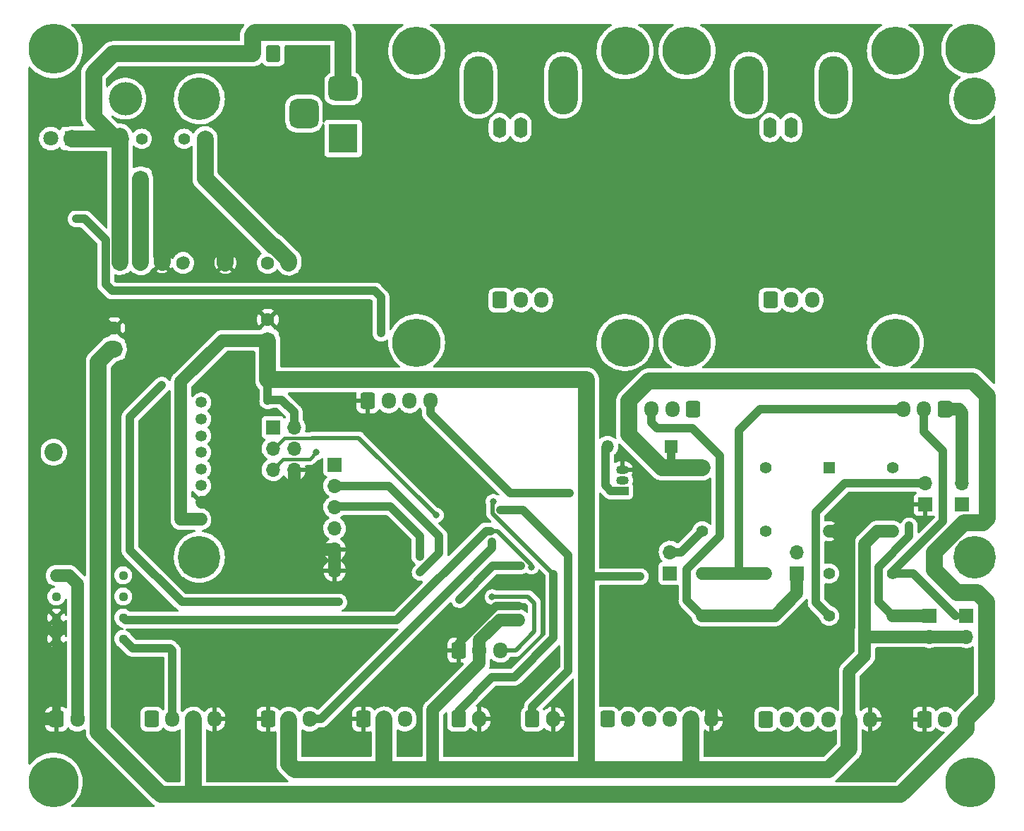
<source format=gbl>
G04 #@! TF.GenerationSoftware,KiCad,Pcbnew,(6.0.8)*
G04 #@! TF.CreationDate,2023-01-21T21:03:47+01:00*
G04 #@! TF.ProjectId,HB-UNI-SEN-POOL_2023_05,48422d55-4e49-42d5-9345-4e2d504f4f4c,rev?*
G04 #@! TF.SameCoordinates,Original*
G04 #@! TF.FileFunction,Copper,L2,Bot*
G04 #@! TF.FilePolarity,Positive*
%FSLAX46Y46*%
G04 Gerber Fmt 4.6, Leading zero omitted, Abs format (unit mm)*
G04 Created by KiCad (PCBNEW (6.0.8)) date 2023-01-21 21:03:47*
%MOMM*%
%LPD*%
G01*
G04 APERTURE LIST*
G04 Aperture macros list*
%AMRoundRect*
0 Rectangle with rounded corners*
0 $1 Rounding radius*
0 $2 $3 $4 $5 $6 $7 $8 $9 X,Y pos of 4 corners*
0 Add a 4 corners polygon primitive as box body*
4,1,4,$2,$3,$4,$5,$6,$7,$8,$9,$2,$3,0*
0 Add four circle primitives for the rounded corners*
1,1,$1+$1,$2,$3*
1,1,$1+$1,$4,$5*
1,1,$1+$1,$6,$7*
1,1,$1+$1,$8,$9*
0 Add four rect primitives between the rounded corners*
20,1,$1+$1,$2,$3,$4,$5,0*
20,1,$1+$1,$4,$5,$6,$7,0*
20,1,$1+$1,$6,$7,$8,$9,0*
20,1,$1+$1,$8,$9,$2,$3,0*%
G04 Aperture macros list end*
G04 #@! TA.AperFunction,ComponentPad*
%ADD10RoundRect,0.250000X-0.600000X-0.725000X0.600000X-0.725000X0.600000X0.725000X-0.600000X0.725000X0*%
G04 #@! TD*
G04 #@! TA.AperFunction,ComponentPad*
%ADD11O,1.700000X1.950000*%
G04 #@! TD*
G04 #@! TA.AperFunction,ComponentPad*
%ADD12RoundRect,0.250000X0.600000X0.725000X-0.600000X0.725000X-0.600000X-0.725000X0.600000X-0.725000X0*%
G04 #@! TD*
G04 #@! TA.AperFunction,ComponentPad*
%ADD13R,1.700000X1.700000*%
G04 #@! TD*
G04 #@! TA.AperFunction,ComponentPad*
%ADD14O,1.700000X1.700000*%
G04 #@! TD*
G04 #@! TA.AperFunction,ComponentPad*
%ADD15RoundRect,0.250000X-0.600000X-0.750000X0.600000X-0.750000X0.600000X0.750000X-0.600000X0.750000X0*%
G04 #@! TD*
G04 #@! TA.AperFunction,ComponentPad*
%ADD16O,1.700000X2.000000*%
G04 #@! TD*
G04 #@! TA.AperFunction,ComponentPad*
%ADD17C,5.100000*%
G04 #@! TD*
G04 #@! TA.AperFunction,ConnectorPad*
%ADD18C,5.100000*%
G04 #@! TD*
G04 #@! TA.AperFunction,ComponentPad*
%ADD19C,1.600000*%
G04 #@! TD*
G04 #@! TA.AperFunction,ComponentPad*
%ADD20R,1.500000X1.500000*%
G04 #@! TD*
G04 #@! TA.AperFunction,ComponentPad*
%ADD21C,1.500000*%
G04 #@! TD*
G04 #@! TA.AperFunction,ComponentPad*
%ADD22RoundRect,0.250000X0.600000X0.750000X-0.600000X0.750000X-0.600000X-0.750000X0.600000X-0.750000X0*%
G04 #@! TD*
G04 #@! TA.AperFunction,ConnectorPad*
%ADD23C,6.000000*%
G04 #@! TD*
G04 #@! TA.AperFunction,ComponentPad*
%ADD24C,3.500000*%
G04 #@! TD*
G04 #@! TA.AperFunction,ComponentPad*
%ADD25R,3.500000X3.500000*%
G04 #@! TD*
G04 #@! TA.AperFunction,ComponentPad*
%ADD26RoundRect,0.750000X-1.000000X0.750000X-1.000000X-0.750000X1.000000X-0.750000X1.000000X0.750000X0*%
G04 #@! TD*
G04 #@! TA.AperFunction,ComponentPad*
%ADD27RoundRect,0.875000X-0.875000X0.875000X-0.875000X-0.875000X0.875000X-0.875000X0.875000X0.875000X0*%
G04 #@! TD*
G04 #@! TA.AperFunction,ComponentPad*
%ADD28R,1.600000X1.600000*%
G04 #@! TD*
G04 #@! TA.AperFunction,ComponentPad*
%ADD29R,1.500000X1.050000*%
G04 #@! TD*
G04 #@! TA.AperFunction,ComponentPad*
%ADD30O,1.500000X1.050000*%
G04 #@! TD*
G04 #@! TA.AperFunction,ComponentPad*
%ADD31R,1.400000X1.400000*%
G04 #@! TD*
G04 #@! TA.AperFunction,ComponentPad*
%ADD32C,1.400000*%
G04 #@! TD*
G04 #@! TA.AperFunction,ComponentPad*
%ADD33O,1.500000X1.500000*%
G04 #@! TD*
G04 #@! TA.AperFunction,ComponentPad*
%ADD34R,1.800000X1.800000*%
G04 #@! TD*
G04 #@! TA.AperFunction,ComponentPad*
%ADD35C,1.800000*%
G04 #@! TD*
G04 #@! TA.AperFunction,ComponentPad*
%ADD36C,5.800000*%
G04 #@! TD*
G04 #@! TA.AperFunction,ComponentPad*
%ADD37O,3.500000X7.000000*%
G04 #@! TD*
G04 #@! TA.AperFunction,ComponentPad*
%ADD38O,1.600000X2.500000*%
G04 #@! TD*
G04 #@! TA.AperFunction,ComponentPad*
%ADD39C,4.000000*%
G04 #@! TD*
G04 #@! TA.AperFunction,ComponentPad*
%ADD40C,2.000000*%
G04 #@! TD*
G04 #@! TA.AperFunction,ComponentPad*
%ADD41C,1.350000*%
G04 #@! TD*
G04 #@! TA.AperFunction,ComponentPad*
%ADD42C,2.200000*%
G04 #@! TD*
G04 #@! TA.AperFunction,ComponentPad*
%ADD43R,1.130000X1.130000*%
G04 #@! TD*
G04 #@! TA.AperFunction,ComponentPad*
%ADD44C,1.130000*%
G04 #@! TD*
G04 #@! TA.AperFunction,ViaPad*
%ADD45C,0.800000*%
G04 #@! TD*
G04 #@! TA.AperFunction,Conductor*
%ADD46C,2.000000*%
G04 #@! TD*
G04 #@! TA.AperFunction,Conductor*
%ADD47C,0.250000*%
G04 #@! TD*
G04 #@! TA.AperFunction,Conductor*
%ADD48C,1.500000*%
G04 #@! TD*
G04 #@! TA.AperFunction,Conductor*
%ADD49C,0.500000*%
G04 #@! TD*
G04 #@! TA.AperFunction,Conductor*
%ADD50C,1.000000*%
G04 #@! TD*
G04 #@! TA.AperFunction,Conductor*
%ADD51C,0.400000*%
G04 #@! TD*
G04 APERTURE END LIST*
D10*
X89575000Y-120080300D03*
D11*
X92075000Y-120080300D03*
X94575000Y-120080300D03*
D12*
X129159000Y-82918300D03*
D11*
X126659000Y-82918300D03*
X124159000Y-82918300D03*
D13*
X161925000Y-107651300D03*
D14*
X161925000Y-110191300D03*
D15*
X109855000Y-120080300D03*
D16*
X112355000Y-120080300D03*
D17*
X162895000Y-100646300D03*
D18*
X162895000Y-100646300D03*
D19*
X80645000Y-65332300D03*
X78105000Y-65332300D03*
X73025000Y-65332300D03*
X67945000Y-65332300D03*
D20*
X60330000Y-65301300D03*
D21*
X62870000Y-65301300D03*
X65410000Y-65301300D03*
X67950000Y-65301300D03*
D13*
X157480000Y-107651300D03*
D14*
X157480000Y-110191300D03*
D17*
X69895000Y-100646300D03*
D18*
X69895000Y-100646300D03*
D13*
X161417000Y-94321300D03*
D14*
X161417000Y-91781300D03*
D22*
X78780000Y-40231300D03*
D16*
X76280000Y-40231300D03*
D10*
X90103000Y-81885300D03*
D11*
X92603000Y-81885300D03*
X95103000Y-81885300D03*
X97603000Y-81885300D03*
D10*
X137868000Y-120097300D03*
D11*
X140368000Y-120097300D03*
X142868000Y-120097300D03*
X145368000Y-120097300D03*
X147868000Y-120097300D03*
X150368000Y-120097300D03*
D13*
X86131000Y-89547300D03*
D14*
X86131000Y-92087300D03*
X86131000Y-94627300D03*
X86131000Y-97167300D03*
X86131000Y-99707300D03*
X86131000Y-102247300D03*
D18*
X69895000Y-45646300D03*
D17*
X69895000Y-45646300D03*
D23*
X162395000Y-127646300D03*
D24*
X162395000Y-127646300D03*
D25*
X87145000Y-50396300D03*
D26*
X87145000Y-44396300D03*
D27*
X82445000Y-47396300D03*
D28*
X62865000Y-55266300D03*
D19*
X60365000Y-55266300D03*
D15*
X100985000Y-120080300D03*
D16*
X103485000Y-120080300D03*
D23*
X52395000Y-39646300D03*
D24*
X52395000Y-39646300D03*
D29*
X120650000Y-92697300D03*
D30*
X120650000Y-91427300D03*
X120650000Y-90157300D03*
D13*
X141605000Y-102571300D03*
D14*
X141605000Y-100031300D03*
D31*
X145462500Y-89908800D03*
D32*
X145462500Y-97528800D03*
X145462500Y-102608800D03*
X145462500Y-107688800D03*
X153082500Y-107688800D03*
X153082500Y-102608800D03*
X153082500Y-97528800D03*
X153082500Y-89908800D03*
D10*
X118845000Y-120080300D03*
D11*
X121345000Y-120080300D03*
X123845000Y-120080300D03*
X126345000Y-120080300D03*
X128845000Y-120080300D03*
X131345000Y-120080300D03*
D10*
X78125000Y-120086800D03*
D11*
X80625000Y-120086800D03*
X83125000Y-120086800D03*
D20*
X126497000Y-87363300D03*
D33*
X118877000Y-87363300D03*
D10*
X52765000Y-120086800D03*
D11*
X55265000Y-120086800D03*
X57765000Y-120086800D03*
D12*
X159345000Y-82886300D03*
D11*
X156845000Y-82886300D03*
X154345000Y-82886300D03*
D10*
X101005000Y-111825300D03*
D11*
X103505000Y-111825300D03*
X106005000Y-111825300D03*
D10*
X64175000Y-120086800D03*
D11*
X66675000Y-120086800D03*
X69175000Y-120086800D03*
X71675000Y-120086800D03*
D34*
X54615000Y-50406300D03*
D35*
X52075000Y-50406300D03*
D24*
X52395000Y-127646300D03*
D23*
X52395000Y-127646300D03*
D36*
X128395000Y-74882800D03*
X153395000Y-74882800D03*
D37*
X145975000Y-44002800D03*
D36*
X128395000Y-39882800D03*
D37*
X135815000Y-44002800D03*
D36*
X153395000Y-39882800D03*
D10*
X138395000Y-69782800D03*
D11*
X140895000Y-69782800D03*
X143395000Y-69782800D03*
D38*
X140895000Y-49082800D03*
X138355000Y-49082800D03*
D10*
X156858000Y-120097300D03*
D11*
X159358000Y-120097300D03*
X161858000Y-120097300D03*
D18*
X162895000Y-45646300D03*
D17*
X162895000Y-45646300D03*
D13*
X78730800Y-85064500D03*
D14*
X81270800Y-85064500D03*
X78730800Y-87604500D03*
X81270800Y-87604500D03*
X78730800Y-90144500D03*
X81270800Y-90144500D03*
D28*
X59690000Y-75647300D03*
D19*
X59690000Y-73147300D03*
D39*
X61008500Y-45615100D03*
D40*
X70588500Y-50425100D03*
D32*
X68048500Y-50425100D03*
X62968500Y-50425100D03*
D40*
X60428500Y-50425100D03*
D24*
X162395000Y-39646300D03*
D23*
X162395000Y-39646300D03*
D36*
X95958000Y-39882800D03*
X120958000Y-39882800D03*
X95958000Y-74882800D03*
D37*
X113538000Y-44002800D03*
X103378000Y-44002800D03*
D36*
X120958000Y-74882800D03*
D10*
X105958000Y-69782800D03*
D11*
X108458000Y-69782800D03*
X110958000Y-69782800D03*
D38*
X108458000Y-49082800D03*
X105918000Y-49082800D03*
D31*
X130222500Y-89908800D03*
D32*
X130222500Y-97528800D03*
X130222500Y-102608800D03*
X130222500Y-107688800D03*
X137842500Y-107688800D03*
X137842500Y-102608800D03*
X137842500Y-97528800D03*
X137842500Y-89908800D03*
D41*
X70138500Y-96058800D03*
X70138500Y-94058800D03*
X70138500Y-92058800D03*
X70138500Y-90058800D03*
X70138500Y-88058800D03*
X70138500Y-86058800D03*
X70138500Y-84058800D03*
X70138500Y-82058800D03*
D42*
X52394700Y-88059200D03*
D43*
X52737000Y-102831800D03*
D44*
X52737000Y-105371800D03*
X52737000Y-107911800D03*
X52737000Y-110451800D03*
X60761000Y-110451800D03*
X60761000Y-107911800D03*
X60761000Y-105371800D03*
X60761000Y-102831800D03*
D28*
X78105000Y-74631300D03*
D19*
X78105000Y-72131300D03*
D13*
X126365000Y-102571300D03*
D14*
X126365000Y-100031300D03*
D13*
X156972000Y-94326300D03*
D14*
X156972000Y-91786300D03*
D45*
X108223000Y-106516000D03*
X75518000Y-94094300D03*
X115824000Y-87109300D03*
X108204000Y-108159000D03*
X78105000Y-81870300D03*
X122809000Y-102984000D03*
X83947000Y-88085800D03*
X56134000Y-60058300D03*
X91694000Y-72504300D03*
X55118000Y-60058300D03*
X91694000Y-73774300D03*
X105029000Y-98761300D03*
X105156000Y-93967300D03*
X106045000Y-94951300D03*
X109728000Y-101809000D03*
X101070000Y-105723000D03*
X108458000Y-101682000D03*
X96393000Y-102476000D03*
X96349900Y-100577000D03*
X98298000Y-95618300D03*
X155067000Y-96888300D03*
X155067000Y-98031300D03*
X114300000Y-92951300D03*
X105031000Y-105417000D03*
X65405000Y-79997300D03*
X86614000Y-106032000D03*
D46*
X62865000Y-63000300D02*
X62865000Y-65296300D01*
X70588500Y-50425100D02*
X70588500Y-55208800D01*
X78933428Y-63332300D02*
X80645000Y-65043872D01*
X62865000Y-55266300D02*
X62865000Y-63000300D01*
X80645000Y-65043872D02*
X80645000Y-65332300D01*
X78712000Y-63332300D02*
X78933428Y-63332300D01*
X70588500Y-55208800D02*
X78712000Y-63332300D01*
D47*
X62865000Y-63000300D02*
X62870000Y-63005300D01*
X62870000Y-63005300D02*
X62870000Y-65301300D01*
D46*
X60368500Y-56716800D02*
X60368500Y-58163900D01*
X60368500Y-56716800D02*
X60368500Y-58163900D01*
X60428500Y-50425100D02*
X59823800Y-50425100D01*
X60368500Y-55269800D02*
X60368500Y-56716800D01*
D47*
X60365000Y-56716800D02*
X60365000Y-55266300D01*
D46*
X76280000Y-38007300D02*
X76581000Y-37706300D01*
X54633800Y-50425100D02*
X54615000Y-50406300D01*
D47*
X60365000Y-58160400D02*
X60365000Y-56716800D01*
D46*
X86995000Y-37706300D02*
X87145000Y-37856300D01*
D48*
X60368500Y-65262800D02*
X60330000Y-65301300D01*
D46*
X59823800Y-50425100D02*
X54633800Y-50425100D01*
X60368500Y-52238200D02*
X60368500Y-55269800D01*
X76581000Y-37706300D02*
X86995000Y-37706300D01*
X59823800Y-50425100D02*
X57210000Y-47811300D01*
X60428500Y-50425100D02*
X59823800Y-50425100D01*
X57210000Y-42538800D02*
X59517500Y-40231300D01*
X59517500Y-40231300D02*
X76280000Y-40231300D01*
X87145000Y-37856300D02*
X87145000Y-44396300D01*
D47*
X60368500Y-52238200D02*
X60428500Y-52178200D01*
D46*
X57210000Y-47811300D02*
X57210000Y-42538800D01*
D47*
X60428500Y-52178200D02*
X60428500Y-50425100D01*
D46*
X60368500Y-58163900D02*
X60368500Y-65262800D01*
X76280000Y-40231300D02*
X76280000Y-38007300D01*
D47*
X60368500Y-56716800D02*
X60365000Y-56716800D01*
D46*
X60368500Y-50110100D02*
X60368500Y-52238200D01*
X60368500Y-55269800D02*
X60368500Y-56716800D01*
X163957000Y-96507300D02*
X164465000Y-95999300D01*
X154051000Y-129146000D02*
X161858000Y-121339000D01*
X164338000Y-117617000D02*
X164338000Y-105964000D01*
X57785000Y-117049000D02*
X57785000Y-120067000D01*
X121412000Y-81902300D02*
X121412000Y-85966300D01*
X57785000Y-121621000D02*
X65310300Y-129146000D01*
D49*
X67945000Y-65306300D02*
X67945000Y-65332300D01*
D50*
X126497000Y-90152300D02*
X126492000Y-90157300D01*
D46*
X69175000Y-120087000D02*
X69175000Y-129146000D01*
D50*
X126497000Y-89908800D02*
X126497000Y-90152300D01*
D46*
X126497000Y-89908800D02*
X130222000Y-89908800D01*
X161858000Y-120097300D02*
X161858000Y-120097000D01*
X57785000Y-77171300D02*
X59309000Y-75647300D01*
X57785000Y-117049000D02*
X57785000Y-77171300D01*
X125354000Y-89908800D02*
X126497000Y-89908800D01*
X164338000Y-105964000D02*
X163263000Y-104889000D01*
X67110300Y-129146000D02*
X69175000Y-129146000D01*
X162687000Y-79489300D02*
X123825000Y-79489300D01*
X158115000Y-102095000D02*
X158115000Y-100054000D01*
D49*
X67950000Y-65301300D02*
X67945000Y-65306300D01*
D46*
X121412000Y-85966300D02*
X125354000Y-89908800D01*
X163263000Y-104889000D02*
X160782000Y-104889000D01*
X161858000Y-121339000D02*
X161858000Y-120097300D01*
X57785000Y-120067000D02*
X57785000Y-120086800D01*
X67110300Y-129146000D02*
X69175000Y-129146000D01*
X164465000Y-95999300D02*
X164465000Y-81267300D01*
X161858000Y-120097000D02*
X164338000Y-117617000D01*
X65310300Y-129146000D02*
X67110300Y-129146000D01*
X158115000Y-100054000D02*
X161662000Y-96507300D01*
X57785000Y-120067000D02*
X57785000Y-117049000D01*
X69395000Y-129146000D02*
X154051000Y-129146000D01*
X59309000Y-75647300D02*
X59690000Y-75647300D01*
D50*
X126497000Y-87363300D02*
X126497000Y-89908800D01*
D46*
X69175000Y-129146000D02*
X69395000Y-129146000D01*
X57785000Y-120086800D02*
X57785000Y-121621000D01*
X160782000Y-104889000D02*
X158115000Y-102222000D01*
X69175000Y-129146000D02*
X69395000Y-129146000D01*
X161662000Y-96507300D02*
X163957000Y-96507300D01*
X123825000Y-79489300D02*
X121412000Y-81902300D01*
D49*
X158115000Y-102095000D02*
X158115000Y-102222000D01*
X57765000Y-120086800D02*
X57785000Y-120086800D01*
D46*
X164465000Y-81267300D02*
X162687000Y-79489300D01*
D48*
X75518000Y-94094300D02*
X81205000Y-94094300D01*
X131345000Y-120080300D02*
X131345000Y-116800000D01*
X52737000Y-120059000D02*
X50380500Y-120059000D01*
X131345000Y-116800000D02*
X137795000Y-110350000D01*
X86131000Y-99707300D02*
X86131000Y-102247000D01*
X137795000Y-110350000D02*
X146526000Y-110350000D01*
X50165000Y-119843000D02*
X50165000Y-74631300D01*
X70231000Y-94094300D02*
X75518000Y-94094300D01*
X50165000Y-74631300D02*
X51649000Y-73147300D01*
X51649000Y-73147300D02*
X59690000Y-73147300D01*
D50*
X52737000Y-107912000D02*
X52737000Y-110451800D01*
D48*
X147828000Y-109048000D02*
X147828000Y-98692800D01*
X81280000Y-94729300D02*
X81280000Y-98539300D01*
X146664000Y-97528800D02*
X145462500Y-97528800D01*
X81280000Y-98539300D02*
X82448000Y-99707300D01*
D46*
X65410000Y-62434300D02*
X66040000Y-61804300D01*
D50*
X105510390Y-106516000D02*
X108223000Y-106516000D01*
X101005000Y-111825000D02*
X101005000Y-111021390D01*
D48*
X50380500Y-120059000D02*
X50165000Y-119843000D01*
D50*
X101005000Y-111021390D02*
X105510390Y-106516000D01*
D48*
X82448000Y-99707300D02*
X86131000Y-99707300D01*
D50*
X52737000Y-110451800D02*
X52737000Y-120059000D01*
D46*
X73025000Y-61804300D02*
X73025000Y-65332300D01*
X65410000Y-65301300D02*
X65410000Y-62434300D01*
D48*
X81270800Y-90144500D02*
X81270800Y-94847100D01*
D46*
X66040000Y-61804300D02*
X73025000Y-61804300D01*
D48*
X147828000Y-98692800D02*
X146664000Y-97528800D01*
X146526000Y-110350000D02*
X147828000Y-109048000D01*
D46*
X145395000Y-126146000D02*
X147868000Y-123673000D01*
D50*
X78232000Y-81743300D02*
X79756000Y-81743300D01*
D46*
X128905000Y-120140000D02*
X128905000Y-126136000D01*
X80645000Y-125431000D02*
X81360300Y-126146000D01*
X97917000Y-126146000D02*
X128905000Y-126146000D01*
D49*
X128905000Y-126136000D02*
X128905000Y-126146000D01*
D48*
X103505000Y-113398000D02*
X103505000Y-111825300D01*
D46*
X80645000Y-120107000D02*
X80645000Y-125431000D01*
D48*
X67691000Y-96126300D02*
X67691000Y-79616300D01*
D49*
X80645000Y-120106800D02*
X80645000Y-120107000D01*
X161924700Y-110191000D02*
X161925000Y-110191300D01*
D48*
X153082000Y-97528800D02*
X151220000Y-97528800D01*
X72676000Y-74631300D02*
X78105000Y-74631300D01*
D46*
X147868000Y-120097300D02*
X147868000Y-120097000D01*
D49*
X153082500Y-97528800D02*
X153082000Y-97528800D01*
D50*
X78105000Y-79362300D02*
X78105000Y-74631300D01*
X78105000Y-81870300D02*
X78105000Y-79362300D01*
D46*
X78105000Y-74631300D02*
X78105000Y-79362300D01*
D48*
X157479700Y-110191000D02*
X161924700Y-110191000D01*
X105918000Y-108159000D02*
X108204000Y-108159000D01*
X67691000Y-79616300D02*
X72676000Y-74631300D01*
X97917000Y-118986000D02*
X103505000Y-113398000D01*
X149733000Y-110699000D02*
X150241000Y-110191000D01*
D46*
X116332000Y-79362300D02*
X116332000Y-102984000D01*
D50*
X81270800Y-83258100D02*
X81270800Y-85064500D01*
D49*
X128874700Y-120110000D02*
X128845000Y-120080300D01*
X128875000Y-120110000D02*
X128874700Y-120110000D01*
X80625000Y-120086800D02*
X80645000Y-120106800D01*
D48*
X103505000Y-111825300D02*
X103505000Y-110572000D01*
D50*
X78105000Y-81870300D02*
X78232000Y-81743300D01*
D48*
X149733000Y-110699000D02*
X149733000Y-112350000D01*
X149733000Y-110699000D02*
X149733000Y-110191000D01*
D46*
X128845000Y-120080000D02*
X128875000Y-120110000D01*
D48*
X151220000Y-97528800D02*
X149733000Y-99015300D01*
D46*
X128905000Y-126146000D02*
X145395000Y-126146000D01*
X81360300Y-126146000D02*
X92075000Y-126146000D01*
D48*
X149733000Y-112350000D02*
X149733000Y-110699000D01*
X103505000Y-110572000D02*
X105918000Y-108159000D01*
X149733000Y-112477000D02*
X149733000Y-112350000D01*
D46*
X92075000Y-126146000D02*
X97917000Y-126146000D01*
D49*
X157479700Y-110191000D02*
X157480000Y-110191300D01*
D48*
X150241000Y-110191000D02*
X157479700Y-110191000D01*
X147868000Y-120097000D02*
X147868000Y-114342000D01*
D46*
X92075000Y-120080300D02*
X92075000Y-126146000D01*
D48*
X149733000Y-110191000D02*
X149733000Y-110699000D01*
D46*
X78105000Y-79362300D02*
X116332000Y-79362300D01*
D48*
X147868000Y-114342000D02*
X149733000Y-112477000D01*
D49*
X70138500Y-96058800D02*
X70071000Y-96126300D01*
D46*
X147868000Y-123673000D02*
X147868000Y-120097300D01*
D48*
X70071000Y-96126300D02*
X67691000Y-96126300D01*
X149733000Y-99015300D02*
X149733000Y-110191000D01*
D46*
X128875000Y-120110000D02*
X128905000Y-120140000D01*
D48*
X161924700Y-110191000D02*
X161925000Y-110191000D01*
D46*
X116332000Y-102984000D02*
X116332000Y-125765000D01*
D50*
X116332000Y-102984000D02*
X122809000Y-102984000D01*
D48*
X97917000Y-126146000D02*
X97917000Y-118986000D01*
D50*
X79756000Y-81743300D02*
X81270800Y-83258100D01*
D51*
X79970900Y-88894400D02*
X78730800Y-90134500D01*
X83138400Y-88894400D02*
X79970900Y-88894400D01*
X83947000Y-88085800D02*
X83138400Y-88894400D01*
X78730800Y-90134500D02*
X78730800Y-90144500D01*
D50*
X55118000Y-60058300D02*
X56134000Y-60058300D01*
X59436000Y-68694300D02*
X90932000Y-68694300D01*
X91694000Y-72504300D02*
X91694000Y-73774300D01*
X58668500Y-67926800D02*
X59436000Y-68694300D01*
X58668500Y-62592800D02*
X58668500Y-67926800D01*
X56134000Y-60058300D02*
X58668500Y-62592800D01*
X91694000Y-69456300D02*
X91694000Y-72504300D01*
X90932000Y-68694300D02*
X91694000Y-69456300D01*
X118618000Y-92052300D02*
X118877000Y-92311300D01*
X118618000Y-87622300D02*
X118618000Y-92052300D01*
X119253000Y-92697300D02*
X120650000Y-92697300D01*
X118877000Y-87363300D02*
X118618000Y-87622300D01*
D47*
X118877000Y-92311300D02*
X118872000Y-92316300D01*
D50*
X118872000Y-92316300D02*
X119253000Y-92697300D01*
X83125200Y-120087000D02*
X84497500Y-120087000D01*
X105029000Y-99555300D02*
X105029000Y-98761300D01*
X84497500Y-120087000D02*
X105029000Y-99555300D01*
D48*
X52737000Y-102832000D02*
X52737100Y-102832000D01*
D47*
X52737100Y-102832000D02*
X52737000Y-102832000D01*
D48*
X54235500Y-102832000D02*
X55265000Y-103861000D01*
X55265000Y-103861000D02*
X55265000Y-120086800D01*
D47*
X52737200Y-102832000D02*
X52737100Y-102832000D01*
X52737100Y-102832000D02*
X52737000Y-102831900D01*
D48*
X52737100Y-102832000D02*
X52737200Y-102832000D01*
X52737200Y-102832000D02*
X54235500Y-102832000D01*
D47*
X52737000Y-102831900D02*
X52737000Y-102831800D01*
D50*
X100985000Y-119093000D02*
X100985000Y-120080000D01*
D49*
X105095000Y-95398000D02*
X112395000Y-102698000D01*
X105156000Y-93967300D02*
X105095000Y-94028300D01*
D50*
X112395000Y-102698000D02*
X112395000Y-110350000D01*
X105029000Y-115049000D02*
X100985000Y-119093000D01*
X107696000Y-115049000D02*
X105029000Y-115049000D01*
D49*
X105095000Y-94028300D02*
X105095000Y-95398000D01*
D47*
X100985000Y-120080000D02*
X100985000Y-120080300D01*
D50*
X112395000Y-110350000D02*
X107696000Y-115049000D01*
X109855000Y-118573000D02*
X109855000Y-120080000D01*
D47*
X109855000Y-120080000D02*
X109855000Y-120080300D01*
D50*
X108680000Y-94951300D02*
X114173000Y-100444000D01*
X106045000Y-94951300D02*
X108680000Y-94951300D01*
X114173000Y-114255000D02*
X109855000Y-118573000D01*
X114173000Y-100444000D02*
X114173000Y-114255000D01*
D49*
X105664000Y-97491300D02*
X104807000Y-97491300D01*
D50*
X93599000Y-108191000D02*
X61040500Y-108191000D01*
D49*
X109728000Y-101809000D02*
X109728000Y-101555000D01*
D50*
X61040500Y-108191000D02*
X60761000Y-107912000D01*
D51*
X60761000Y-107911800D02*
X60761000Y-107912000D01*
D49*
X109728000Y-101555000D02*
X105664000Y-97491300D01*
D50*
X104807000Y-97491300D02*
X104299000Y-97491300D01*
X104299000Y-97491300D02*
X93599000Y-108191000D01*
D51*
X60761000Y-110451800D02*
X60761000Y-110452000D01*
D50*
X61897300Y-111588000D02*
X60761000Y-110452000D01*
X105111000Y-101682000D02*
X101070000Y-105723000D01*
X66394300Y-111588000D02*
X61897300Y-111588000D01*
X66675000Y-120086800D02*
X66675000Y-111869000D01*
D51*
X66675000Y-111869000D02*
X66528000Y-111722000D01*
D50*
X108458000Y-101682000D02*
X105111000Y-101682000D01*
X66528000Y-111722000D02*
X66394300Y-111588000D01*
X92608000Y-92087300D02*
X86131000Y-92087300D01*
X98679000Y-100190000D02*
X98679000Y-98158300D01*
X98679000Y-98158300D02*
X92608000Y-92087300D01*
X96393000Y-102476000D02*
X98679000Y-100190000D01*
X92837000Y-94602300D02*
X96349900Y-98115200D01*
D49*
X86131000Y-94627300D02*
X86156000Y-94602300D01*
D50*
X96349900Y-98115200D02*
X96349900Y-100577000D01*
X86156000Y-94602300D02*
X92837000Y-94602300D01*
D51*
X80068800Y-86354400D02*
X78818700Y-87604500D01*
X83446100Y-86354400D02*
X80068800Y-86354400D01*
D49*
X98298000Y-95618300D02*
X89027000Y-86347300D01*
D51*
X78818700Y-87604500D02*
X78730800Y-87604500D01*
X83439000Y-86347300D02*
X83446100Y-86354400D01*
D49*
X89027000Y-86347300D02*
X83439000Y-86347300D01*
D48*
X161004000Y-82886300D02*
X161417000Y-83299300D01*
X159345000Y-82886300D02*
X161004000Y-82886300D01*
X161417000Y-83299300D02*
X161417000Y-91781300D01*
D50*
X155532000Y-102603000D02*
X160580000Y-107651000D01*
D47*
X160749600Y-107651000D02*
X160749900Y-107651300D01*
D50*
X153082000Y-102609000D02*
X153082000Y-102606000D01*
D47*
X153088000Y-102603000D02*
X153082000Y-102603000D01*
D50*
X153082000Y-102365000D02*
X153082000Y-102603000D01*
D47*
X153082500Y-102606500D02*
X153082500Y-102608800D01*
X161925000Y-107651300D02*
X160749900Y-107651300D01*
D50*
X153082000Y-102606000D02*
X153082000Y-102603000D01*
D47*
X160623000Y-107651000D02*
X160749600Y-107651000D01*
X153082000Y-102606000D02*
X153082500Y-102606500D01*
D50*
X159131000Y-87871300D02*
X159131000Y-96316800D01*
X160580000Y-107651000D02*
X160623000Y-107651000D01*
X153088000Y-102603000D02*
X155532000Y-102603000D01*
X156845000Y-82886300D02*
X156845000Y-85585300D01*
X156845000Y-85585300D02*
X159131000Y-87871300D01*
X159131000Y-96316800D02*
X153082000Y-102365000D01*
D47*
X134620000Y-102349000D02*
X134620000Y-102609000D01*
D50*
X134620000Y-85458300D02*
X137192000Y-82886300D01*
X134620000Y-102349000D02*
X134620000Y-85458300D01*
D47*
X137842000Y-102609000D02*
X137842300Y-102609000D01*
X137842300Y-102609000D02*
X137842500Y-102608800D01*
D48*
X137842000Y-102609000D02*
X134620000Y-102609000D01*
D50*
X137192000Y-82886300D02*
X154345000Y-82886300D01*
D48*
X134620000Y-102609000D02*
X130223000Y-102609000D01*
D50*
X145462000Y-107689000D02*
X144676500Y-106903000D01*
X147342000Y-91786300D02*
X156972000Y-91786300D01*
D47*
X144676700Y-106903000D02*
X145462500Y-107688800D01*
D50*
X144676500Y-106903000D02*
X143891000Y-106117000D01*
X143891000Y-106117000D02*
X143891000Y-95237300D01*
X143891000Y-95237300D02*
X147342000Y-91786300D01*
D47*
X144676500Y-106903000D02*
X144676700Y-106903000D01*
X153082600Y-107689000D02*
X153082500Y-107688900D01*
D48*
X153874000Y-107689000D02*
X154665000Y-107689000D01*
D47*
X157451800Y-107679500D02*
X157480000Y-107651300D01*
X157442000Y-107689000D02*
X157451500Y-107679500D01*
D50*
X151384000Y-105990000D02*
X153082000Y-107689000D01*
D47*
X153083000Y-107689000D02*
X153874000Y-107689000D01*
D48*
X156248000Y-107689000D02*
X157442000Y-107689000D01*
D47*
X154665000Y-107689000D02*
X156248000Y-107689000D01*
D50*
X155067000Y-98031300D02*
X155067000Y-98158300D01*
D47*
X153082500Y-107688900D02*
X153082500Y-107688800D01*
X153874000Y-107689000D02*
X154665000Y-107689000D01*
D48*
X154665000Y-107689000D02*
X156248000Y-107689000D01*
D47*
X153083000Y-107689000D02*
X153082600Y-107689000D01*
D48*
X153083000Y-107689000D02*
X153874000Y-107689000D01*
D47*
X153082500Y-107688900D02*
X153082100Y-107688900D01*
X157451500Y-107679500D02*
X157451800Y-107679500D01*
X157451500Y-107679500D02*
X157461000Y-107670000D01*
X153082100Y-107688900D02*
X153082000Y-107689000D01*
D50*
X155067000Y-98158300D02*
X151384000Y-101841000D01*
X151384000Y-101841000D02*
X151384000Y-105990000D01*
X155067000Y-96888300D02*
X155067000Y-98031300D01*
X124159000Y-84522300D02*
X124159000Y-82918300D01*
X129032000Y-85204300D02*
X124841000Y-85204300D01*
D48*
X141605000Y-104984000D02*
X141605000Y-102571300D01*
D47*
X137842300Y-107689000D02*
X137842500Y-107688800D01*
X130222500Y-107688900D02*
X130222500Y-107688800D01*
D50*
X128397000Y-102095000D02*
X132334000Y-98158300D01*
D47*
X130223000Y-107689000D02*
X130222600Y-107689000D01*
D50*
X132334000Y-98158300D02*
X132334000Y-88506300D01*
D47*
X130222500Y-107688900D02*
X130222100Y-107688900D01*
D50*
X132334000Y-88506300D02*
X129032000Y-85204300D01*
X130222000Y-107689000D02*
X128397000Y-105863000D01*
D47*
X130222600Y-107689000D02*
X130222500Y-107688900D01*
D50*
X124841000Y-85204300D02*
X124159000Y-84522300D01*
D48*
X130223000Y-107689000D02*
X137842300Y-107689000D01*
D50*
X128397000Y-105863000D02*
X128397000Y-102095000D01*
D48*
X137842300Y-107689000D02*
X138900000Y-107689000D01*
X138900000Y-107689000D02*
X141605000Y-104984000D01*
D47*
X130222100Y-107688900D02*
X130222000Y-107689000D01*
D50*
X97603000Y-83366300D02*
X97603000Y-81885300D01*
X107188000Y-92951300D02*
X97603000Y-83366300D01*
X114300000Y-92951300D02*
X107188000Y-92951300D01*
D49*
X110109000Y-106159000D02*
X110109000Y-109588000D01*
X105051000Y-105397000D02*
X109347000Y-105397000D01*
X107872000Y-111825000D02*
X106058000Y-111825000D01*
D47*
X105031000Y-105417000D02*
X105051000Y-105397000D01*
D49*
X109347000Y-105397000D02*
X110109000Y-106159000D01*
X110109000Y-109588000D02*
X107872000Y-111825000D01*
D50*
X130222000Y-97528800D02*
X129909300Y-97841600D01*
D47*
X130222500Y-97528800D02*
X130222000Y-97528800D01*
D50*
X129909300Y-97841600D02*
X129596500Y-98154400D01*
D47*
X128971000Y-98780000D02*
X129596500Y-98154400D01*
X126365300Y-100031000D02*
X126365000Y-100031300D01*
D50*
X127720000Y-100031000D02*
X126365300Y-100031000D01*
D47*
X129909300Y-97841600D02*
X130222000Y-97528800D01*
X129596500Y-98154400D02*
X129909300Y-97841600D01*
D50*
X128971000Y-98780000D02*
X127720000Y-100031000D01*
X129596500Y-98154400D02*
X128971000Y-98780000D01*
X126365300Y-100031000D02*
X126365000Y-100031000D01*
X86614000Y-106032000D02*
X67781000Y-106032000D01*
X61565000Y-83837300D02*
X65405000Y-79997300D01*
X67781000Y-106032000D02*
X61565000Y-99816300D01*
X61565000Y-99816300D02*
X61565000Y-83837300D01*
G04 #@! TA.AperFunction,Conductor*
G36*
X75263090Y-36674802D02*
G01*
X75309583Y-36728458D01*
X75319687Y-36798732D01*
X75290193Y-36863312D01*
X75284064Y-36869895D01*
X75230334Y-36923625D01*
X75227812Y-36926079D01*
X75202799Y-36949733D01*
X75155319Y-36994632D01*
X75122359Y-37037742D01*
X75107592Y-37057057D01*
X75103448Y-37062192D01*
X75083261Y-37085912D01*
X75052530Y-37122020D01*
X75049911Y-37126345D01*
X75049907Y-37126350D01*
X75035509Y-37150124D01*
X75027837Y-37161371D01*
X75007880Y-37187474D01*
X75005490Y-37191932D01*
X75005489Y-37191933D01*
X74970761Y-37256701D01*
X74967496Y-37262426D01*
X74926779Y-37329658D01*
X74914473Y-37360117D01*
X74908693Y-37372458D01*
X74893169Y-37401409D01*
X74891523Y-37406190D01*
X74891521Y-37406194D01*
X74867588Y-37475701D01*
X74865278Y-37481879D01*
X74835845Y-37554729D01*
X74834723Y-37559668D01*
X74828568Y-37586760D01*
X74824837Y-37599859D01*
X74814138Y-37630931D01*
X74800757Y-37708400D01*
X74799474Y-37714818D01*
X74784177Y-37782150D01*
X74782065Y-37791444D01*
X74780001Y-37824253D01*
X74778415Y-37837753D01*
X74772821Y-37870136D01*
X74772641Y-37874093D01*
X74772641Y-37874096D01*
X74771802Y-37892584D01*
X74771500Y-37899225D01*
X74771500Y-37955408D01*
X74771251Y-37963319D01*
X74766822Y-38033713D01*
X74767316Y-38038748D01*
X74770899Y-38075292D01*
X74771500Y-38087588D01*
X74771500Y-38596800D01*
X74751498Y-38664921D01*
X74697842Y-38711414D01*
X74645500Y-38722800D01*
X59541516Y-38722800D01*
X59537998Y-38722751D01*
X59443350Y-38720107D01*
X59443347Y-38720107D01*
X59438295Y-38719966D01*
X59360402Y-38730359D01*
X59353861Y-38731058D01*
X59325168Y-38733367D01*
X59280577Y-38736954D01*
X59280573Y-38736955D01*
X59275535Y-38737360D01*
X59243622Y-38745199D01*
X59230242Y-38747726D01*
X59197680Y-38752071D01*
X59192839Y-38753532D01*
X59192837Y-38753533D01*
X59122471Y-38774778D01*
X59116110Y-38776519D01*
X59039794Y-38795263D01*
X59035134Y-38797241D01*
X59009549Y-38808101D01*
X58996739Y-38812738D01*
X58965292Y-38822233D01*
X58960744Y-38824451D01*
X58960737Y-38824454D01*
X58894682Y-38856671D01*
X58888680Y-38859407D01*
X58843996Y-38878375D01*
X58816344Y-38890112D01*
X58792032Y-38905423D01*
X58788544Y-38907619D01*
X58776640Y-38914245D01*
X58747112Y-38928646D01*
X58742975Y-38931565D01*
X58742974Y-38931565D01*
X58682903Y-38973941D01*
X58677414Y-38977601D01*
X58615214Y-39016771D01*
X58610933Y-39019467D01*
X58607144Y-39022808D01*
X58607138Y-39022812D01*
X58586283Y-39041198D01*
X58575588Y-39049644D01*
X58548753Y-39068574D01*
X58527250Y-39088209D01*
X58487534Y-39127925D01*
X58481764Y-39133344D01*
X58432642Y-39176650D01*
X58432639Y-39176653D01*
X58428845Y-39179998D01*
X58425635Y-39183906D01*
X58425634Y-39183907D01*
X58402321Y-39212289D01*
X58394051Y-39221408D01*
X56160334Y-41455125D01*
X56157812Y-41457579D01*
X56119535Y-41493776D01*
X56085319Y-41526132D01*
X56048368Y-41574462D01*
X56037592Y-41588557D01*
X56033448Y-41593692D01*
X55999580Y-41633487D01*
X55982530Y-41653520D01*
X55979911Y-41657845D01*
X55979907Y-41657850D01*
X55965509Y-41681624D01*
X55957837Y-41692871D01*
X55937880Y-41718974D01*
X55935490Y-41723432D01*
X55935489Y-41723433D01*
X55928629Y-41736227D01*
X55901000Y-41787756D01*
X55900761Y-41788201D01*
X55897496Y-41793926D01*
X55856779Y-41861158D01*
X55844473Y-41891617D01*
X55838693Y-41903958D01*
X55823169Y-41932909D01*
X55821523Y-41937690D01*
X55821521Y-41937694D01*
X55797588Y-42007201D01*
X55795278Y-42013379D01*
X55765845Y-42086229D01*
X55764723Y-42091168D01*
X55758568Y-42118260D01*
X55754837Y-42131359D01*
X55744138Y-42162431D01*
X55730757Y-42239900D01*
X55729477Y-42246304D01*
X55712065Y-42322944D01*
X55710001Y-42355753D01*
X55708415Y-42369253D01*
X55702821Y-42401636D01*
X55702641Y-42405593D01*
X55702641Y-42405596D01*
X55702260Y-42413997D01*
X55701500Y-42430725D01*
X55701500Y-42486908D01*
X55701251Y-42494819D01*
X55696822Y-42565213D01*
X55698593Y-42583277D01*
X55700899Y-42606792D01*
X55701500Y-42619088D01*
X55701500Y-47787284D01*
X55701451Y-47790802D01*
X55698666Y-47890505D01*
X55699335Y-47895519D01*
X55709058Y-47968386D01*
X55709758Y-47974939D01*
X55716060Y-48053265D01*
X55723897Y-48085170D01*
X55726426Y-48098558D01*
X55730771Y-48131120D01*
X55732232Y-48135961D01*
X55732233Y-48135963D01*
X55753478Y-48206329D01*
X55755219Y-48212690D01*
X55773963Y-48289006D01*
X55775941Y-48293666D01*
X55786801Y-48319251D01*
X55791438Y-48332061D01*
X55800933Y-48363508D01*
X55803151Y-48368056D01*
X55803154Y-48368063D01*
X55835371Y-48434118D01*
X55838107Y-48440120D01*
X55846700Y-48460364D01*
X55868812Y-48512456D01*
X55878969Y-48528585D01*
X55886319Y-48540256D01*
X55892945Y-48552160D01*
X55907346Y-48581688D01*
X55910265Y-48585825D01*
X55910265Y-48585826D01*
X55952641Y-48645897D01*
X55956301Y-48651386D01*
X55995464Y-48713576D01*
X55995469Y-48713583D01*
X55996884Y-48715830D01*
X55996885Y-48715832D01*
X55998167Y-48717868D01*
X55997743Y-48718135D01*
X56021411Y-48781649D01*
X56006298Y-48851019D01*
X55956081Y-48901206D01*
X55895729Y-48916600D01*
X54881237Y-48916600D01*
X54853323Y-48913469D01*
X54835790Y-48909486D01*
X54830856Y-48908365D01*
X54825809Y-48908047D01*
X54825806Y-48908047D01*
X54605350Y-48894177D01*
X54588587Y-48893122D01*
X54421701Y-48909486D01*
X54352025Y-48916318D01*
X54352024Y-48916318D01*
X54346998Y-48916811D01*
X54112304Y-48978819D01*
X54107687Y-48980875D01*
X54107686Y-48980875D01*
X54094138Y-48986907D01*
X54042889Y-48997800D01*
X53666866Y-48997800D01*
X53604684Y-49004555D01*
X53468295Y-49055685D01*
X53351739Y-49143039D01*
X53264385Y-49259595D01*
X53261233Y-49268004D01*
X53261232Y-49268005D01*
X53240538Y-49323206D01*
X53197897Y-49379971D01*
X53131335Y-49404671D01*
X53061986Y-49389464D01*
X53039167Y-49372966D01*
X53038887Y-49372658D01*
X53009459Y-49349417D01*
X52861177Y-49232311D01*
X52861172Y-49232308D01*
X52857123Y-49229110D01*
X52852607Y-49226617D01*
X52852604Y-49226615D01*
X52658879Y-49119673D01*
X52658875Y-49119671D01*
X52654355Y-49117176D01*
X52649486Y-49115452D01*
X52649482Y-49115450D01*
X52440903Y-49041588D01*
X52440899Y-49041587D01*
X52436028Y-49039862D01*
X52430935Y-49038955D01*
X52430932Y-49038954D01*
X52213095Y-49000151D01*
X52213089Y-49000150D01*
X52208006Y-48999245D01*
X52135096Y-48998354D01*
X51981581Y-48996479D01*
X51981579Y-48996479D01*
X51976411Y-48996416D01*
X51747464Y-49031450D01*
X51527314Y-49103406D01*
X51522726Y-49105794D01*
X51522722Y-49105796D01*
X51354358Y-49193441D01*
X51321872Y-49210352D01*
X51317739Y-49213455D01*
X51317736Y-49213457D01*
X51158215Y-49333229D01*
X51136655Y-49349417D01*
X51075318Y-49413602D01*
X51012351Y-49479494D01*
X50976639Y-49516864D01*
X50846119Y-49708199D01*
X50748602Y-49918281D01*
X50686707Y-50141469D01*
X50662095Y-50371769D01*
X50662392Y-50376922D01*
X50662392Y-50376925D01*
X50668303Y-50479443D01*
X50675427Y-50602997D01*
X50676564Y-50608043D01*
X50676565Y-50608049D01*
X50691124Y-50672649D01*
X50726346Y-50828942D01*
X50728288Y-50833724D01*
X50728289Y-50833728D01*
X50773035Y-50943924D01*
X50813484Y-51043537D01*
X50934501Y-51241019D01*
X51086147Y-51416084D01*
X51264349Y-51564030D01*
X51464322Y-51680884D01*
X51680694Y-51763509D01*
X51685760Y-51764540D01*
X51685761Y-51764540D01*
X51738846Y-51775340D01*
X51907656Y-51809685D01*
X52037089Y-51814431D01*
X52133949Y-51817983D01*
X52133953Y-51817983D01*
X52139113Y-51818172D01*
X52144233Y-51817516D01*
X52144235Y-51817516D01*
X52218166Y-51808045D01*
X52368847Y-51788742D01*
X52373795Y-51787257D01*
X52373802Y-51787256D01*
X52585747Y-51723669D01*
X52590690Y-51722186D01*
X52671236Y-51682727D01*
X52794049Y-51622562D01*
X52794052Y-51622560D01*
X52798684Y-51620291D01*
X52987243Y-51485794D01*
X53032309Y-51440885D01*
X53094681Y-51406969D01*
X53165487Y-51412157D01*
X53222249Y-51454803D01*
X53239231Y-51485907D01*
X53264385Y-51553005D01*
X53351739Y-51669561D01*
X53468295Y-51756915D01*
X53604684Y-51808045D01*
X53666866Y-51814800D01*
X54015157Y-51814800D01*
X54056178Y-51821665D01*
X54102193Y-51837509D01*
X54108371Y-51839819D01*
X54158244Y-51859969D01*
X54181229Y-51869255D01*
X54186169Y-51870377D01*
X54186168Y-51870377D01*
X54213260Y-51876532D01*
X54226359Y-51880263D01*
X54257431Y-51890962D01*
X54334900Y-51904343D01*
X54341304Y-51905623D01*
X54417944Y-51923035D01*
X54450753Y-51925099D01*
X54464253Y-51926685D01*
X54496636Y-51932279D01*
X54500593Y-51932459D01*
X54500596Y-51932459D01*
X54524306Y-51933536D01*
X54524325Y-51933536D01*
X54525725Y-51933600D01*
X54581907Y-51933600D01*
X54589818Y-51933849D01*
X54660212Y-51938278D01*
X54701791Y-51934201D01*
X54714087Y-51933600D01*
X58734000Y-51933600D01*
X58802121Y-51953602D01*
X58848614Y-52007258D01*
X58860000Y-52059600D01*
X58860000Y-61053875D01*
X58839998Y-61121996D01*
X58786342Y-61168489D01*
X58716068Y-61178593D01*
X58651488Y-61149099D01*
X58644905Y-61142970D01*
X56890855Y-59388921D01*
X56881753Y-59378778D01*
X56861897Y-59354082D01*
X56858032Y-59349275D01*
X56819578Y-59317008D01*
X56815931Y-59313828D01*
X56814119Y-59312185D01*
X56811925Y-59309991D01*
X56778651Y-59282658D01*
X56777853Y-59281996D01*
X56706526Y-59222146D01*
X56701856Y-59219578D01*
X56697739Y-59216197D01*
X56615914Y-59172323D01*
X56614755Y-59171694D01*
X56538619Y-59129838D01*
X56538611Y-59129835D01*
X56533213Y-59126867D01*
X56528131Y-59125255D01*
X56523437Y-59122738D01*
X56434469Y-59095538D01*
X56433441Y-59095218D01*
X56344694Y-59067065D01*
X56339398Y-59066471D01*
X56334302Y-59064913D01*
X56241743Y-59055510D01*
X56240607Y-59055389D01*
X56206992Y-59051619D01*
X56194270Y-59050192D01*
X56194266Y-59050192D01*
X56190773Y-59049800D01*
X56187246Y-59049800D01*
X56186261Y-59049745D01*
X56180581Y-59049298D01*
X56151175Y-59046311D01*
X56143663Y-59045548D01*
X56143661Y-59045548D01*
X56137538Y-59044926D01*
X56095259Y-59048923D01*
X56091891Y-59049241D01*
X56080033Y-59049800D01*
X55068231Y-59049800D01*
X55065175Y-59050100D01*
X55065168Y-59050100D01*
X55009915Y-59055518D01*
X54921167Y-59064220D01*
X54915266Y-59066002D01*
X54915264Y-59066002D01*
X54841947Y-59088138D01*
X54731831Y-59121384D01*
X54557204Y-59214234D01*
X54474174Y-59281952D01*
X54408713Y-59335340D01*
X54408710Y-59335343D01*
X54403938Y-59339235D01*
X54400011Y-59343982D01*
X54400009Y-59343984D01*
X54281799Y-59486875D01*
X54281797Y-59486879D01*
X54277870Y-59491625D01*
X54183802Y-59665599D01*
X54125318Y-59854532D01*
X54104645Y-60051225D01*
X54122570Y-60248188D01*
X54178410Y-60437919D01*
X54270040Y-60613190D01*
X54393968Y-60767325D01*
X54545474Y-60894454D01*
X54550872Y-60897421D01*
X54550877Y-60897425D01*
X54694180Y-60976205D01*
X54718787Y-60989733D01*
X54724654Y-60991594D01*
X54724656Y-60991595D01*
X54901436Y-61047673D01*
X54907306Y-61049535D01*
X55061227Y-61066800D01*
X55664075Y-61066800D01*
X55732196Y-61086802D01*
X55753170Y-61103705D01*
X57623095Y-62973629D01*
X57657120Y-63035941D01*
X57660000Y-63062724D01*
X57660000Y-67864957D01*
X57659263Y-67878564D01*
X57655176Y-67916188D01*
X57655713Y-67922323D01*
X57659550Y-67966188D01*
X57659879Y-67971014D01*
X57660000Y-67973486D01*
X57660000Y-67976569D01*
X57660301Y-67979637D01*
X57664190Y-68019306D01*
X57664312Y-68020619D01*
X57668185Y-68064884D01*
X57672413Y-68113213D01*
X57673900Y-68118332D01*
X57674420Y-68123633D01*
X57701291Y-68212634D01*
X57701626Y-68213767D01*
X57725693Y-68296602D01*
X57727591Y-68303136D01*
X57730044Y-68307868D01*
X57731584Y-68312969D01*
X57734478Y-68318412D01*
X57775231Y-68395060D01*
X57775843Y-68396226D01*
X57811236Y-68464504D01*
X57818608Y-68478726D01*
X57821931Y-68482889D01*
X57824434Y-68487596D01*
X57883220Y-68559674D01*
X57883946Y-68560574D01*
X57915238Y-68599773D01*
X57917742Y-68602277D01*
X57918384Y-68602995D01*
X57922085Y-68607328D01*
X57949435Y-68640862D01*
X57984767Y-68670091D01*
X57993537Y-68678072D01*
X58679149Y-69363683D01*
X58688251Y-69373827D01*
X58711968Y-69403325D01*
X58735319Y-69422919D01*
X58750421Y-69435591D01*
X58754069Y-69438772D01*
X58755881Y-69440415D01*
X58758075Y-69442609D01*
X58791349Y-69469942D01*
X58792147Y-69470604D01*
X58863474Y-69530454D01*
X58868144Y-69533022D01*
X58872261Y-69536403D01*
X58930145Y-69567440D01*
X58954086Y-69580277D01*
X58955245Y-69580906D01*
X59031381Y-69622762D01*
X59031389Y-69622765D01*
X59036787Y-69625733D01*
X59041869Y-69627345D01*
X59046563Y-69629862D01*
X59052454Y-69631663D01*
X59135477Y-69657047D01*
X59136735Y-69657439D01*
X59225306Y-69685535D01*
X59230597Y-69686129D01*
X59235698Y-69687688D01*
X59328263Y-69697090D01*
X59329450Y-69697216D01*
X59358838Y-69700513D01*
X59375730Y-69702408D01*
X59375735Y-69702408D01*
X59379227Y-69702800D01*
X59382752Y-69702800D01*
X59383737Y-69702855D01*
X59389432Y-69703303D01*
X59401342Y-69704513D01*
X59426334Y-69707052D01*
X59426339Y-69707052D01*
X59432462Y-69707674D01*
X59478108Y-69703359D01*
X59489967Y-69702800D01*
X90462074Y-69702800D01*
X90530195Y-69722802D01*
X90551169Y-69739704D01*
X90648595Y-69837129D01*
X90682620Y-69899441D01*
X90685500Y-69926225D01*
X90685500Y-73824069D01*
X90685800Y-73827125D01*
X90685800Y-73827132D01*
X90689887Y-73868807D01*
X90699920Y-73971133D01*
X90757084Y-74160469D01*
X90849934Y-74335096D01*
X90894665Y-74389941D01*
X90971040Y-74483587D01*
X90971043Y-74483590D01*
X90974935Y-74488362D01*
X90979682Y-74492289D01*
X90979684Y-74492291D01*
X91122575Y-74610501D01*
X91122579Y-74610503D01*
X91127325Y-74614430D01*
X91301299Y-74708498D01*
X91490232Y-74766982D01*
X91496357Y-74767626D01*
X91496358Y-74767626D01*
X91680796Y-74787011D01*
X91680798Y-74787011D01*
X91686925Y-74787655D01*
X91769424Y-74780147D01*
X91877749Y-74770289D01*
X91877752Y-74770288D01*
X91883888Y-74769730D01*
X91889794Y-74767992D01*
X91889798Y-74767991D01*
X92020291Y-74729585D01*
X92073619Y-74713890D01*
X92079077Y-74711037D01*
X92079081Y-74711035D01*
X92207064Y-74644126D01*
X92248890Y-74622260D01*
X92352848Y-74538676D01*
X92418470Y-74511580D01*
X92488324Y-74524264D01*
X92540232Y-74572700D01*
X92557590Y-74644124D01*
X92544515Y-74870885D01*
X92563194Y-75239609D01*
X92621585Y-75604158D01*
X92719006Y-75960270D01*
X92854317Y-76303777D01*
X92855900Y-76306792D01*
X93024351Y-76627645D01*
X93024356Y-76627653D01*
X93025935Y-76630661D01*
X93231853Y-76937099D01*
X93469661Y-77219506D01*
X93736578Y-77474577D01*
X93739277Y-77476648D01*
X93739289Y-77476658D01*
X93936310Y-77627838D01*
X93978177Y-77685176D01*
X93982399Y-77756047D01*
X93947635Y-77817949D01*
X93884922Y-77851231D01*
X93859606Y-77853800D01*
X79739500Y-77853800D01*
X79671379Y-77833798D01*
X79624886Y-77780142D01*
X79613500Y-77727800D01*
X79613500Y-74570299D01*
X79608183Y-74504209D01*
X79599346Y-74394376D01*
X79599345Y-74394371D01*
X79598940Y-74389335D01*
X79588681Y-74347565D01*
X79542244Y-74158508D01*
X79541037Y-74153594D01*
X79538027Y-74146501D01*
X79448165Y-73934802D01*
X79446188Y-73930144D01*
X79443492Y-73925864D01*
X79443489Y-73925857D01*
X79432881Y-73909013D01*
X79413500Y-73841869D01*
X79413500Y-73783166D01*
X79406745Y-73720984D01*
X79355615Y-73584595D01*
X79268261Y-73468039D01*
X79151705Y-73380685D01*
X79015316Y-73329555D01*
X78971748Y-73324822D01*
X78956514Y-73323167D01*
X78956511Y-73323167D01*
X78953134Y-73322800D01*
X78949815Y-73322800D01*
X78882890Y-73299147D01*
X78847196Y-73253144D01*
X78845265Y-73254159D01*
X78839556Y-73243297D01*
X78839368Y-73243055D01*
X78839347Y-73242900D01*
X78819355Y-73204865D01*
X78117812Y-72503322D01*
X78103868Y-72495708D01*
X78102035Y-72495839D01*
X78095420Y-72500090D01*
X77389923Y-73205587D01*
X77367129Y-73247329D01*
X77364953Y-73257329D01*
X77314747Y-73307527D01*
X77261186Y-73322751D01*
X77260281Y-73322800D01*
X77256866Y-73322800D01*
X77253470Y-73323169D01*
X77253468Y-73323169D01*
X77202534Y-73328702D01*
X77202532Y-73328702D01*
X77194684Y-73329555D01*
X77187291Y-73332327D01*
X77187289Y-73332327D01*
X77100716Y-73364782D01*
X77056487Y-73372800D01*
X72767396Y-73372800D01*
X72750949Y-73371722D01*
X72750270Y-73371633D01*
X72728914Y-73368821D01*
X72723314Y-73369085D01*
X72723313Y-73369085D01*
X72647504Y-73372660D01*
X72641569Y-73372800D01*
X72619001Y-73372800D01*
X72616218Y-73373048D01*
X72616204Y-73373049D01*
X72593023Y-73375118D01*
X72587760Y-73375477D01*
X72558342Y-73376864D01*
X72504512Y-73379403D01*
X72487023Y-73383408D01*
X72470104Y-73386088D01*
X72465618Y-73386489D01*
X72452238Y-73387683D01*
X72446830Y-73389162D01*
X72446827Y-73389163D01*
X72371870Y-73409669D01*
X72366752Y-73410955D01*
X72309946Y-73423966D01*
X72285530Y-73429558D01*
X72269037Y-73436593D01*
X72252855Y-73442228D01*
X72240967Y-73445480D01*
X72240958Y-73445483D01*
X72235549Y-73446963D01*
X72230486Y-73449378D01*
X72230475Y-73449382D01*
X72160343Y-73482834D01*
X72155542Y-73485002D01*
X72078892Y-73517696D01*
X72074204Y-73520775D01*
X72074203Y-73520776D01*
X72063900Y-73527544D01*
X72048971Y-73535956D01*
X72032782Y-73543678D01*
X71985841Y-73577409D01*
X71965122Y-73592297D01*
X71960771Y-73595287D01*
X71894992Y-73638495D01*
X71894987Y-73638499D01*
X71891126Y-73641035D01*
X71887675Y-73644110D01*
X71870346Y-73659549D01*
X71860055Y-73667794D01*
X71854907Y-73671493D01*
X71854903Y-73671497D01*
X71850346Y-73674771D01*
X71797949Y-73728840D01*
X71775968Y-73751523D01*
X71774579Y-73752933D01*
X66865737Y-78661775D01*
X66853347Y-78672642D01*
X66835708Y-78686177D01*
X66781188Y-78746094D01*
X66780842Y-78746474D01*
X66776743Y-78750769D01*
X66760802Y-78766710D01*
X66759007Y-78768857D01*
X66759005Y-78768859D01*
X66744068Y-78786723D01*
X66740600Y-78790698D01*
X66688288Y-78848188D01*
X66688281Y-78848197D01*
X66684515Y-78852336D01*
X66681538Y-78857082D01*
X66681537Y-78857083D01*
X66674987Y-78867525D01*
X66664911Y-78881393D01*
X66657004Y-78890849D01*
X66656997Y-78890859D01*
X66653406Y-78895154D01*
X66612118Y-78967540D01*
X66609408Y-78972068D01*
X66587384Y-79007178D01*
X66565136Y-79042644D01*
X66563043Y-79047849D01*
X66563042Y-79047852D01*
X66558448Y-79059279D01*
X66550988Y-79074711D01*
X66544880Y-79085419D01*
X66544876Y-79085428D01*
X66542101Y-79090293D01*
X66540232Y-79095570D01*
X66540230Y-79095575D01*
X66514285Y-79168842D01*
X66512420Y-79173778D01*
X66481344Y-79251083D01*
X66480208Y-79256570D01*
X66480207Y-79256572D01*
X66477706Y-79268649D01*
X66473101Y-79285144D01*
X66467111Y-79302059D01*
X66466204Y-79307598D01*
X66457461Y-79360985D01*
X66426712Y-79424978D01*
X66366248Y-79462188D01*
X66295265Y-79460802D01*
X66235197Y-79419916D01*
X66130436Y-79290548D01*
X66126553Y-79285753D01*
X66073849Y-79241842D01*
X65979338Y-79163098D01*
X65979337Y-79163097D01*
X65974604Y-79159154D01*
X65800959Y-79064478D01*
X65706595Y-79034906D01*
X65618114Y-79007178D01*
X65618111Y-79007177D01*
X65612232Y-79005335D01*
X65606109Y-79004670D01*
X65606105Y-79004669D01*
X65421736Y-78984641D01*
X65421732Y-78984641D01*
X65415611Y-78983976D01*
X65218587Y-79001213D01*
X65212670Y-79002932D01*
X65212665Y-79002933D01*
X65092324Y-79037896D01*
X65028664Y-79056391D01*
X64853074Y-79147408D01*
X64820041Y-79173778D01*
X64734777Y-79241842D01*
X64734770Y-79241849D01*
X64732027Y-79244038D01*
X64729532Y-79246533D01*
X60895621Y-83080445D01*
X60885478Y-83089547D01*
X60855975Y-83113268D01*
X60852008Y-83117996D01*
X60823709Y-83151721D01*
X60820528Y-83155369D01*
X60818885Y-83157181D01*
X60816691Y-83159375D01*
X60789358Y-83192649D01*
X60788696Y-83193447D01*
X60728846Y-83264774D01*
X60726278Y-83269444D01*
X60722897Y-83273561D01*
X60706435Y-83304263D01*
X60679023Y-83355386D01*
X60678394Y-83356545D01*
X60636538Y-83432681D01*
X60636535Y-83432689D01*
X60633567Y-83438087D01*
X60631955Y-83443169D01*
X60629438Y-83447863D01*
X60602238Y-83536831D01*
X60601918Y-83537859D01*
X60573765Y-83626606D01*
X60573171Y-83631902D01*
X60571613Y-83636998D01*
X60562367Y-83728025D01*
X60562218Y-83729487D01*
X60562089Y-83730693D01*
X60556500Y-83780527D01*
X60556500Y-83784052D01*
X60556445Y-83785039D01*
X60555998Y-83790719D01*
X60551626Y-83833762D01*
X60555003Y-83869484D01*
X60555941Y-83879409D01*
X60556500Y-83891267D01*
X60556500Y-99754469D01*
X60555763Y-99768073D01*
X60551675Y-99805713D01*
X60552212Y-99811850D01*
X60552212Y-99811854D01*
X60556051Y-99855716D01*
X60556381Y-99860550D01*
X60556500Y-99862982D01*
X60556500Y-99866069D01*
X60560150Y-99903296D01*
X60560691Y-99908812D01*
X60560810Y-99910096D01*
X60568917Y-100002737D01*
X60570402Y-100007847D01*
X60570920Y-100013133D01*
X60572703Y-100019037D01*
X60572703Y-100019039D01*
X60597782Y-100102102D01*
X60598154Y-100103358D01*
X60624100Y-100192659D01*
X60626548Y-100197381D01*
X60628084Y-100202469D01*
X60671718Y-100284533D01*
X60672284Y-100285612D01*
X60712284Y-100362776D01*
X60712291Y-100362787D01*
X60715121Y-100368246D01*
X60718437Y-100372400D01*
X60720934Y-100377096D01*
X60724830Y-100381873D01*
X60724834Y-100381879D01*
X60779693Y-100449143D01*
X60780519Y-100450167D01*
X60809554Y-100486536D01*
X60809560Y-100486542D01*
X60811754Y-100489291D01*
X60814242Y-100491779D01*
X60814884Y-100492497D01*
X60818603Y-100496850D01*
X60845935Y-100530362D01*
X60875415Y-100554751D01*
X60881266Y-100559591D01*
X60890043Y-100567577D01*
X63516247Y-103193653D01*
X66996281Y-106673518D01*
X67024155Y-106701391D01*
X67033258Y-106711536D01*
X67053108Y-106736225D01*
X67053112Y-106736229D01*
X67056968Y-106741025D01*
X67095437Y-106773304D01*
X67099088Y-106776489D01*
X67100900Y-106778132D01*
X67103093Y-106780325D01*
X67124106Y-106797584D01*
X67136225Y-106807538D01*
X67137232Y-106808374D01*
X67208474Y-106868154D01*
X67213156Y-106870728D01*
X67217281Y-106874116D01*
X67222714Y-106877029D01*
X67299179Y-106918027D01*
X67300341Y-106918658D01*
X67350231Y-106946085D01*
X67400289Y-106996430D01*
X67415183Y-107065847D01*
X67390182Y-107132296D01*
X67333226Y-107174681D01*
X67289530Y-107182500D01*
X61602942Y-107182500D01*
X61534821Y-107162498D01*
X61517414Y-107149025D01*
X61421552Y-107060412D01*
X61421547Y-107060408D01*
X61417305Y-107056487D01*
X61250447Y-106951207D01*
X61067197Y-106878097D01*
X61061529Y-106876970D01*
X61061527Y-106876969D01*
X60879360Y-106840734D01*
X60879356Y-106840734D01*
X60873692Y-106839607D01*
X60867917Y-106839531D01*
X60867913Y-106839531D01*
X60769267Y-106838240D01*
X60676413Y-106837024D01*
X60670716Y-106838003D01*
X60670715Y-106838003D01*
X60495247Y-106868154D01*
X60481967Y-106870436D01*
X60296866Y-106938724D01*
X60291905Y-106941676D01*
X60291904Y-106941676D01*
X60132277Y-107036644D01*
X60132274Y-107036646D01*
X60127309Y-107039600D01*
X60122969Y-107043406D01*
X60122965Y-107043409D01*
X60048354Y-107108842D01*
X59978975Y-107169686D01*
X59856830Y-107324625D01*
X59854141Y-107329736D01*
X59854139Y-107329739D01*
X59807732Y-107417944D01*
X59764966Y-107499229D01*
X59706460Y-107687651D01*
X59683270Y-107883579D01*
X59696174Y-108080452D01*
X59744739Y-108271677D01*
X59827339Y-108450849D01*
X59941207Y-108611969D01*
X59989999Y-108659500D01*
X60033482Y-108701859D01*
X60082530Y-108749640D01*
X60087326Y-108752845D01*
X60087329Y-108752847D01*
X60180875Y-108815352D01*
X60246576Y-108859252D01*
X60276885Y-108872273D01*
X60315353Y-108898638D01*
X60316468Y-108900025D01*
X60321186Y-108903984D01*
X60321189Y-108903987D01*
X60344467Y-108923519D01*
X60353544Y-108931135D01*
X60355049Y-108932398D01*
X60358709Y-108935752D01*
X60358781Y-108935673D01*
X60361074Y-108937748D01*
X60363245Y-108939916D01*
X60365612Y-108941857D01*
X60365620Y-108941864D01*
X60396050Y-108966813D01*
X60397152Y-108967728D01*
X60463252Y-109023193D01*
X60463260Y-109023198D01*
X60467974Y-109027154D01*
X60473044Y-109029941D01*
X60477515Y-109033607D01*
X60482949Y-109036515D01*
X60482950Y-109036515D01*
X60558945Y-109077175D01*
X60560205Y-109077858D01*
X60641287Y-109122433D01*
X60646805Y-109124183D01*
X60651901Y-109126910D01*
X60677636Y-109134753D01*
X60736965Y-109173743D01*
X60765797Y-109238621D01*
X60754977Y-109308788D01*
X60707939Y-109361967D01*
X60662241Y-109379459D01*
X60487664Y-109409457D01*
X60481967Y-109410436D01*
X60296866Y-109478724D01*
X60291905Y-109481676D01*
X60291904Y-109481676D01*
X60132277Y-109576644D01*
X60132274Y-109576646D01*
X60127309Y-109579600D01*
X60122969Y-109583406D01*
X60122965Y-109583409D01*
X59983316Y-109705879D01*
X59978975Y-109709686D01*
X59856830Y-109864625D01*
X59854141Y-109869736D01*
X59854139Y-109869739D01*
X59828103Y-109919225D01*
X59764966Y-110039229D01*
X59706460Y-110227651D01*
X59683270Y-110423579D01*
X59696174Y-110620452D01*
X59744739Y-110811677D01*
X59827339Y-110990849D01*
X59941207Y-111151969D01*
X59975921Y-111185786D01*
X60023847Y-111232473D01*
X60082530Y-111289640D01*
X60087326Y-111292845D01*
X60087329Y-111292847D01*
X60199593Y-111367859D01*
X60246576Y-111399252D01*
X60286604Y-111416450D01*
X60325946Y-111443107D01*
X60555066Y-111672167D01*
X61140487Y-112257434D01*
X61149598Y-112267587D01*
X61169401Y-112292216D01*
X61173268Y-112297025D01*
X61211726Y-112329295D01*
X61215322Y-112332432D01*
X61217294Y-112334220D01*
X61219474Y-112336399D01*
X61221856Y-112338355D01*
X61252554Y-112363564D01*
X61253582Y-112364417D01*
X61324774Y-112424154D01*
X61329507Y-112426756D01*
X61333673Y-112430177D01*
X61403888Y-112467814D01*
X61415454Y-112474014D01*
X61416626Y-112474651D01*
X61492687Y-112516465D01*
X61492692Y-112516467D01*
X61498087Y-112519433D01*
X61503232Y-112521065D01*
X61507987Y-112523614D01*
X61513881Y-112525415D01*
X61513883Y-112525416D01*
X61596792Y-112550752D01*
X61598068Y-112551149D01*
X61686606Y-112579235D01*
X61691966Y-112579836D01*
X61697129Y-112581414D01*
X61789610Y-112590796D01*
X61790832Y-112590926D01*
X61819894Y-112594186D01*
X61837030Y-112596108D01*
X61837034Y-112596108D01*
X61840527Y-112596500D01*
X61844054Y-112596500D01*
X61845201Y-112596564D01*
X61850863Y-112597009D01*
X61882191Y-112600187D01*
X61887773Y-112600753D01*
X61887774Y-112600753D01*
X61893896Y-112601374D01*
X61939460Y-112597061D01*
X61951333Y-112596500D01*
X65540500Y-112596500D01*
X65608621Y-112616502D01*
X65655114Y-112670158D01*
X65666500Y-112722500D01*
X65666500Y-118917910D01*
X65646498Y-118986031D01*
X65592842Y-119032524D01*
X65522568Y-119042628D01*
X65457988Y-119013134D01*
X65433356Y-118984213D01*
X65377332Y-118893680D01*
X65373478Y-118887452D01*
X65248303Y-118762495D01*
X65242072Y-118758654D01*
X65103968Y-118673525D01*
X65103966Y-118673524D01*
X65097738Y-118669685D01*
X65010329Y-118640693D01*
X64936389Y-118616168D01*
X64936387Y-118616168D01*
X64929861Y-118614003D01*
X64923025Y-118613303D01*
X64923022Y-118613302D01*
X64879969Y-118608891D01*
X64825400Y-118603300D01*
X63524600Y-118603300D01*
X63521354Y-118603637D01*
X63521350Y-118603637D01*
X63425692Y-118613562D01*
X63425688Y-118613563D01*
X63418834Y-118614274D01*
X63412298Y-118616455D01*
X63412296Y-118616455D01*
X63280476Y-118660434D01*
X63251054Y-118670250D01*
X63100652Y-118763322D01*
X62975695Y-118888497D01*
X62971855Y-118894727D01*
X62971854Y-118894728D01*
X62890424Y-119026832D01*
X62882885Y-119039062D01*
X62863531Y-119097414D01*
X62833588Y-119187690D01*
X62827203Y-119206939D01*
X62826503Y-119213775D01*
X62826502Y-119213778D01*
X62824488Y-119233433D01*
X62816500Y-119311400D01*
X62816500Y-120862200D01*
X62816837Y-120865446D01*
X62816837Y-120865450D01*
X62826752Y-120961006D01*
X62827474Y-120967966D01*
X62829655Y-120974502D01*
X62829655Y-120974504D01*
X62872348Y-121102468D01*
X62883450Y-121135746D01*
X62976522Y-121286148D01*
X62981704Y-121291321D01*
X62997964Y-121307553D01*
X63101697Y-121411105D01*
X63107927Y-121414945D01*
X63107928Y-121414946D01*
X63245288Y-121499616D01*
X63252262Y-121503915D01*
X63316570Y-121525245D01*
X63413611Y-121557432D01*
X63413613Y-121557432D01*
X63420139Y-121559597D01*
X63426975Y-121560297D01*
X63426978Y-121560298D01*
X63470031Y-121564709D01*
X63524600Y-121570300D01*
X64825400Y-121570300D01*
X64828646Y-121569963D01*
X64828650Y-121569963D01*
X64924308Y-121560038D01*
X64924312Y-121560037D01*
X64931166Y-121559326D01*
X64937702Y-121557145D01*
X64937704Y-121557145D01*
X65083414Y-121508532D01*
X65098946Y-121503350D01*
X65249348Y-121410278D01*
X65271990Y-121387597D01*
X65350666Y-121308783D01*
X65374305Y-121285103D01*
X65381700Y-121273107D01*
X65412846Y-121222578D01*
X65464081Y-121139460D01*
X65516852Y-121091968D01*
X65586924Y-121080544D01*
X65652048Y-121108818D01*
X65662510Y-121118605D01*
X65694822Y-121152476D01*
X65771576Y-121232935D01*
X65775854Y-121236118D01*
X65790757Y-121247206D01*
X65956542Y-121370554D01*
X65961293Y-121372970D01*
X65961297Y-121372972D01*
X66055325Y-121420778D01*
X66162051Y-121475040D01*
X66167145Y-121476622D01*
X66167148Y-121476623D01*
X66314622Y-121522415D01*
X66382227Y-121543407D01*
X66387516Y-121544108D01*
X66605489Y-121572998D01*
X66605494Y-121572998D01*
X66610774Y-121573698D01*
X66616103Y-121573498D01*
X66616105Y-121573498D01*
X66725966Y-121569374D01*
X66841158Y-121565049D01*
X66846468Y-121563935D01*
X66971942Y-121537608D01*
X67066791Y-121517707D01*
X67071750Y-121515749D01*
X67071752Y-121515748D01*
X67276256Y-121434985D01*
X67276258Y-121434984D01*
X67281221Y-121433024D01*
X67286525Y-121429806D01*
X67384168Y-121370554D01*
X67475135Y-121315354D01*
X67543748Y-121297115D01*
X67611330Y-121318866D01*
X67656425Y-121373703D01*
X67666500Y-121423073D01*
X67666500Y-127511500D01*
X67646498Y-127579621D01*
X67592842Y-127626114D01*
X67540500Y-127637500D01*
X65987313Y-127637500D01*
X65919192Y-127617498D01*
X65898219Y-127600597D01*
X62018406Y-123720939D01*
X59330405Y-121033046D01*
X59296380Y-120970736D01*
X59293500Y-120943950D01*
X59293500Y-105343579D01*
X59683270Y-105343579D01*
X59696174Y-105540452D01*
X59744739Y-105731677D01*
X59827339Y-105910849D01*
X59941207Y-106071969D01*
X60005018Y-106134131D01*
X60065331Y-106192885D01*
X60082530Y-106209640D01*
X60087326Y-106212845D01*
X60087329Y-106212847D01*
X60198556Y-106287166D01*
X60246576Y-106319252D01*
X60251879Y-106321530D01*
X60251882Y-106321532D01*
X60419558Y-106393571D01*
X60427849Y-106397133D01*
X60505771Y-106414765D01*
X60614644Y-106439401D01*
X60614647Y-106439401D01*
X60620280Y-106440676D01*
X60626051Y-106440903D01*
X60626053Y-106440903D01*
X60685054Y-106443221D01*
X60817423Y-106448422D01*
X60943275Y-106430174D01*
X61006955Y-106420941D01*
X61006959Y-106420940D01*
X61012677Y-106420111D01*
X61018149Y-106418253D01*
X61018151Y-106418253D01*
X61194038Y-106358547D01*
X61194040Y-106358546D01*
X61199502Y-106356692D01*
X61344668Y-106275396D01*
X61366605Y-106263111D01*
X61366606Y-106263110D01*
X61371642Y-106260290D01*
X61385014Y-106249169D01*
X61518899Y-106137817D01*
X61523331Y-106134131D01*
X61649490Y-105982442D01*
X61665450Y-105953944D01*
X61686791Y-105915835D01*
X61745892Y-105810302D01*
X61755408Y-105782271D01*
X61807453Y-105628951D01*
X61807453Y-105628949D01*
X61809311Y-105623477D01*
X61810759Y-105613494D01*
X61829777Y-105482328D01*
X61837622Y-105428223D01*
X61839099Y-105371800D01*
X61825800Y-105227072D01*
X61821575Y-105181086D01*
X61821574Y-105181083D01*
X61821046Y-105175332D01*
X61811684Y-105142134D01*
X61769060Y-104991003D01*
X61769059Y-104991001D01*
X61767492Y-104985444D01*
X61757286Y-104964747D01*
X61682786Y-104813676D01*
X61680231Y-104808495D01*
X61662407Y-104784625D01*
X61565637Y-104655035D01*
X61565636Y-104655034D01*
X61562184Y-104650411D01*
X61554264Y-104643090D01*
X61421546Y-104520407D01*
X61421544Y-104520405D01*
X61417305Y-104516487D01*
X61250447Y-104411207D01*
X61067197Y-104338097D01*
X61061529Y-104336970D01*
X61061527Y-104336969D01*
X60879360Y-104300734D01*
X60879356Y-104300734D01*
X60873692Y-104299607D01*
X60867917Y-104299531D01*
X60867913Y-104299531D01*
X60769267Y-104298240D01*
X60676413Y-104297024D01*
X60670716Y-104298003D01*
X60670715Y-104298003D01*
X60654822Y-104300734D01*
X60481967Y-104330436D01*
X60296866Y-104398724D01*
X60291905Y-104401676D01*
X60291904Y-104401676D01*
X60132277Y-104496644D01*
X60132274Y-104496646D01*
X60127309Y-104499600D01*
X60122969Y-104503406D01*
X60122965Y-104503409D01*
X59986374Y-104623197D01*
X59978975Y-104629686D01*
X59975399Y-104634222D01*
X59971755Y-104638844D01*
X59856830Y-104784625D01*
X59854141Y-104789736D01*
X59854139Y-104789739D01*
X59843295Y-104810350D01*
X59764966Y-104959229D01*
X59706460Y-105147651D01*
X59683270Y-105343579D01*
X59293500Y-105343579D01*
X59293500Y-102803579D01*
X59683270Y-102803579D01*
X59696174Y-103000452D01*
X59744739Y-103191677D01*
X59827339Y-103370849D01*
X59941207Y-103531969D01*
X59976932Y-103566771D01*
X60072221Y-103659597D01*
X60082530Y-103669640D01*
X60087326Y-103672845D01*
X60087329Y-103672847D01*
X60183277Y-103736957D01*
X60246576Y-103779252D01*
X60251879Y-103781530D01*
X60251882Y-103781532D01*
X60392693Y-103842029D01*
X60427849Y-103857133D01*
X60521185Y-103878253D01*
X60614644Y-103899401D01*
X60614647Y-103899401D01*
X60620280Y-103900676D01*
X60626051Y-103900903D01*
X60626053Y-103900903D01*
X60685054Y-103903221D01*
X60817423Y-103908422D01*
X60932789Y-103891694D01*
X61006955Y-103880941D01*
X61006959Y-103880940D01*
X61012677Y-103880111D01*
X61018149Y-103878253D01*
X61018151Y-103878253D01*
X61194038Y-103818547D01*
X61194040Y-103818546D01*
X61199502Y-103816692D01*
X61345618Y-103734864D01*
X61366605Y-103723111D01*
X61366606Y-103723110D01*
X61371642Y-103720290D01*
X61523331Y-103594131D01*
X61628263Y-103467965D01*
X61645799Y-103446880D01*
X61649490Y-103442442D01*
X61745892Y-103270302D01*
X61759824Y-103229262D01*
X61807453Y-103088951D01*
X61807453Y-103088949D01*
X61809311Y-103083477D01*
X61837622Y-102888223D01*
X61839099Y-102831800D01*
X61824948Y-102677794D01*
X61821575Y-102641086D01*
X61821574Y-102641083D01*
X61821046Y-102635332D01*
X61816919Y-102620697D01*
X61769060Y-102451003D01*
X61769059Y-102451001D01*
X61767492Y-102445444D01*
X61759367Y-102428967D01*
X61682786Y-102273676D01*
X61680231Y-102268495D01*
X61662407Y-102244625D01*
X61565637Y-102115035D01*
X61565636Y-102115034D01*
X61562184Y-102110411D01*
X61544671Y-102094222D01*
X61421546Y-101980407D01*
X61421544Y-101980405D01*
X61417305Y-101976487D01*
X61250447Y-101871207D01*
X61067197Y-101798097D01*
X61061529Y-101796970D01*
X61061527Y-101796969D01*
X60879360Y-101760734D01*
X60879356Y-101760734D01*
X60873692Y-101759607D01*
X60867917Y-101759531D01*
X60867913Y-101759531D01*
X60769267Y-101758240D01*
X60676413Y-101757024D01*
X60670716Y-101758003D01*
X60670715Y-101758003D01*
X60532400Y-101781770D01*
X60481967Y-101790436D01*
X60296866Y-101858724D01*
X60291905Y-101861676D01*
X60291904Y-101861676D01*
X60132277Y-101956644D01*
X60132274Y-101956646D01*
X60127309Y-101959600D01*
X60122969Y-101963406D01*
X60122965Y-101963409D01*
X60023424Y-102050705D01*
X59978975Y-102089686D01*
X59856830Y-102244625D01*
X59854141Y-102249736D01*
X59854139Y-102249739D01*
X59838333Y-102279781D01*
X59764966Y-102419229D01*
X59706460Y-102607651D01*
X59683270Y-102803579D01*
X59293500Y-102803579D01*
X59293500Y-77848331D01*
X59313502Y-77780210D01*
X59330405Y-77759236D01*
X59928875Y-77160766D01*
X59987915Y-77127498D01*
X60162792Y-77084544D01*
X60167706Y-77083337D01*
X60172358Y-77081362D01*
X60172362Y-77081361D01*
X60359870Y-77001768D01*
X60391156Y-76988488D01*
X60395436Y-76985792D01*
X60395443Y-76985789D01*
X60412287Y-76975181D01*
X60479431Y-76955800D01*
X60538134Y-76955800D01*
X60600316Y-76949045D01*
X60736705Y-76897915D01*
X60853261Y-76810561D01*
X60940615Y-76694005D01*
X60991745Y-76557616D01*
X60998500Y-76495434D01*
X60998500Y-76432022D01*
X61015602Y-76368641D01*
X61052292Y-76305601D01*
X61054841Y-76301222D01*
X61056657Y-76296492D01*
X61140020Y-76079322D01*
X61140021Y-76079318D01*
X61141833Y-76074598D01*
X61159329Y-75990851D01*
X61190440Y-75841931D01*
X61190440Y-75841927D01*
X61191474Y-75836980D01*
X61202486Y-75594483D01*
X61174585Y-75353344D01*
X61153403Y-75278486D01*
X61109866Y-75124631D01*
X61108490Y-75119768D01*
X61106356Y-75115192D01*
X61106354Y-75115186D01*
X61010305Y-74909208D01*
X60998500Y-74855958D01*
X60998500Y-74799166D01*
X60991745Y-74736984D01*
X60940615Y-74600595D01*
X60853261Y-74484039D01*
X60736705Y-74396685D01*
X60600316Y-74345555D01*
X60556748Y-74340822D01*
X60541514Y-74339167D01*
X60541511Y-74339167D01*
X60538134Y-74338800D01*
X60534815Y-74338800D01*
X60467890Y-74315147D01*
X60432196Y-74269144D01*
X60430266Y-74270159D01*
X60424558Y-74259300D01*
X60424368Y-74259055D01*
X60424347Y-74258897D01*
X60404356Y-74220866D01*
X59702812Y-73519322D01*
X59688868Y-73511708D01*
X59687035Y-73511839D01*
X59680420Y-73516090D01*
X59064641Y-74131869D01*
X59002329Y-74165895D01*
X58996199Y-74166968D01*
X58994189Y-74167403D01*
X58989180Y-74168071D01*
X58984339Y-74169532D01*
X58984337Y-74169533D01*
X58913971Y-74190778D01*
X58907610Y-74192519D01*
X58831294Y-74211263D01*
X58826634Y-74213241D01*
X58801049Y-74224101D01*
X58788239Y-74228738D01*
X58756792Y-74238233D01*
X58752244Y-74240451D01*
X58752237Y-74240454D01*
X58686182Y-74272671D01*
X58680180Y-74275407D01*
X58635496Y-74294375D01*
X58607844Y-74306112D01*
X58593497Y-74315147D01*
X58580044Y-74323619D01*
X58568140Y-74330245D01*
X58538612Y-74344646D01*
X58534475Y-74347565D01*
X58534474Y-74347565D01*
X58474403Y-74389941D01*
X58468914Y-74393601D01*
X58406714Y-74432771D01*
X58402433Y-74435467D01*
X58398644Y-74438808D01*
X58398638Y-74438812D01*
X58377783Y-74457198D01*
X58367088Y-74465644D01*
X58340253Y-74484574D01*
X58337329Y-74487244D01*
X58320841Y-74502300D01*
X58318750Y-74504209D01*
X58279034Y-74543925D01*
X58273264Y-74549344D01*
X58224142Y-74592650D01*
X58224139Y-74592653D01*
X58220345Y-74595998D01*
X58217135Y-74599906D01*
X58217134Y-74599907D01*
X58193821Y-74628289D01*
X58185551Y-74637408D01*
X56735334Y-76087625D01*
X56732812Y-76090079D01*
X56660319Y-76158632D01*
X56657252Y-76162644D01*
X56612592Y-76221057D01*
X56608448Y-76226192D01*
X56557530Y-76286020D01*
X56554911Y-76290345D01*
X56554907Y-76290350D01*
X56540509Y-76314124D01*
X56532837Y-76325371D01*
X56512880Y-76351474D01*
X56510490Y-76355932D01*
X56510489Y-76355933D01*
X56475761Y-76420701D01*
X56472496Y-76426426D01*
X56431779Y-76493658D01*
X56429884Y-76498349D01*
X56419473Y-76524117D01*
X56413693Y-76536458D01*
X56398169Y-76565409D01*
X56396523Y-76570190D01*
X56396521Y-76570194D01*
X56372588Y-76639701D01*
X56370278Y-76645879D01*
X56340845Y-76718729D01*
X56339723Y-76723668D01*
X56333568Y-76750760D01*
X56329837Y-76763859D01*
X56319138Y-76794931D01*
X56305757Y-76872400D01*
X56304477Y-76878804D01*
X56287065Y-76955444D01*
X56285001Y-76988253D01*
X56283415Y-77001753D01*
X56277821Y-77034136D01*
X56276500Y-77063225D01*
X56276500Y-77119408D01*
X56276251Y-77127319D01*
X56271822Y-77197713D01*
X56273959Y-77219506D01*
X56275899Y-77239292D01*
X56276500Y-77251588D01*
X56276500Y-102788567D01*
X56256498Y-102856688D01*
X56202842Y-102903181D01*
X56132568Y-102913285D01*
X56067988Y-102883791D01*
X56061426Y-102877684D01*
X55983956Y-102800251D01*
X55786412Y-102602803D01*
X55189938Y-102006618D01*
X55179050Y-101994205D01*
X55169040Y-101981159D01*
X55169030Y-101981148D01*
X55165623Y-101976708D01*
X55151008Y-101963409D01*
X55105224Y-101921750D01*
X55100947Y-101917671D01*
X55086845Y-101903575D01*
X55086844Y-101903574D01*
X55084864Y-101901595D01*
X55064964Y-101884964D01*
X55060969Y-101881480D01*
X55035595Y-101858392D01*
X54999464Y-101825515D01*
X54984125Y-101815893D01*
X54970284Y-101805839D01*
X54960697Y-101797827D01*
X54960696Y-101797827D01*
X54956394Y-101794231D01*
X54951528Y-101791457D01*
X54951525Y-101791455D01*
X54904635Y-101764725D01*
X54884136Y-101753039D01*
X54879622Y-101750339D01*
X54809156Y-101706136D01*
X54800901Y-101702817D01*
X54792363Y-101699385D01*
X54776960Y-101691941D01*
X54766114Y-101685758D01*
X54766102Y-101685752D01*
X54761228Y-101682974D01*
X54682831Y-101655234D01*
X54677876Y-101653362D01*
X54644834Y-101640079D01*
X54600717Y-101622344D01*
X54582989Y-101618673D01*
X54566512Y-101614074D01*
X54554741Y-101609909D01*
X54554737Y-101609908D01*
X54549444Y-101608035D01*
X54467374Y-101594616D01*
X54462171Y-101593652D01*
X54380733Y-101576787D01*
X54376124Y-101576521D01*
X54376122Y-101576521D01*
X54352712Y-101575171D01*
X54339639Y-101573729D01*
X54333282Y-101572690D01*
X54333275Y-101572689D01*
X54327737Y-101571784D01*
X54322132Y-101571873D01*
X54322127Y-101571873D01*
X54221162Y-101573484D01*
X54219152Y-101573500D01*
X52680001Y-101573500D01*
X52677214Y-101573749D01*
X52677208Y-101573749D01*
X52607071Y-101580009D01*
X52513238Y-101588383D01*
X52507824Y-101589864D01*
X52507819Y-101589865D01*
X52401907Y-101618840D01*
X52296549Y-101647663D01*
X52291491Y-101650075D01*
X52291487Y-101650077D01*
X52151854Y-101716679D01*
X52093782Y-101744378D01*
X52082237Y-101752674D01*
X52052942Y-101768332D01*
X51933705Y-101813032D01*
X51933704Y-101813033D01*
X51925295Y-101816185D01*
X51808739Y-101903539D01*
X51721385Y-102020095D01*
X51670255Y-102156484D01*
X51668634Y-102155876D01*
X51656731Y-102183049D01*
X51632840Y-102218604D01*
X51629710Y-102223262D01*
X51539412Y-102428967D01*
X51538103Y-102434418D01*
X51538102Y-102434422D01*
X51488278Y-102641954D01*
X51486968Y-102647411D01*
X51484318Y-102693379D01*
X51474775Y-102858896D01*
X51474037Y-102871690D01*
X51501025Y-103094715D01*
X51567082Y-103309435D01*
X51569652Y-103314415D01*
X51569654Y-103314419D01*
X51603761Y-103380500D01*
X51659930Y-103489324D01*
X51669882Y-103508606D01*
X51675895Y-103522161D01*
X51721385Y-103643505D01*
X51726765Y-103650684D01*
X51726767Y-103650687D01*
X51770339Y-103708824D01*
X51808739Y-103760061D01*
X51925295Y-103847415D01*
X51978207Y-103867251D01*
X52061684Y-103898545D01*
X52061344Y-103899452D01*
X52088110Y-103910670D01*
X52158588Y-103954881D01*
X52158592Y-103954883D01*
X52163344Y-103957864D01*
X52371783Y-104041656D01*
X52521552Y-104072672D01*
X52584202Y-104106073D01*
X52618848Y-104168042D01*
X52614491Y-104238904D01*
X52572514Y-104296163D01*
X52517339Y-104320234D01*
X52457967Y-104330436D01*
X52272866Y-104398724D01*
X52267905Y-104401676D01*
X52267904Y-104401676D01*
X52108277Y-104496644D01*
X52108274Y-104496646D01*
X52103309Y-104499600D01*
X52098969Y-104503406D01*
X52098965Y-104503409D01*
X51962374Y-104623197D01*
X51954975Y-104629686D01*
X51951399Y-104634222D01*
X51947755Y-104638844D01*
X51832830Y-104784625D01*
X51830141Y-104789736D01*
X51830139Y-104789739D01*
X51819295Y-104810350D01*
X51740966Y-104959229D01*
X51682460Y-105147651D01*
X51659270Y-105343579D01*
X51672174Y-105540452D01*
X51720739Y-105731677D01*
X51803339Y-105910849D01*
X51917207Y-106071969D01*
X51981018Y-106134131D01*
X52041331Y-106192885D01*
X52058530Y-106209640D01*
X52063326Y-106212845D01*
X52063329Y-106212847D01*
X52174556Y-106287166D01*
X52222576Y-106319252D01*
X52227879Y-106321530D01*
X52227882Y-106321532D01*
X52395558Y-106393571D01*
X52403849Y-106397133D01*
X52481771Y-106414765D01*
X52590644Y-106439401D01*
X52590647Y-106439401D01*
X52596280Y-106440676D01*
X52602051Y-106440903D01*
X52602053Y-106440903D01*
X52661054Y-106443221D01*
X52793423Y-106448422D01*
X52919275Y-106430174D01*
X52982955Y-106420941D01*
X52982959Y-106420940D01*
X52988677Y-106420111D01*
X52994149Y-106418253D01*
X52994151Y-106418253D01*
X53170038Y-106358547D01*
X53170040Y-106358546D01*
X53175502Y-106356692D01*
X53320668Y-106275396D01*
X53342605Y-106263111D01*
X53342606Y-106263110D01*
X53347642Y-106260290D01*
X53361014Y-106249169D01*
X53494899Y-106137817D01*
X53499331Y-106134131D01*
X53625490Y-105982442D01*
X53641450Y-105953944D01*
X53662791Y-105915835D01*
X53721892Y-105810302D01*
X53739050Y-105759758D01*
X53761187Y-105694544D01*
X53802024Y-105636467D01*
X53867777Y-105609689D01*
X53937569Y-105622710D01*
X53989242Y-105671397D01*
X54006500Y-105735045D01*
X54006500Y-107548890D01*
X53986498Y-107617011D01*
X53932842Y-107663504D01*
X53862568Y-107673608D01*
X53797988Y-107644114D01*
X53759231Y-107583092D01*
X53744591Y-107531183D01*
X53740469Y-107520444D01*
X53664954Y-107367315D01*
X53655407Y-107356938D01*
X53648974Y-107359036D01*
X53109022Y-107898988D01*
X53101408Y-107912932D01*
X53101539Y-107914765D01*
X53105790Y-107921380D01*
X53641518Y-108457108D01*
X53653898Y-108463868D01*
X53660478Y-108458942D01*
X53718611Y-108355139D01*
X53723292Y-108344626D01*
X53761187Y-108232989D01*
X53802024Y-108174913D01*
X53867777Y-108148134D01*
X53937569Y-108161155D01*
X53989242Y-108209842D01*
X54006500Y-108273490D01*
X54006500Y-110088890D01*
X53986498Y-110157011D01*
X53932842Y-110203504D01*
X53862568Y-110213608D01*
X53797988Y-110184114D01*
X53759231Y-110123092D01*
X53744591Y-110071183D01*
X53740469Y-110060444D01*
X53664954Y-109907315D01*
X53655407Y-109896938D01*
X53648974Y-109899036D01*
X53109022Y-110438988D01*
X53101408Y-110452932D01*
X53101539Y-110454765D01*
X53105790Y-110461380D01*
X53641518Y-110997108D01*
X53653898Y-111003868D01*
X53660478Y-110998942D01*
X53718611Y-110895139D01*
X53723292Y-110884626D01*
X53761187Y-110772989D01*
X53802024Y-110714913D01*
X53867777Y-110688134D01*
X53937569Y-110701155D01*
X53989242Y-110749842D01*
X54006500Y-110813490D01*
X54006500Y-118641079D01*
X53986498Y-118709200D01*
X53932842Y-118755693D01*
X53862568Y-118765797D01*
X53814384Y-118748339D01*
X53693757Y-118673984D01*
X53680576Y-118667837D01*
X53526290Y-118616662D01*
X53512914Y-118613795D01*
X53418562Y-118604128D01*
X53412145Y-118603800D01*
X53037115Y-118603800D01*
X53021876Y-118608275D01*
X53020671Y-118609665D01*
X53019000Y-118617348D01*
X53019000Y-121551684D01*
X53023475Y-121566923D01*
X53024865Y-121568128D01*
X53032548Y-121569799D01*
X53412095Y-121569799D01*
X53418614Y-121569462D01*
X53514206Y-121559543D01*
X53527600Y-121556651D01*
X53681784Y-121505212D01*
X53694962Y-121499039D01*
X53832807Y-121413737D01*
X53844208Y-121404701D01*
X53958739Y-121289971D01*
X53967753Y-121278557D01*
X54053723Y-121139087D01*
X54106495Y-121091593D01*
X54176566Y-121080169D01*
X54241690Y-121108443D01*
X54252149Y-121118226D01*
X54361576Y-121232935D01*
X54365854Y-121236118D01*
X54380757Y-121247206D01*
X54546542Y-121370554D01*
X54551293Y-121372970D01*
X54551297Y-121372972D01*
X54645325Y-121420778D01*
X54752051Y-121475040D01*
X54757145Y-121476622D01*
X54757148Y-121476623D01*
X54904622Y-121522415D01*
X54972227Y-121543407D01*
X54977516Y-121544108D01*
X55195489Y-121572998D01*
X55195494Y-121572998D01*
X55200774Y-121573698D01*
X55206103Y-121573498D01*
X55206105Y-121573498D01*
X55315966Y-121569374D01*
X55431158Y-121565049D01*
X55436468Y-121563935D01*
X55561942Y-121537608D01*
X55656791Y-121517707D01*
X55661750Y-121515749D01*
X55661752Y-121515748D01*
X55866256Y-121434985D01*
X55866258Y-121434984D01*
X55871221Y-121433024D01*
X55876525Y-121429806D01*
X56063762Y-121316187D01*
X56068317Y-121313423D01*
X56072341Y-121309931D01*
X56076262Y-121307072D01*
X56143088Y-121283097D01*
X56212267Y-121299057D01*
X56261836Y-121349885D01*
X56276500Y-121408879D01*
X56276500Y-121597014D01*
X56276451Y-121600529D01*
X56273668Y-121700235D01*
X56274337Y-121705247D01*
X56284059Y-121778102D01*
X56284760Y-121784663D01*
X56291060Y-121862965D01*
X56292265Y-121867871D01*
X56292267Y-121867883D01*
X56298899Y-121894884D01*
X56301429Y-121908269D01*
X56305777Y-121940850D01*
X56315738Y-121973838D01*
X56328481Y-122016042D01*
X56330223Y-122022409D01*
X56347755Y-122093791D01*
X56347758Y-122093800D01*
X56348963Y-122098706D01*
X56361807Y-122128965D01*
X56366443Y-122141769D01*
X56372805Y-122162839D01*
X56375944Y-122173236D01*
X56400841Y-122224280D01*
X56410378Y-122243834D01*
X56413112Y-122249833D01*
X56443812Y-122322156D01*
X56446505Y-122326432D01*
X56461324Y-122349965D01*
X56467950Y-122361869D01*
X56482361Y-122391414D01*
X56485275Y-122395545D01*
X56485277Y-122395548D01*
X56527648Y-122455610D01*
X56531309Y-122461099D01*
X56573167Y-122527567D01*
X56576511Y-122531360D01*
X56594901Y-122552219D01*
X56603346Y-122562911D01*
X56622293Y-122589770D01*
X56641929Y-122611273D01*
X56642931Y-122612275D01*
X56681633Y-122650975D01*
X56687055Y-122656749D01*
X56730348Y-122705856D01*
X56730353Y-122705861D01*
X56733698Y-122709655D01*
X56737604Y-122712864D01*
X56737612Y-122712871D01*
X56765997Y-122736186D01*
X56775116Y-122744454D01*
X61629851Y-127598996D01*
X63433884Y-129402957D01*
X64226667Y-130195709D01*
X64229119Y-130198231D01*
X64297632Y-130270681D01*
X64336099Y-130300091D01*
X64360054Y-130318406D01*
X64365187Y-130322547D01*
X64425044Y-130373488D01*
X64453129Y-130390496D01*
X64464388Y-130398176D01*
X64468681Y-130401458D01*
X64482238Y-130411823D01*
X64524205Y-130469088D01*
X64528550Y-130539952D01*
X64493894Y-130601915D01*
X64431239Y-130635305D01*
X64405707Y-130637919D01*
X54631657Y-130637818D01*
X54563536Y-130617815D01*
X54517044Y-130564159D01*
X54506941Y-130493885D01*
X54536434Y-130429305D01*
X54552364Y-130413898D01*
X54685537Y-130306056D01*
X54745867Y-130257202D01*
X55005902Y-129997167D01*
X55237332Y-129711375D01*
X55437620Y-129402957D01*
X55604573Y-129075294D01*
X55736361Y-128731974D01*
X55831541Y-128376759D01*
X55889069Y-128013541D01*
X55908315Y-127646300D01*
X55889069Y-127279059D01*
X55883924Y-127246570D01*
X55854611Y-127061499D01*
X55831541Y-126915841D01*
X55736361Y-126560626D01*
X55698151Y-126461084D01*
X55660246Y-126362339D01*
X55604573Y-126217306D01*
X55581480Y-126171983D01*
X55439119Y-125892584D01*
X55439115Y-125892577D01*
X55437620Y-125889643D01*
X55396408Y-125826181D01*
X55239134Y-125584000D01*
X55237332Y-125581225D01*
X55005902Y-125295433D01*
X54745867Y-125035398D01*
X54460075Y-124803968D01*
X54271731Y-124681656D01*
X54154427Y-124605478D01*
X54154424Y-124605476D01*
X54151658Y-124603680D01*
X54148724Y-124602185D01*
X54148717Y-124602181D01*
X53826934Y-124438225D01*
X53823994Y-124436727D01*
X53480674Y-124304939D01*
X53125459Y-124209759D01*
X52932442Y-124179188D01*
X52765489Y-124152745D01*
X52765481Y-124152744D01*
X52762241Y-124152231D01*
X52395000Y-124132985D01*
X52027759Y-124152231D01*
X52024519Y-124152744D01*
X52024511Y-124152745D01*
X51857558Y-124179188D01*
X51664541Y-124209759D01*
X51309326Y-124304939D01*
X50966006Y-124436727D01*
X50963066Y-124438225D01*
X50641284Y-124602181D01*
X50641277Y-124602185D01*
X50638343Y-124603680D01*
X50635577Y-124605476D01*
X50635574Y-124605478D01*
X50431482Y-124738016D01*
X50329925Y-124803968D01*
X50044133Y-125035398D01*
X49784098Y-125295433D01*
X49782013Y-125298008D01*
X49627420Y-125488914D01*
X49569006Y-125529266D01*
X49498049Y-125531632D01*
X49437077Y-125495259D01*
X49405449Y-125431696D01*
X49403500Y-125409620D01*
X49403500Y-120858895D01*
X51407001Y-120858895D01*
X51407338Y-120865414D01*
X51417257Y-120961006D01*
X51420149Y-120974400D01*
X51471588Y-121128584D01*
X51477761Y-121141762D01*
X51563063Y-121279607D01*
X51572099Y-121291008D01*
X51686829Y-121405539D01*
X51698240Y-121414551D01*
X51836243Y-121499616D01*
X51849424Y-121505763D01*
X52003710Y-121556938D01*
X52017086Y-121559805D01*
X52111438Y-121569472D01*
X52117854Y-121569800D01*
X52492885Y-121569800D01*
X52508124Y-121565325D01*
X52509329Y-121563935D01*
X52511000Y-121556252D01*
X52511000Y-120358915D01*
X52506525Y-120343676D01*
X52505135Y-120342471D01*
X52497452Y-120340800D01*
X51425116Y-120340800D01*
X51409877Y-120345275D01*
X51408672Y-120346665D01*
X51407001Y-120354348D01*
X51407001Y-120858895D01*
X49403500Y-120858895D01*
X49403500Y-119814685D01*
X51407000Y-119814685D01*
X51411475Y-119829924D01*
X51412865Y-119831129D01*
X51420548Y-119832800D01*
X52492885Y-119832800D01*
X52508124Y-119828325D01*
X52509329Y-119826935D01*
X52511000Y-119819252D01*
X52511000Y-118621916D01*
X52506525Y-118606677D01*
X52505135Y-118605472D01*
X52497452Y-118603801D01*
X52117905Y-118603801D01*
X52111386Y-118604138D01*
X52015794Y-118614057D01*
X52002400Y-118616949D01*
X51848216Y-118668388D01*
X51835038Y-118674561D01*
X51697193Y-118759863D01*
X51685792Y-118768899D01*
X51571261Y-118883629D01*
X51562249Y-118895040D01*
X51477184Y-119033043D01*
X51471037Y-119046224D01*
X51419862Y-119200510D01*
X51416995Y-119213886D01*
X51407328Y-119308238D01*
X51407000Y-119314655D01*
X51407000Y-119814685D01*
X49403500Y-119814685D01*
X49403500Y-111367859D01*
X52185302Y-111367859D01*
X52195184Y-111380348D01*
X52218009Y-111395599D01*
X52228123Y-111401091D01*
X52398697Y-111474376D01*
X52409640Y-111477931D01*
X52590708Y-111518903D01*
X52602118Y-111520405D01*
X52787629Y-111527693D01*
X52799111Y-111527091D01*
X52982846Y-111500452D01*
X52994029Y-111497767D01*
X53169826Y-111438092D01*
X53180339Y-111433411D01*
X53279313Y-111377982D01*
X53289178Y-111367904D01*
X53286222Y-111360232D01*
X52749812Y-110823822D01*
X52735868Y-110816208D01*
X52734035Y-110816339D01*
X52727420Y-110820590D01*
X52191498Y-111356512D01*
X52185302Y-111367859D01*
X49403500Y-111367859D01*
X49403500Y-110429358D01*
X51660150Y-110429358D01*
X51672292Y-110614605D01*
X51674093Y-110625975D01*
X51719789Y-110805907D01*
X51723631Y-110816756D01*
X51801358Y-110985357D01*
X51807105Y-110995311D01*
X51807902Y-110996440D01*
X51818490Y-111004827D01*
X51831791Y-110997799D01*
X52364978Y-110464612D01*
X52372592Y-110450668D01*
X52372461Y-110448835D01*
X52368210Y-110442220D01*
X51831459Y-109905469D01*
X51819079Y-109898709D01*
X51813113Y-109903175D01*
X51744122Y-110034305D01*
X51739717Y-110044939D01*
X51684664Y-110222238D01*
X51682272Y-110233492D01*
X51660451Y-110417857D01*
X51660150Y-110429358D01*
X49403500Y-110429358D01*
X49403500Y-109536011D01*
X52185323Y-109536011D01*
X52188810Y-109544400D01*
X52724188Y-110079778D01*
X52738132Y-110087392D01*
X52739965Y-110087261D01*
X52746580Y-110083010D01*
X53281905Y-109547685D01*
X53288665Y-109535305D01*
X53282635Y-109527250D01*
X53231102Y-109494735D01*
X53220855Y-109489514D01*
X53048423Y-109420721D01*
X53037386Y-109417452D01*
X52855306Y-109381233D01*
X52843861Y-109380030D01*
X52658235Y-109377601D01*
X52646755Y-109378504D01*
X52463794Y-109409942D01*
X52452674Y-109412922D01*
X52278498Y-109477179D01*
X52268124Y-109482127D01*
X52194921Y-109525678D01*
X52185323Y-109536011D01*
X49403500Y-109536011D01*
X49403500Y-108827859D01*
X52185302Y-108827859D01*
X52195184Y-108840348D01*
X52218009Y-108855599D01*
X52228123Y-108861091D01*
X52398697Y-108934376D01*
X52409640Y-108937931D01*
X52590708Y-108978903D01*
X52602118Y-108980405D01*
X52787629Y-108987693D01*
X52799111Y-108987091D01*
X52982846Y-108960452D01*
X52994029Y-108957767D01*
X53169826Y-108898092D01*
X53180339Y-108893411D01*
X53279313Y-108837982D01*
X53289178Y-108827904D01*
X53286222Y-108820232D01*
X52749812Y-108283822D01*
X52735868Y-108276208D01*
X52734035Y-108276339D01*
X52727420Y-108280590D01*
X52191498Y-108816512D01*
X52185302Y-108827859D01*
X49403500Y-108827859D01*
X49403500Y-107889358D01*
X51660150Y-107889358D01*
X51672292Y-108074605D01*
X51674093Y-108085975D01*
X51719789Y-108265907D01*
X51723631Y-108276756D01*
X51801358Y-108445357D01*
X51807105Y-108455311D01*
X51807902Y-108456440D01*
X51818490Y-108464827D01*
X51831791Y-108457799D01*
X52364978Y-107924612D01*
X52372592Y-107910668D01*
X52372461Y-107908835D01*
X52368210Y-107902220D01*
X51831459Y-107365469D01*
X51819079Y-107358709D01*
X51813113Y-107363175D01*
X51744122Y-107494305D01*
X51739717Y-107504939D01*
X51684664Y-107682238D01*
X51682272Y-107693492D01*
X51660451Y-107877857D01*
X51660150Y-107889358D01*
X49403500Y-107889358D01*
X49403500Y-106996011D01*
X52185323Y-106996011D01*
X52188810Y-107004400D01*
X52724188Y-107539778D01*
X52738132Y-107547392D01*
X52739965Y-107547261D01*
X52746580Y-107543010D01*
X53281905Y-107007685D01*
X53288665Y-106995305D01*
X53282635Y-106987250D01*
X53231102Y-106954735D01*
X53220855Y-106949514D01*
X53048423Y-106880721D01*
X53037386Y-106877452D01*
X52855306Y-106841233D01*
X52843861Y-106840030D01*
X52658235Y-106837601D01*
X52646755Y-106838504D01*
X52463794Y-106869942D01*
X52452674Y-106872922D01*
X52278498Y-106937179D01*
X52268124Y-106942127D01*
X52194921Y-106985678D01*
X52185323Y-106996011D01*
X49403500Y-106996011D01*
X49403500Y-88059200D01*
X50781226Y-88059200D01*
X50801091Y-88311603D01*
X50802245Y-88316410D01*
X50802246Y-88316416D01*
X50834460Y-88450595D01*
X50860195Y-88557791D01*
X50862088Y-88562362D01*
X50862089Y-88562364D01*
X50953769Y-88783698D01*
X50957084Y-88791702D01*
X51089372Y-89007576D01*
X51253802Y-89200098D01*
X51257558Y-89203306D01*
X51265547Y-89210129D01*
X51446324Y-89364528D01*
X51662198Y-89496816D01*
X51666768Y-89498709D01*
X51666772Y-89498711D01*
X51883335Y-89588414D01*
X51896109Y-89593705D01*
X51952008Y-89607125D01*
X52137484Y-89651654D01*
X52137490Y-89651655D01*
X52142297Y-89652809D01*
X52394700Y-89672674D01*
X52647103Y-89652809D01*
X52651910Y-89651655D01*
X52651916Y-89651654D01*
X52837392Y-89607125D01*
X52893291Y-89593705D01*
X52906065Y-89588414D01*
X53122628Y-89498711D01*
X53122632Y-89498709D01*
X53127202Y-89496816D01*
X53343076Y-89364528D01*
X53523853Y-89210129D01*
X53531842Y-89203306D01*
X53535598Y-89200098D01*
X53700028Y-89007576D01*
X53832316Y-88791702D01*
X53835632Y-88783698D01*
X53927311Y-88562364D01*
X53927312Y-88562362D01*
X53929205Y-88557791D01*
X53954940Y-88450595D01*
X53987154Y-88316416D01*
X53987155Y-88316410D01*
X53988309Y-88311603D01*
X54008174Y-88059200D01*
X53988309Y-87806797D01*
X53986502Y-87799267D01*
X53935037Y-87584902D01*
X53929205Y-87560609D01*
X53897941Y-87485131D01*
X53834211Y-87331272D01*
X53834209Y-87331268D01*
X53832316Y-87326698D01*
X53700028Y-87110824D01*
X53549836Y-86934973D01*
X53538806Y-86922058D01*
X53535598Y-86918302D01*
X53343076Y-86753872D01*
X53127202Y-86621584D01*
X53122632Y-86619691D01*
X53122628Y-86619689D01*
X52897864Y-86526589D01*
X52897862Y-86526588D01*
X52893291Y-86524695D01*
X52802857Y-86502984D01*
X52651916Y-86466746D01*
X52651910Y-86466745D01*
X52647103Y-86465591D01*
X52394700Y-86445726D01*
X52142297Y-86465591D01*
X52137490Y-86466745D01*
X52137484Y-86466746D01*
X51986543Y-86502984D01*
X51896109Y-86524695D01*
X51891538Y-86526588D01*
X51891536Y-86526589D01*
X51666772Y-86619689D01*
X51666768Y-86619691D01*
X51662198Y-86621584D01*
X51446324Y-86753872D01*
X51253802Y-86918302D01*
X51250594Y-86922058D01*
X51239564Y-86934973D01*
X51089372Y-87110824D01*
X50957084Y-87326698D01*
X50955191Y-87331268D01*
X50955189Y-87331272D01*
X50891459Y-87485131D01*
X50860195Y-87560609D01*
X50854363Y-87584902D01*
X50802899Y-87799267D01*
X50801091Y-87806797D01*
X50781226Y-88059200D01*
X49403500Y-88059200D01*
X49403500Y-73152775D01*
X58377483Y-73152775D01*
X58396472Y-73369819D01*
X58398375Y-73380612D01*
X58454764Y-73591061D01*
X58458510Y-73601353D01*
X58550586Y-73798811D01*
X58556069Y-73808306D01*
X58592509Y-73860348D01*
X58602988Y-73868724D01*
X58616434Y-73861656D01*
X59317978Y-73160112D01*
X59324356Y-73148432D01*
X60054408Y-73148432D01*
X60054539Y-73150265D01*
X60058790Y-73156880D01*
X60764287Y-73862377D01*
X60776062Y-73868807D01*
X60788077Y-73859511D01*
X60823931Y-73808306D01*
X60829414Y-73798811D01*
X60921490Y-73601353D01*
X60925236Y-73591061D01*
X60981625Y-73380612D01*
X60983528Y-73369819D01*
X61002517Y-73152775D01*
X61002517Y-73141825D01*
X60983528Y-72924781D01*
X60981625Y-72913988D01*
X60925236Y-72703539D01*
X60921490Y-72693247D01*
X60829414Y-72495789D01*
X60823931Y-72486294D01*
X60787491Y-72434252D01*
X60777012Y-72425876D01*
X60763566Y-72432944D01*
X60062022Y-73134488D01*
X60054408Y-73148432D01*
X59324356Y-73148432D01*
X59325592Y-73146168D01*
X59325461Y-73144335D01*
X59321210Y-73137720D01*
X58615713Y-72432223D01*
X58603938Y-72425793D01*
X58591923Y-72435089D01*
X58556069Y-72486294D01*
X58550586Y-72495789D01*
X58458510Y-72693247D01*
X58454764Y-72703539D01*
X58398375Y-72913988D01*
X58396472Y-72924781D01*
X58377483Y-73141825D01*
X58377483Y-73152775D01*
X49403500Y-73152775D01*
X49403500Y-72060288D01*
X58968576Y-72060288D01*
X58975644Y-72073734D01*
X59677188Y-72775278D01*
X59691132Y-72782892D01*
X59692965Y-72782761D01*
X59699580Y-72778510D01*
X60341315Y-72136775D01*
X76792483Y-72136775D01*
X76811472Y-72353819D01*
X76813375Y-72364612D01*
X76869764Y-72575061D01*
X76873510Y-72585353D01*
X76965586Y-72782811D01*
X76971069Y-72792306D01*
X77007509Y-72844348D01*
X77017988Y-72852724D01*
X77031434Y-72845656D01*
X77732978Y-72144112D01*
X77739356Y-72132432D01*
X78469408Y-72132432D01*
X78469539Y-72134265D01*
X78473790Y-72140880D01*
X79179287Y-72846377D01*
X79191062Y-72852807D01*
X79203077Y-72843511D01*
X79238931Y-72792306D01*
X79244414Y-72782811D01*
X79336490Y-72585353D01*
X79340236Y-72575061D01*
X79396625Y-72364612D01*
X79398528Y-72353819D01*
X79417517Y-72136775D01*
X79417517Y-72125825D01*
X79398528Y-71908781D01*
X79396625Y-71897988D01*
X79340236Y-71687539D01*
X79336490Y-71677247D01*
X79244414Y-71479789D01*
X79238931Y-71470294D01*
X79202491Y-71418252D01*
X79192012Y-71409876D01*
X79178566Y-71416944D01*
X78477022Y-72118488D01*
X78469408Y-72132432D01*
X77739356Y-72132432D01*
X77740592Y-72130168D01*
X77740461Y-72128335D01*
X77736210Y-72121720D01*
X77030713Y-71416223D01*
X77018938Y-71409793D01*
X77006923Y-71419089D01*
X76971069Y-71470294D01*
X76965586Y-71479789D01*
X76873510Y-71677247D01*
X76869764Y-71687539D01*
X76813375Y-71897988D01*
X76811472Y-71908781D01*
X76792483Y-72125825D01*
X76792483Y-72136775D01*
X60341315Y-72136775D01*
X60405077Y-72073013D01*
X60411507Y-72061238D01*
X60402211Y-72049223D01*
X60351006Y-72013369D01*
X60341511Y-72007886D01*
X60144053Y-71915810D01*
X60133761Y-71912064D01*
X59923312Y-71855675D01*
X59912519Y-71853772D01*
X59695475Y-71834783D01*
X59684525Y-71834783D01*
X59467481Y-71853772D01*
X59456688Y-71855675D01*
X59246239Y-71912064D01*
X59235947Y-71915810D01*
X59038489Y-72007886D01*
X59028994Y-72013369D01*
X58976952Y-72049809D01*
X58968576Y-72060288D01*
X49403500Y-72060288D01*
X49403500Y-71044288D01*
X77383576Y-71044288D01*
X77390644Y-71057734D01*
X78092188Y-71759278D01*
X78106132Y-71766892D01*
X78107965Y-71766761D01*
X78114580Y-71762510D01*
X78820077Y-71057013D01*
X78826507Y-71045238D01*
X78817211Y-71033223D01*
X78766006Y-70997369D01*
X78756511Y-70991886D01*
X78559053Y-70899810D01*
X78548761Y-70896064D01*
X78338312Y-70839675D01*
X78327519Y-70837772D01*
X78110475Y-70818783D01*
X78099525Y-70818783D01*
X77882481Y-70837772D01*
X77871688Y-70839675D01*
X77661239Y-70896064D01*
X77650947Y-70899810D01*
X77453489Y-70991886D01*
X77443994Y-70997369D01*
X77391952Y-71033809D01*
X77383576Y-71044288D01*
X49403500Y-71044288D01*
X49403500Y-41882980D01*
X49423502Y-41814859D01*
X49477158Y-41768366D01*
X49547432Y-41758262D01*
X49612012Y-41787756D01*
X49627420Y-41803686D01*
X49784098Y-41997167D01*
X50044133Y-42257202D01*
X50329925Y-42488632D01*
X50391409Y-42528560D01*
X50619864Y-42676920D01*
X50638342Y-42688920D01*
X50641276Y-42690415D01*
X50641283Y-42690419D01*
X50818845Y-42780891D01*
X50966006Y-42855873D01*
X51309326Y-42987661D01*
X51664541Y-43082841D01*
X51814550Y-43106600D01*
X52024511Y-43139855D01*
X52024519Y-43139856D01*
X52027759Y-43140369D01*
X52395000Y-43159615D01*
X52762241Y-43140369D01*
X52765481Y-43139856D01*
X52765489Y-43139855D01*
X52975450Y-43106600D01*
X53125459Y-43082841D01*
X53480674Y-42987661D01*
X53823994Y-42855873D01*
X53971155Y-42780891D01*
X54148717Y-42690419D01*
X54148724Y-42690415D01*
X54151658Y-42688920D01*
X54170137Y-42676920D01*
X54398591Y-42528560D01*
X54460075Y-42488632D01*
X54745867Y-42257202D01*
X55005902Y-41997167D01*
X55237332Y-41711375D01*
X55402148Y-41457579D01*
X55435822Y-41405726D01*
X55435824Y-41405723D01*
X55437620Y-41402957D01*
X55449528Y-41379588D01*
X55603075Y-41078234D01*
X55604573Y-41075294D01*
X55736361Y-40731974D01*
X55831541Y-40376759D01*
X55882268Y-40056482D01*
X55888555Y-40016789D01*
X55888556Y-40016781D01*
X55889069Y-40013541D01*
X55908315Y-39646300D01*
X55889069Y-39279059D01*
X55882060Y-39234802D01*
X55852109Y-39045705D01*
X55831541Y-38915841D01*
X55736361Y-38560626D01*
X55604573Y-38217306D01*
X55513593Y-38038748D01*
X55439119Y-37892584D01*
X55439115Y-37892577D01*
X55437620Y-37889643D01*
X55430418Y-37878552D01*
X55269611Y-37630931D01*
X55237332Y-37581225D01*
X55005902Y-37295433D01*
X54745867Y-37035398D01*
X54552386Y-36878720D01*
X54512034Y-36820306D01*
X54509668Y-36749349D01*
X54546041Y-36688377D01*
X54609604Y-36656749D01*
X54631680Y-36654800D01*
X75194969Y-36654800D01*
X75263090Y-36674802D01*
G37*
G04 #@! TD.AperFunction*
G04 #@! TA.AperFunction,Conductor*
G36*
X162766415Y-111350373D02*
G01*
X162815448Y-111401717D01*
X162829500Y-111459541D01*
X162829500Y-116939969D01*
X162809498Y-117008090D01*
X162792595Y-117029064D01*
X160808334Y-119013325D01*
X160805812Y-119015779D01*
X160739641Y-119078354D01*
X160733319Y-119084332D01*
X160707593Y-119117981D01*
X160685592Y-119146757D01*
X160681448Y-119151892D01*
X160656216Y-119181539D01*
X160596833Y-119220451D01*
X160525839Y-119221081D01*
X160465775Y-119183229D01*
X160455743Y-119170242D01*
X160454898Y-119168986D01*
X160423753Y-119122725D01*
X160423539Y-119122407D01*
X160423538Y-119122405D01*
X160420559Y-119117981D01*
X160414769Y-119111911D01*
X160332725Y-119025908D01*
X160261424Y-118951165D01*
X160254832Y-118946260D01*
X160134858Y-118856997D01*
X160076458Y-118813546D01*
X160071707Y-118811130D01*
X160071703Y-118811128D01*
X159968493Y-118758654D01*
X159870949Y-118709060D01*
X159865855Y-118707478D01*
X159865852Y-118707477D01*
X159655871Y-118642276D01*
X159650773Y-118640693D01*
X159636113Y-118638750D01*
X159427511Y-118611102D01*
X159427506Y-118611102D01*
X159422226Y-118610402D01*
X159416897Y-118610602D01*
X159416895Y-118610602D01*
X159318368Y-118614301D01*
X159191842Y-118619051D01*
X159186623Y-118620146D01*
X159146965Y-118628467D01*
X158966209Y-118666393D01*
X158961250Y-118668351D01*
X158961248Y-118668352D01*
X158756744Y-118749115D01*
X158756742Y-118749116D01*
X158751779Y-118751076D01*
X158747220Y-118753843D01*
X158747217Y-118753844D01*
X158624389Y-118828378D01*
X158554683Y-118870677D01*
X158550653Y-118874174D01*
X158387895Y-119015408D01*
X158380555Y-119021777D01*
X158363458Y-119042628D01*
X158350994Y-119057829D01*
X158292334Y-119097824D01*
X158221364Y-119099755D01*
X158160616Y-119063010D01*
X158146416Y-119044241D01*
X158059937Y-118904493D01*
X158050901Y-118893092D01*
X157936171Y-118778561D01*
X157924760Y-118769549D01*
X157786757Y-118684484D01*
X157773576Y-118678337D01*
X157619290Y-118627162D01*
X157605914Y-118624295D01*
X157511562Y-118614628D01*
X157505145Y-118614300D01*
X157130115Y-118614300D01*
X157114876Y-118618775D01*
X157113671Y-118620165D01*
X157112000Y-118627848D01*
X157112000Y-121562184D01*
X157116475Y-121577423D01*
X157117865Y-121578628D01*
X157125548Y-121580299D01*
X157505095Y-121580299D01*
X157511614Y-121579962D01*
X157607206Y-121570043D01*
X157620600Y-121567151D01*
X157774784Y-121515712D01*
X157787962Y-121509539D01*
X157925807Y-121424237D01*
X157937208Y-121415201D01*
X158051739Y-121300471D01*
X158060753Y-121289057D01*
X158146723Y-121149587D01*
X158199495Y-121102093D01*
X158269566Y-121090669D01*
X158334690Y-121118943D01*
X158345149Y-121128726D01*
X158454576Y-121243435D01*
X158458854Y-121246618D01*
X158501843Y-121278603D01*
X158639542Y-121381054D01*
X158644293Y-121383470D01*
X158644297Y-121383472D01*
X158732832Y-121428485D01*
X158845051Y-121485540D01*
X158850145Y-121487122D01*
X158850148Y-121487123D01*
X159032088Y-121543617D01*
X159065227Y-121553907D01*
X159070513Y-121554608D01*
X159070515Y-121554608D01*
X159122879Y-121561548D01*
X159204722Y-121572395D01*
X159269623Y-121601174D01*
X159308663Y-121660473D01*
X159309446Y-121731466D01*
X159277261Y-121786398D01*
X153463064Y-127600595D01*
X153400752Y-127634621D01*
X153373969Y-127637500D01*
X146294884Y-127637500D01*
X146226763Y-127617498D01*
X146180270Y-127563842D01*
X146170166Y-127493568D01*
X146199660Y-127428988D01*
X146222250Y-127408542D01*
X146229594Y-127403361D01*
X146235086Y-127399699D01*
X146297286Y-127360529D01*
X146297287Y-127360528D01*
X146301567Y-127357833D01*
X146305356Y-127354492D01*
X146305362Y-127354488D01*
X146326217Y-127336102D01*
X146336912Y-127327656D01*
X146339863Y-127325574D01*
X146363747Y-127308726D01*
X146385250Y-127289091D01*
X146424966Y-127249375D01*
X146430736Y-127243956D01*
X146479858Y-127200650D01*
X146479861Y-127200647D01*
X146483655Y-127197302D01*
X146510179Y-127165011D01*
X146518449Y-127155892D01*
X148917666Y-124756675D01*
X148920188Y-124754221D01*
X148989012Y-124689138D01*
X148989014Y-124689135D01*
X148992681Y-124685668D01*
X149040411Y-124623239D01*
X149044552Y-124618108D01*
X149092191Y-124562133D01*
X149092192Y-124562132D01*
X149095470Y-124558280D01*
X149098089Y-124553955D01*
X149098093Y-124553950D01*
X149112491Y-124530176D01*
X149120163Y-124518929D01*
X149140120Y-124492826D01*
X149177243Y-124423592D01*
X149180507Y-124417868D01*
X149218602Y-124354966D01*
X149221221Y-124350642D01*
X149233528Y-124320181D01*
X149239308Y-124307841D01*
X149240864Y-124304939D01*
X149254831Y-124278891D01*
X149266270Y-124245672D01*
X149280412Y-124204599D01*
X149282722Y-124198421D01*
X149309090Y-124133158D01*
X149312155Y-124125571D01*
X149319432Y-124093539D01*
X149323163Y-124080441D01*
X149333862Y-124049369D01*
X149347243Y-123971900D01*
X149348526Y-123965482D01*
X149364815Y-123893786D01*
X149364815Y-123893785D01*
X149365935Y-123888856D01*
X149367999Y-123856047D01*
X149369585Y-123842547D01*
X149375179Y-123810164D01*
X149376500Y-123781075D01*
X149376500Y-123724893D01*
X149376749Y-123716981D01*
X149380860Y-123651642D01*
X149381178Y-123646588D01*
X149377101Y-123605009D01*
X149376500Y-123592713D01*
X149376500Y-121428077D01*
X149396502Y-121359956D01*
X149450158Y-121313463D01*
X149520432Y-121303359D01*
X149577712Y-121326987D01*
X149645527Y-121377442D01*
X149654562Y-121383045D01*
X149850484Y-121482657D01*
X149860335Y-121486657D01*
X150070240Y-121551834D01*
X150080624Y-121554117D01*
X150096043Y-121556161D01*
X150110207Y-121553965D01*
X150114000Y-121540778D01*
X150114000Y-121538492D01*
X150622000Y-121538492D01*
X150625973Y-121552023D01*
X150636580Y-121553548D01*
X150754421Y-121528823D01*
X150764617Y-121525763D01*
X150969029Y-121445037D01*
X150978561Y-121440306D01*
X151166462Y-121326284D01*
X151175052Y-121320020D01*
X151341052Y-121175973D01*
X151348472Y-121168342D01*
X151487826Y-120998389D01*
X151493850Y-120989622D01*
X151562287Y-120869395D01*
X155500001Y-120869395D01*
X155500338Y-120875914D01*
X155510257Y-120971506D01*
X155513149Y-120984900D01*
X155564588Y-121139084D01*
X155570761Y-121152262D01*
X155656063Y-121290107D01*
X155665099Y-121301508D01*
X155779829Y-121416039D01*
X155791240Y-121425051D01*
X155929243Y-121510116D01*
X155942424Y-121516263D01*
X156096710Y-121567438D01*
X156110086Y-121570305D01*
X156204438Y-121579972D01*
X156210854Y-121580300D01*
X156585885Y-121580300D01*
X156601124Y-121575825D01*
X156602329Y-121574435D01*
X156604000Y-121566752D01*
X156604000Y-120369415D01*
X156599525Y-120354176D01*
X156598135Y-120352971D01*
X156590452Y-120351300D01*
X155518116Y-120351300D01*
X155502877Y-120355775D01*
X155501672Y-120357165D01*
X155500001Y-120364848D01*
X155500001Y-120869395D01*
X151562287Y-120869395D01*
X151602576Y-120798618D01*
X151607041Y-120788954D01*
X151682031Y-120582359D01*
X151684802Y-120572092D01*
X151721504Y-120369126D01*
X151720085Y-120355886D01*
X151705450Y-120351300D01*
X150640115Y-120351300D01*
X150624876Y-120355775D01*
X150623671Y-120357165D01*
X150622000Y-120364848D01*
X150622000Y-121538492D01*
X150114000Y-121538492D01*
X150114000Y-119825185D01*
X150622000Y-119825185D01*
X150626475Y-119840424D01*
X150627865Y-119841629D01*
X150635548Y-119843300D01*
X151701849Y-119843300D01*
X151716527Y-119838990D01*
X151718590Y-119827107D01*
X151718427Y-119825185D01*
X155500000Y-119825185D01*
X155504475Y-119840424D01*
X155505865Y-119841629D01*
X155513548Y-119843300D01*
X156585885Y-119843300D01*
X156601124Y-119838825D01*
X156602329Y-119837435D01*
X156604000Y-119829752D01*
X156604000Y-118632416D01*
X156599525Y-118617177D01*
X156598135Y-118615972D01*
X156590452Y-118614301D01*
X156210905Y-118614301D01*
X156204386Y-118614638D01*
X156108794Y-118624557D01*
X156095400Y-118627449D01*
X155941216Y-118678888D01*
X155928038Y-118685061D01*
X155790193Y-118770363D01*
X155778792Y-118779399D01*
X155664261Y-118894129D01*
X155655249Y-118905540D01*
X155570184Y-119043543D01*
X155564037Y-119056724D01*
X155512862Y-119211010D01*
X155509995Y-119224386D01*
X155500328Y-119318738D01*
X155500000Y-119325155D01*
X155500000Y-119825185D01*
X151718427Y-119825185D01*
X151711876Y-119747975D01*
X151710086Y-119737503D01*
X151654870Y-119524765D01*
X151651335Y-119514725D01*
X151561063Y-119314330D01*
X151555894Y-119305044D01*
X151433150Y-119122725D01*
X151426481Y-119114430D01*
X151274772Y-118955400D01*
X151266814Y-118948359D01*
X151090475Y-118817159D01*
X151081438Y-118811555D01*
X150885516Y-118711943D01*
X150875665Y-118707943D01*
X150665760Y-118642766D01*
X150655376Y-118640483D01*
X150639957Y-118638439D01*
X150625793Y-118640635D01*
X150622000Y-118653822D01*
X150622000Y-119825185D01*
X150114000Y-119825185D01*
X150114000Y-118656108D01*
X150110027Y-118642577D01*
X150099420Y-118641052D01*
X149981579Y-118665777D01*
X149971383Y-118668837D01*
X149766971Y-118749563D01*
X149757439Y-118754294D01*
X149569538Y-118868316D01*
X149560948Y-118874580D01*
X149394948Y-119018627D01*
X149387528Y-119026257D01*
X149349934Y-119072107D01*
X149291275Y-119112102D01*
X149220304Y-119114033D01*
X149159556Y-119077289D01*
X149128317Y-119013534D01*
X149126500Y-118992216D01*
X149126500Y-114915477D01*
X149146502Y-114847356D01*
X149163405Y-114826382D01*
X149850294Y-114139494D01*
X150558263Y-113431525D01*
X150570654Y-113420657D01*
X150583848Y-113410533D01*
X150588292Y-113407123D01*
X150643158Y-113346826D01*
X150647257Y-113342531D01*
X150663198Y-113326590D01*
X150679942Y-113306564D01*
X150683401Y-113302599D01*
X150683551Y-113302435D01*
X150725615Y-113256207D01*
X150735708Y-113245115D01*
X150735709Y-113245114D01*
X150739485Y-113240964D01*
X150749016Y-113225770D01*
X150759085Y-113211910D01*
X150770593Y-113198147D01*
X150811869Y-113125782D01*
X150814579Y-113121253D01*
X150855885Y-113055405D01*
X150858864Y-113050656D01*
X150865553Y-113034017D01*
X150873012Y-113018587D01*
X150879119Y-113007881D01*
X150879123Y-113007872D01*
X150881898Y-113003007D01*
X150909712Y-112924462D01*
X150911573Y-112919537D01*
X150934083Y-112863544D01*
X150942656Y-112842217D01*
X150946296Y-112824639D01*
X150950902Y-112808146D01*
X150956888Y-112791241D01*
X150970352Y-112709021D01*
X150971314Y-112703833D01*
X150987276Y-112626756D01*
X150988213Y-112622233D01*
X150989665Y-112597061D01*
X150989816Y-112594437D01*
X150991263Y-112581331D01*
X150992286Y-112575086D01*
X150992287Y-112575079D01*
X150993193Y-112569543D01*
X150992781Y-112543276D01*
X150991516Y-112462770D01*
X150991500Y-112460791D01*
X150991500Y-111575500D01*
X151011502Y-111507379D01*
X151065158Y-111460886D01*
X151117500Y-111449500D01*
X156943342Y-111449500D01*
X156988291Y-111457790D01*
X156999214Y-111461961D01*
X157099692Y-111500330D01*
X157104760Y-111501361D01*
X157104763Y-111501362D01*
X157198363Y-111520405D01*
X157318597Y-111544867D01*
X157323772Y-111545057D01*
X157323774Y-111545057D01*
X157536673Y-111552864D01*
X157536677Y-111552864D01*
X157541837Y-111553053D01*
X157546957Y-111552397D01*
X157546959Y-111552397D01*
X157758288Y-111525325D01*
X157758289Y-111525325D01*
X157763416Y-111524668D01*
X157841099Y-111501362D01*
X157972441Y-111461957D01*
X157977384Y-111460474D01*
X157982020Y-111458203D01*
X157982058Y-111458188D01*
X158028034Y-111449500D01*
X161388342Y-111449500D01*
X161433291Y-111457790D01*
X161444214Y-111461961D01*
X161544692Y-111500330D01*
X161549760Y-111501361D01*
X161549763Y-111501362D01*
X161643363Y-111520405D01*
X161763597Y-111544867D01*
X161768772Y-111545057D01*
X161768774Y-111545057D01*
X161981673Y-111552864D01*
X161981677Y-111552864D01*
X161986837Y-111553053D01*
X161991957Y-111552397D01*
X161991959Y-111552397D01*
X162203288Y-111525325D01*
X162203289Y-111525325D01*
X162208416Y-111524668D01*
X162213366Y-111523183D01*
X162417429Y-111461961D01*
X162417434Y-111461959D01*
X162422384Y-111460474D01*
X162622994Y-111362196D01*
X162630333Y-111356961D01*
X162697406Y-111333688D01*
X162766415Y-111350373D01*
G37*
G04 #@! TD.AperFunction*
G04 #@! TA.AperFunction,Conductor*
G36*
X93717654Y-109216020D02*
G01*
X93766703Y-109267350D01*
X93780214Y-109337049D01*
X93753899Y-109402988D01*
X93743874Y-109414296D01*
X87216576Y-115941657D01*
X84212002Y-118946260D01*
X84149690Y-118980285D01*
X84078874Y-118975221D01*
X84036690Y-118947403D01*
X84036106Y-118948063D01*
X84032103Y-118944521D01*
X84028424Y-118940665D01*
X83843458Y-118803046D01*
X83838707Y-118800630D01*
X83838703Y-118800628D01*
X83720136Y-118740346D01*
X83637949Y-118698560D01*
X83632855Y-118696978D01*
X83632852Y-118696977D01*
X83422871Y-118631776D01*
X83417773Y-118630193D01*
X83404750Y-118628467D01*
X83194511Y-118600602D01*
X83194506Y-118600602D01*
X83189226Y-118599902D01*
X83183897Y-118600102D01*
X83183895Y-118600102D01*
X83085368Y-118603801D01*
X82958842Y-118608551D01*
X82953623Y-118609646D01*
X82871128Y-118626955D01*
X82733209Y-118655893D01*
X82728250Y-118657851D01*
X82728248Y-118657852D01*
X82523744Y-118738615D01*
X82523742Y-118738616D01*
X82518779Y-118740576D01*
X82514220Y-118743343D01*
X82514217Y-118743344D01*
X82419113Y-118801055D01*
X82321683Y-118860177D01*
X82317653Y-118863674D01*
X82153601Y-119006031D01*
X82147555Y-119011277D01*
X82097677Y-119072107D01*
X82021057Y-119165552D01*
X81962397Y-119205547D01*
X81891427Y-119207478D01*
X81829109Y-119168986D01*
X81699650Y-119022142D01*
X81699647Y-119022139D01*
X81696302Y-119018345D01*
X81684811Y-119008906D01*
X81512628Y-118867474D01*
X81512625Y-118867472D01*
X81508722Y-118864266D01*
X81379337Y-118788962D01*
X81303290Y-118744701D01*
X81303288Y-118744700D01*
X81298922Y-118742159D01*
X81290857Y-118739063D01*
X81077022Y-118656980D01*
X81077018Y-118656979D01*
X81072298Y-118655167D01*
X81067348Y-118654133D01*
X81067345Y-118654132D01*
X80839631Y-118606560D01*
X80839627Y-118606560D01*
X80834680Y-118605526D01*
X80592183Y-118594514D01*
X80587162Y-118595095D01*
X80587161Y-118595095D01*
X80568105Y-118597300D01*
X80481494Y-118607321D01*
X80471744Y-118608067D01*
X80458842Y-118608551D01*
X80449708Y-118610468D01*
X80438324Y-118612317D01*
X80422669Y-118614128D01*
X80356071Y-118621833D01*
X80356066Y-118621834D01*
X80351044Y-118622415D01*
X80346180Y-118623791D01*
X80346177Y-118623792D01*
X80193395Y-118667025D01*
X80117468Y-118688510D01*
X80112892Y-118690644D01*
X80112886Y-118690646D01*
X79902046Y-118788962D01*
X79902042Y-118788964D01*
X79897464Y-118791099D01*
X79893283Y-118793940D01*
X79893282Y-118793941D01*
X79859118Y-118817159D01*
X79696693Y-118927544D01*
X79693014Y-118931023D01*
X79693009Y-118931027D01*
X79588883Y-119029494D01*
X79525645Y-119061766D01*
X79454998Y-119054726D01*
X79399373Y-119010609D01*
X79395166Y-119004249D01*
X79326937Y-118893993D01*
X79317901Y-118882592D01*
X79203171Y-118768061D01*
X79191760Y-118759049D01*
X79053757Y-118673984D01*
X79040576Y-118667837D01*
X78886290Y-118616662D01*
X78872914Y-118613795D01*
X78778562Y-118604128D01*
X78772145Y-118603800D01*
X78397115Y-118603800D01*
X78381876Y-118608275D01*
X78380671Y-118609665D01*
X78379000Y-118617348D01*
X78379000Y-121551684D01*
X78383475Y-121566923D01*
X78384865Y-121568128D01*
X78392548Y-121569799D01*
X78772095Y-121569799D01*
X78778614Y-121569462D01*
X78874206Y-121559543D01*
X78887603Y-121556650D01*
X78970625Y-121528953D01*
X79041574Y-121526369D01*
X79102658Y-121562553D01*
X79134482Y-121626018D01*
X79136500Y-121648477D01*
X79136500Y-125407148D01*
X79136452Y-125410640D01*
X79133683Y-125510522D01*
X79134353Y-125515535D01*
X79144068Y-125588233D01*
X79144772Y-125594817D01*
X79151060Y-125672965D01*
X79152266Y-125677874D01*
X79158937Y-125705033D01*
X79161464Y-125718398D01*
X79165838Y-125751130D01*
X79167300Y-125755968D01*
X79167302Y-125755978D01*
X79188514Y-125826181D01*
X79190263Y-125832571D01*
X79203601Y-125886874D01*
X79208963Y-125908706D01*
X79221872Y-125939119D01*
X79226495Y-125951884D01*
X79236049Y-125983504D01*
X79238273Y-125988061D01*
X79270424Y-126053945D01*
X79273169Y-126059966D01*
X79303812Y-126132156D01*
X79306508Y-126136437D01*
X79321410Y-126160101D01*
X79328025Y-126171983D01*
X79340291Y-126197118D01*
X79342508Y-126201661D01*
X79345421Y-126205788D01*
X79345423Y-126205792D01*
X79387719Y-126265723D01*
X79391386Y-126271220D01*
X79433167Y-126337567D01*
X79436513Y-126341362D01*
X79455007Y-126362339D01*
X79463439Y-126373015D01*
X79482477Y-126399991D01*
X79485151Y-126402918D01*
X79501170Y-126420454D01*
X79501183Y-126420467D01*
X79502117Y-126421490D01*
X79541728Y-126461084D01*
X79547148Y-126466854D01*
X79593698Y-126519655D01*
X79597606Y-126522865D01*
X79597607Y-126522866D01*
X79626117Y-126546284D01*
X79635216Y-126554533D01*
X79644506Y-126563819D01*
X80276769Y-127195818D01*
X80279240Y-127198359D01*
X80347632Y-127270681D01*
X80393901Y-127306056D01*
X80410182Y-127318504D01*
X80415294Y-127322628D01*
X80425835Y-127331595D01*
X80475278Y-127373656D01*
X80479603Y-127376274D01*
X80503231Y-127390577D01*
X80514509Y-127398269D01*
X80531688Y-127411403D01*
X80573656Y-127468667D01*
X80578003Y-127539531D01*
X80543347Y-127601494D01*
X80480693Y-127634886D01*
X80455160Y-127637500D01*
X70809500Y-127637500D01*
X70741379Y-127617498D01*
X70694886Y-127563842D01*
X70683500Y-127511500D01*
X70683500Y-121417577D01*
X70703502Y-121349456D01*
X70757158Y-121302963D01*
X70827432Y-121292859D01*
X70884712Y-121316487D01*
X70952527Y-121366942D01*
X70961562Y-121372545D01*
X71157484Y-121472157D01*
X71167335Y-121476157D01*
X71377240Y-121541334D01*
X71387624Y-121543617D01*
X71403043Y-121545661D01*
X71417207Y-121543465D01*
X71421000Y-121530278D01*
X71421000Y-121527992D01*
X71929000Y-121527992D01*
X71932973Y-121541523D01*
X71943580Y-121543048D01*
X72061421Y-121518323D01*
X72071617Y-121515263D01*
X72276029Y-121434537D01*
X72285561Y-121429806D01*
X72473462Y-121315784D01*
X72482052Y-121309520D01*
X72648052Y-121165473D01*
X72655472Y-121157842D01*
X72794826Y-120987889D01*
X72800850Y-120979122D01*
X72869287Y-120858895D01*
X76767001Y-120858895D01*
X76767338Y-120865414D01*
X76777257Y-120961006D01*
X76780149Y-120974400D01*
X76831588Y-121128584D01*
X76837761Y-121141762D01*
X76923063Y-121279607D01*
X76932099Y-121291008D01*
X77046829Y-121405539D01*
X77058240Y-121414551D01*
X77196243Y-121499616D01*
X77209424Y-121505763D01*
X77363710Y-121556938D01*
X77377086Y-121559805D01*
X77471438Y-121569472D01*
X77477854Y-121569800D01*
X77852885Y-121569800D01*
X77868124Y-121565325D01*
X77869329Y-121563935D01*
X77871000Y-121556252D01*
X77871000Y-120358915D01*
X77866525Y-120343676D01*
X77865135Y-120342471D01*
X77857452Y-120340800D01*
X76785116Y-120340800D01*
X76769877Y-120345275D01*
X76768672Y-120346665D01*
X76767001Y-120354348D01*
X76767001Y-120858895D01*
X72869287Y-120858895D01*
X72909576Y-120788118D01*
X72914041Y-120778454D01*
X72989031Y-120571859D01*
X72991802Y-120561592D01*
X73028504Y-120358626D01*
X73027085Y-120345386D01*
X73012450Y-120340800D01*
X71947115Y-120340800D01*
X71931876Y-120345275D01*
X71930671Y-120346665D01*
X71929000Y-120354348D01*
X71929000Y-121527992D01*
X71421000Y-121527992D01*
X71421000Y-119814685D01*
X71929000Y-119814685D01*
X71933475Y-119829924D01*
X71934865Y-119831129D01*
X71942548Y-119832800D01*
X73008849Y-119832800D01*
X73023527Y-119828490D01*
X73025590Y-119816607D01*
X73025427Y-119814685D01*
X76767000Y-119814685D01*
X76771475Y-119829924D01*
X76772865Y-119831129D01*
X76780548Y-119832800D01*
X77852885Y-119832800D01*
X77868124Y-119828325D01*
X77869329Y-119826935D01*
X77871000Y-119819252D01*
X77871000Y-118621916D01*
X77866525Y-118606677D01*
X77865135Y-118605472D01*
X77857452Y-118603801D01*
X77477905Y-118603801D01*
X77471386Y-118604138D01*
X77375794Y-118614057D01*
X77362400Y-118616949D01*
X77208216Y-118668388D01*
X77195038Y-118674561D01*
X77057193Y-118759863D01*
X77045792Y-118768899D01*
X76931261Y-118883629D01*
X76922249Y-118895040D01*
X76837184Y-119033043D01*
X76831037Y-119046224D01*
X76779862Y-119200510D01*
X76776995Y-119213886D01*
X76767328Y-119308238D01*
X76767000Y-119314655D01*
X76767000Y-119814685D01*
X73025427Y-119814685D01*
X73018876Y-119737475D01*
X73017086Y-119727003D01*
X72961870Y-119514265D01*
X72958335Y-119504225D01*
X72868063Y-119303830D01*
X72862894Y-119294544D01*
X72740150Y-119112225D01*
X72733481Y-119103930D01*
X72581772Y-118944900D01*
X72573814Y-118937859D01*
X72397475Y-118806659D01*
X72388438Y-118801055D01*
X72192516Y-118701443D01*
X72182665Y-118697443D01*
X71972760Y-118632266D01*
X71962376Y-118629983D01*
X71946957Y-118627939D01*
X71932793Y-118630135D01*
X71929000Y-118643322D01*
X71929000Y-119814685D01*
X71421000Y-119814685D01*
X71421000Y-118645608D01*
X71417027Y-118632077D01*
X71406420Y-118630552D01*
X71288579Y-118655277D01*
X71278383Y-118658337D01*
X71073971Y-118739063D01*
X71064439Y-118743794D01*
X70876538Y-118857816D01*
X70867948Y-118864080D01*
X70701948Y-119008127D01*
X70694528Y-119015758D01*
X70570251Y-119167324D01*
X70511591Y-119207319D01*
X70440621Y-119209250D01*
X70378303Y-119170758D01*
X70373714Y-119165552D01*
X70291616Y-119072430D01*
X70229650Y-119002142D01*
X70229647Y-119002139D01*
X70226302Y-118998345D01*
X70222393Y-118995134D01*
X70042628Y-118847474D01*
X70042625Y-118847472D01*
X70038722Y-118844266D01*
X69913009Y-118771099D01*
X69833290Y-118724701D01*
X69833288Y-118724700D01*
X69828922Y-118722159D01*
X69801097Y-118711478D01*
X69607022Y-118636980D01*
X69607018Y-118636979D01*
X69602298Y-118635167D01*
X69597348Y-118634133D01*
X69597345Y-118634132D01*
X69369631Y-118586560D01*
X69369627Y-118586560D01*
X69364680Y-118585526D01*
X69122183Y-118574514D01*
X69117163Y-118575095D01*
X69117159Y-118575095D01*
X68886071Y-118601833D01*
X68886067Y-118601834D01*
X68881044Y-118602415D01*
X68876180Y-118603791D01*
X68876177Y-118603792D01*
X68740177Y-118642276D01*
X68647468Y-118668510D01*
X68642892Y-118670644D01*
X68642886Y-118670646D01*
X68432046Y-118768962D01*
X68432042Y-118768964D01*
X68427464Y-118771099D01*
X68226693Y-118907544D01*
X68050319Y-119074332D01*
X67980576Y-119165552D01*
X67978739Y-119167955D01*
X67921474Y-119209922D01*
X67850610Y-119214267D01*
X67788647Y-119179611D01*
X67774123Y-119161792D01*
X67737559Y-119107481D01*
X67727956Y-119097414D01*
X67718331Y-119087325D01*
X67685783Y-119024229D01*
X67683500Y-119000353D01*
X67683500Y-111819231D01*
X67669080Y-111672167D01*
X67611916Y-111482831D01*
X67519066Y-111308204D01*
X67419224Y-111185786D01*
X67397960Y-111159713D01*
X67397957Y-111159710D01*
X67394065Y-111154938D01*
X67389318Y-111151011D01*
X67389315Y-111151008D01*
X67320988Y-111094483D01*
X67302745Y-111075898D01*
X67284213Y-111052630D01*
X67284209Y-111052626D01*
X67282016Y-111049872D01*
X67269398Y-111037225D01*
X67184748Y-110952386D01*
X67151449Y-110919013D01*
X67142450Y-110908972D01*
X67131328Y-110895139D01*
X67118332Y-110878975D01*
X67113612Y-110875014D01*
X67079785Y-110846629D01*
X67076044Y-110843362D01*
X67075228Y-110842620D01*
X67073063Y-110840451D01*
X67044282Y-110816756D01*
X67039403Y-110812739D01*
X67038575Y-110812051D01*
X66966826Y-110751846D01*
X66962652Y-110749551D01*
X66958982Y-110746530D01*
X66876691Y-110702287D01*
X66875657Y-110701725D01*
X66798909Y-110659533D01*
X66798905Y-110659531D01*
X66793513Y-110656567D01*
X66788974Y-110655127D01*
X66784785Y-110652875D01*
X66778896Y-110651067D01*
X66778893Y-110651066D01*
X66697410Y-110626054D01*
X66695277Y-110625399D01*
X66694179Y-110625056D01*
X66679666Y-110620452D01*
X66653248Y-110612072D01*
X66610871Y-110598629D01*
X66610868Y-110598628D01*
X66604994Y-110596765D01*
X66600264Y-110596234D01*
X66595715Y-110594838D01*
X66502547Y-110585269D01*
X66501486Y-110585154D01*
X66451073Y-110579500D01*
X66447667Y-110579500D01*
X66442070Y-110579057D01*
X66416508Y-110576432D01*
X66398973Y-110574631D01*
X66392838Y-110575204D01*
X66392835Y-110575204D01*
X66352687Y-110578954D01*
X66340970Y-110579500D01*
X62367137Y-110579500D01*
X62299016Y-110559498D01*
X62278053Y-110542607D01*
X62233798Y-110498363D01*
X61876268Y-110140927D01*
X61749855Y-110014547D01*
X61725933Y-109981169D01*
X61682785Y-109893674D01*
X61680231Y-109888495D01*
X61562184Y-109730411D01*
X61557948Y-109726495D01*
X61421546Y-109600407D01*
X61421544Y-109600405D01*
X61417305Y-109596487D01*
X61250447Y-109491207D01*
X61128438Y-109442530D01*
X61072579Y-109398709D01*
X61049279Y-109331645D01*
X61065935Y-109262630D01*
X61117260Y-109213575D01*
X61175129Y-109199500D01*
X93537147Y-109199500D01*
X93550756Y-109200237D01*
X93582250Y-109203659D01*
X93582254Y-109203659D01*
X93588374Y-109204324D01*
X93638405Y-109199948D01*
X93643222Y-109199620D01*
X93645685Y-109199500D01*
X93648769Y-109199500D01*
X93649102Y-109199467D01*
X93717654Y-109216020D01*
G37*
G04 #@! TD.AperFunction*
G04 #@! TA.AperFunction,Conductor*
G36*
X110744309Y-102124431D02*
G01*
X110766298Y-102141979D01*
X111349595Y-102725276D01*
X111383621Y-102787588D01*
X111386500Y-102814371D01*
X111386500Y-109880076D01*
X111366498Y-109948197D01*
X111349595Y-109969171D01*
X107315171Y-114003595D01*
X107252859Y-114037621D01*
X107226076Y-114040500D01*
X105090850Y-114040500D01*
X105077242Y-114039763D01*
X105076662Y-114039700D01*
X105039612Y-114035675D01*
X104989570Y-114040053D01*
X104984788Y-114040379D01*
X104982310Y-114040500D01*
X104979231Y-114040500D01*
X104976177Y-114040799D01*
X104976166Y-114040800D01*
X104936529Y-114044687D01*
X104935215Y-114044809D01*
X104899688Y-114047917D01*
X104842587Y-114052913D01*
X104837468Y-114054400D01*
X104832167Y-114054920D01*
X104818918Y-114058920D01*
X104747926Y-114059459D01*
X104687910Y-114021531D01*
X104657926Y-113957176D01*
X104663731Y-113896238D01*
X104681707Y-113845475D01*
X104683573Y-113840537D01*
X104684889Y-113837265D01*
X104714656Y-113763217D01*
X104718296Y-113745639D01*
X104722902Y-113729146D01*
X104728888Y-113712241D01*
X104731625Y-113695531D01*
X104742352Y-113630023D01*
X104743314Y-113624833D01*
X104748353Y-113600505D01*
X104760213Y-113543233D01*
X104761737Y-113516811D01*
X104761816Y-113515437D01*
X104763263Y-113502331D01*
X104764286Y-113496086D01*
X104764287Y-113496079D01*
X104765193Y-113490543D01*
X104764905Y-113472174D01*
X104763516Y-113383770D01*
X104763500Y-113381791D01*
X104763500Y-112931665D01*
X104783502Y-112863544D01*
X104837158Y-112817051D01*
X104907432Y-112806947D01*
X104972012Y-112836441D01*
X104980668Y-112844691D01*
X105101576Y-112971435D01*
X105105854Y-112974618D01*
X105144010Y-113003007D01*
X105286542Y-113109054D01*
X105291293Y-113111470D01*
X105291297Y-113111472D01*
X105355352Y-113144039D01*
X105492051Y-113213540D01*
X105497145Y-113215122D01*
X105497148Y-113215123D01*
X105697020Y-113277185D01*
X105712227Y-113281907D01*
X105717516Y-113282608D01*
X105935489Y-113311498D01*
X105935494Y-113311498D01*
X105940774Y-113312198D01*
X105946103Y-113311998D01*
X105946105Y-113311998D01*
X106055966Y-113307873D01*
X106171158Y-113303549D01*
X106176468Y-113302435D01*
X106391572Y-113257302D01*
X106396791Y-113256207D01*
X106401750Y-113254249D01*
X106401752Y-113254248D01*
X106606256Y-113173485D01*
X106606258Y-113173484D01*
X106611221Y-113171524D01*
X106686602Y-113125782D01*
X106803757Y-113054690D01*
X106803756Y-113054690D01*
X106808317Y-113051923D01*
X106838140Y-113026044D01*
X106978412Y-112904323D01*
X106978414Y-112904321D01*
X106982445Y-112900823D01*
X107059419Y-112806947D01*
X107125240Y-112726673D01*
X107125244Y-112726667D01*
X107128624Y-112722545D01*
X107171531Y-112647168D01*
X107222613Y-112597862D01*
X107281033Y-112583500D01*
X107804930Y-112583500D01*
X107823880Y-112584933D01*
X107838115Y-112587099D01*
X107838119Y-112587099D01*
X107845349Y-112588199D01*
X107852641Y-112587606D01*
X107852644Y-112587606D01*
X107898018Y-112583915D01*
X107908233Y-112583500D01*
X107916293Y-112583500D01*
X107929583Y-112581951D01*
X107944507Y-112580211D01*
X107948882Y-112579778D01*
X108014339Y-112574454D01*
X108014342Y-112574453D01*
X108021637Y-112573860D01*
X108028601Y-112571604D01*
X108034560Y-112570413D01*
X108040415Y-112569029D01*
X108047681Y-112568182D01*
X108116327Y-112543265D01*
X108120455Y-112541848D01*
X108182936Y-112521607D01*
X108182938Y-112521606D01*
X108189899Y-112519351D01*
X108196154Y-112515555D01*
X108201628Y-112513049D01*
X108207058Y-112510330D01*
X108213937Y-112507833D01*
X108274976Y-112467814D01*
X108278680Y-112465477D01*
X108341107Y-112427595D01*
X108349484Y-112420197D01*
X108349508Y-112420224D01*
X108352500Y-112417571D01*
X108355733Y-112414868D01*
X108361852Y-112410856D01*
X108415128Y-112354617D01*
X108417506Y-112352175D01*
X110597911Y-110171770D01*
X110612323Y-110159384D01*
X110623918Y-110150851D01*
X110623923Y-110150846D01*
X110629818Y-110146508D01*
X110634557Y-110140930D01*
X110634560Y-110140927D01*
X110664035Y-110106232D01*
X110670965Y-110098716D01*
X110676661Y-110093020D01*
X110678924Y-110090159D01*
X110678929Y-110090154D01*
X110694293Y-110070734D01*
X110697082Y-110067333D01*
X110710724Y-110051275D01*
X110744333Y-110011715D01*
X110747659Y-110005202D01*
X110751020Y-110000163D01*
X110754196Y-109995021D01*
X110758734Y-109989284D01*
X110789655Y-109923125D01*
X110791561Y-109919225D01*
X110824769Y-109854192D01*
X110826508Y-109847083D01*
X110828604Y-109841449D01*
X110830523Y-109835679D01*
X110833622Y-109829050D01*
X110848491Y-109757565D01*
X110849461Y-109753282D01*
X110866808Y-109682390D01*
X110867500Y-109671236D01*
X110867535Y-109671238D01*
X110867775Y-109667266D01*
X110868152Y-109663045D01*
X110869641Y-109655885D01*
X110867546Y-109578458D01*
X110867500Y-109575050D01*
X110867500Y-106226070D01*
X110868933Y-106207120D01*
X110871099Y-106192885D01*
X110871099Y-106192881D01*
X110872199Y-106185651D01*
X110871374Y-106175502D01*
X110867915Y-106132982D01*
X110867500Y-106122767D01*
X110867500Y-106114707D01*
X110864209Y-106086480D01*
X110863778Y-106082121D01*
X110862569Y-106067254D01*
X110857860Y-106009364D01*
X110855605Y-106002403D01*
X110854418Y-105996463D01*
X110853029Y-105990588D01*
X110852182Y-105983319D01*
X110827264Y-105914670D01*
X110825847Y-105910542D01*
X110805607Y-105848064D01*
X110805606Y-105848062D01*
X110803351Y-105841101D01*
X110799554Y-105834844D01*
X110797046Y-105829366D01*
X110794330Y-105823942D01*
X110791833Y-105817063D01*
X110786956Y-105809624D01*
X110751814Y-105756024D01*
X110749467Y-105752305D01*
X110711595Y-105689893D01*
X110704197Y-105681516D01*
X110704224Y-105681492D01*
X110701571Y-105678500D01*
X110698868Y-105675267D01*
X110694856Y-105669148D01*
X110638617Y-105615872D01*
X110636175Y-105613494D01*
X109930770Y-104908089D01*
X109918384Y-104893677D01*
X109909851Y-104882082D01*
X109909846Y-104882077D01*
X109905508Y-104876182D01*
X109899930Y-104871443D01*
X109899927Y-104871440D01*
X109865232Y-104841965D01*
X109857716Y-104835035D01*
X109852021Y-104829340D01*
X109845880Y-104824482D01*
X109829749Y-104811719D01*
X109826345Y-104808928D01*
X109776297Y-104766409D01*
X109776295Y-104766408D01*
X109770715Y-104761667D01*
X109764199Y-104758339D01*
X109759150Y-104754972D01*
X109754021Y-104751805D01*
X109748284Y-104747266D01*
X109682125Y-104716345D01*
X109678225Y-104714439D01*
X109613192Y-104681231D01*
X109606084Y-104679492D01*
X109600441Y-104677393D01*
X109594678Y-104675476D01*
X109588050Y-104672378D01*
X109577546Y-104670193D01*
X109516588Y-104657514D01*
X109512299Y-104656543D01*
X109441390Y-104639192D01*
X109435788Y-104638844D01*
X109435785Y-104638844D01*
X109430236Y-104638500D01*
X109430238Y-104638464D01*
X109426245Y-104638225D01*
X109422053Y-104637851D01*
X109414885Y-104636360D01*
X109348675Y-104638151D01*
X109337479Y-104638454D01*
X109334072Y-104638500D01*
X105541989Y-104638500D01*
X105488513Y-104624172D01*
X105487752Y-104625882D01*
X105319319Y-104550891D01*
X105319318Y-104550891D01*
X105313288Y-104548206D01*
X105219888Y-104528353D01*
X105132944Y-104509872D01*
X105132939Y-104509872D01*
X105126487Y-104508500D01*
X104935513Y-104508500D01*
X104929061Y-104509872D01*
X104929056Y-104509872D01*
X104842112Y-104528353D01*
X104748712Y-104548206D01*
X104742682Y-104550891D01*
X104742681Y-104550891D01*
X104580278Y-104623197D01*
X104580276Y-104623198D01*
X104574248Y-104625882D01*
X104419747Y-104738134D01*
X104415326Y-104743044D01*
X104415325Y-104743045D01*
X104298275Y-104873043D01*
X104291960Y-104880056D01*
X104288659Y-104885774D01*
X104208916Y-105023893D01*
X104196473Y-105045444D01*
X104137458Y-105227072D01*
X104136768Y-105233633D01*
X104136768Y-105233635D01*
X104125213Y-105343579D01*
X104117496Y-105417000D01*
X104137458Y-105606928D01*
X104196473Y-105788556D01*
X104199776Y-105794278D01*
X104199777Y-105794279D01*
X104221227Y-105831431D01*
X104291960Y-105953944D01*
X104296378Y-105958851D01*
X104296379Y-105958852D01*
X104407371Y-106082121D01*
X104419747Y-106095866D01*
X104493259Y-106149276D01*
X104553282Y-106192885D01*
X104574248Y-106208118D01*
X104580276Y-106210802D01*
X104580278Y-106210803D01*
X104742681Y-106283109D01*
X104748712Y-106285794D01*
X104826503Y-106302329D01*
X104929056Y-106324128D01*
X104929061Y-106324128D01*
X104935513Y-106325500D01*
X105126487Y-106325500D01*
X105132939Y-106324128D01*
X105132944Y-106324128D01*
X105235497Y-106302329D01*
X105313288Y-106285794D01*
X105319319Y-106283109D01*
X105481722Y-106210803D01*
X105481724Y-106210802D01*
X105487752Y-106208118D01*
X105527053Y-106179564D01*
X105593920Y-106155706D01*
X105601114Y-106155500D01*
X108980629Y-106155500D01*
X109048750Y-106175502D01*
X109069724Y-106192405D01*
X109313595Y-106436276D01*
X109347621Y-106498588D01*
X109350500Y-106525371D01*
X109350500Y-107216579D01*
X109330498Y-107284700D01*
X109276842Y-107331193D01*
X109206568Y-107341297D01*
X109141988Y-107311803D01*
X109135506Y-107305510D01*
X109134123Y-107303708D01*
X108967964Y-107152515D01*
X108963217Y-107149537D01*
X108963214Y-107149535D01*
X108782405Y-107036115D01*
X108777656Y-107033136D01*
X108569217Y-106949344D01*
X108349233Y-106903787D01*
X108344622Y-106903521D01*
X108344621Y-106903521D01*
X108294048Y-106900605D01*
X108294044Y-106900605D01*
X108292225Y-106900500D01*
X106009395Y-106900500D01*
X105992948Y-106899422D01*
X105976483Y-106897254D01*
X105976479Y-106897254D01*
X105970913Y-106896521D01*
X105889512Y-106900360D01*
X105883576Y-106900500D01*
X105861001Y-106900500D01*
X105841981Y-106902197D01*
X105835011Y-106902819D01*
X105829749Y-106903178D01*
X105816838Y-106903787D01*
X105746512Y-106907104D01*
X105741053Y-106908354D01*
X105741048Y-106908355D01*
X105729030Y-106911108D01*
X105712101Y-106913789D01*
X105694238Y-106915383D01*
X105688822Y-106916865D01*
X105688820Y-106916865D01*
X105613867Y-106937370D01*
X105608749Y-106938656D01*
X105533000Y-106956005D01*
X105532998Y-106956006D01*
X105527530Y-106957258D01*
X105517030Y-106961737D01*
X105511033Y-106964294D01*
X105494858Y-106969927D01*
X105482961Y-106973182D01*
X105482957Y-106973183D01*
X105477549Y-106974663D01*
X105472483Y-106977079D01*
X105472484Y-106977079D01*
X105402333Y-107010539D01*
X105397524Y-107012710D01*
X105367792Y-107025392D01*
X105320891Y-107045397D01*
X105305890Y-107055251D01*
X105290975Y-107063654D01*
X105274782Y-107071378D01*
X105270234Y-107074646D01*
X105270229Y-107074649D01*
X105207114Y-107120002D01*
X105202777Y-107122982D01*
X105133125Y-107168735D01*
X105117676Y-107182500D01*
X105112344Y-107187251D01*
X105102048Y-107195500D01*
X105092346Y-107202471D01*
X105062745Y-107233017D01*
X105017968Y-107279223D01*
X105016579Y-107280633D01*
X102679737Y-109617475D01*
X102667347Y-109628342D01*
X102649708Y-109641877D01*
X102612844Y-109682390D01*
X102594842Y-109702174D01*
X102590743Y-109706469D01*
X102574802Y-109722410D01*
X102573007Y-109724557D01*
X102573005Y-109724559D01*
X102558068Y-109742423D01*
X102554600Y-109746398D01*
X102502288Y-109803888D01*
X102502281Y-109803897D01*
X102498515Y-109808036D01*
X102495538Y-109812782D01*
X102495537Y-109812783D01*
X102488987Y-109823225D01*
X102478911Y-109837093D01*
X102471004Y-109846549D01*
X102470997Y-109846559D01*
X102467406Y-109850854D01*
X102428408Y-109919225D01*
X102426118Y-109923240D01*
X102423408Y-109927768D01*
X102389910Y-109981169D01*
X102379136Y-109998344D01*
X102377043Y-110003549D01*
X102377042Y-110003552D01*
X102372448Y-110014979D01*
X102364988Y-110030411D01*
X102358880Y-110041119D01*
X102358876Y-110041128D01*
X102356101Y-110045993D01*
X102354232Y-110051270D01*
X102354230Y-110051275D01*
X102328285Y-110124542D01*
X102326420Y-110129478D01*
X102295344Y-110206783D01*
X102294208Y-110212270D01*
X102294207Y-110212272D01*
X102291706Y-110224349D01*
X102287101Y-110240844D01*
X102281111Y-110257759D01*
X102280204Y-110263298D01*
X102267643Y-110340001D01*
X102266683Y-110345177D01*
X102261959Y-110367992D01*
X102253092Y-110410807D01*
X102219691Y-110473457D01*
X102157722Y-110508103D01*
X102086859Y-110503746D01*
X102063594Y-110492516D01*
X101933757Y-110412484D01*
X101920576Y-110406337D01*
X101766290Y-110355162D01*
X101752914Y-110352295D01*
X101658562Y-110342628D01*
X101652145Y-110342300D01*
X101277115Y-110342300D01*
X101261876Y-110346775D01*
X101260671Y-110348165D01*
X101259000Y-110355848D01*
X101259000Y-113290184D01*
X101263475Y-113305423D01*
X101264865Y-113306628D01*
X101272548Y-113308299D01*
X101510723Y-113308299D01*
X101578844Y-113328301D01*
X101625337Y-113381957D01*
X101635441Y-113452231D01*
X101605947Y-113516811D01*
X101599818Y-113523394D01*
X97091737Y-118031475D01*
X97079347Y-118042342D01*
X97061708Y-118055877D01*
X97029086Y-118091728D01*
X97006842Y-118116174D01*
X97002743Y-118120469D01*
X96986802Y-118136410D01*
X96985007Y-118138557D01*
X96985005Y-118138559D01*
X96970068Y-118156423D01*
X96966600Y-118160398D01*
X96914288Y-118217888D01*
X96914281Y-118217897D01*
X96910515Y-118222036D01*
X96907538Y-118226782D01*
X96907537Y-118226783D01*
X96900987Y-118237225D01*
X96890911Y-118251093D01*
X96883004Y-118260549D01*
X96882997Y-118260559D01*
X96879406Y-118264854D01*
X96838118Y-118337240D01*
X96835408Y-118341768D01*
X96812157Y-118378834D01*
X96791136Y-118412344D01*
X96789043Y-118417549D01*
X96789042Y-118417552D01*
X96784448Y-118428979D01*
X96776988Y-118444411D01*
X96770880Y-118455119D01*
X96770876Y-118455128D01*
X96768101Y-118459993D01*
X96766232Y-118465270D01*
X96766230Y-118465275D01*
X96740285Y-118538542D01*
X96738420Y-118543478D01*
X96724210Y-118578826D01*
X96707344Y-118620783D01*
X96706208Y-118626270D01*
X96706207Y-118626272D01*
X96704365Y-118635167D01*
X96703990Y-118636980D01*
X96703706Y-118638349D01*
X96699101Y-118654844D01*
X96693111Y-118671759D01*
X96680430Y-118749198D01*
X96679643Y-118754001D01*
X96678683Y-118759180D01*
X96661787Y-118840767D01*
X96661521Y-118845379D01*
X96661521Y-118845380D01*
X96660185Y-118868548D01*
X96658738Y-118881653D01*
X96657714Y-118887910D01*
X96656806Y-118893457D01*
X96656894Y-118899070D01*
X96656894Y-118899072D01*
X96658484Y-119000264D01*
X96658500Y-119002243D01*
X96658500Y-124511500D01*
X96638498Y-124579621D01*
X96584842Y-124626114D01*
X96532500Y-124637500D01*
X93709500Y-124637500D01*
X93641379Y-124617498D01*
X93594886Y-124563842D01*
X93583500Y-124511500D01*
X93583500Y-121411701D01*
X93603502Y-121343580D01*
X93657158Y-121297087D01*
X93727432Y-121286983D01*
X93784713Y-121310611D01*
X93856542Y-121364054D01*
X93861293Y-121366470D01*
X93861297Y-121366472D01*
X93950257Y-121411701D01*
X94062051Y-121468540D01*
X94067145Y-121470122D01*
X94067148Y-121470123D01*
X94246338Y-121525763D01*
X94282227Y-121536907D01*
X94287516Y-121537608D01*
X94505489Y-121566498D01*
X94505494Y-121566498D01*
X94510774Y-121567198D01*
X94516103Y-121566998D01*
X94516105Y-121566998D01*
X94625966Y-121562874D01*
X94741158Y-121558549D01*
X94746468Y-121557435D01*
X94897417Y-121525763D01*
X94966791Y-121511207D01*
X94971750Y-121509249D01*
X94971752Y-121509248D01*
X95176256Y-121428485D01*
X95176258Y-121428484D01*
X95181221Y-121426524D01*
X95186047Y-121423596D01*
X95356734Y-121320020D01*
X95378317Y-121306923D01*
X95396297Y-121291321D01*
X95548412Y-121159323D01*
X95548414Y-121159321D01*
X95552445Y-121155823D01*
X95601538Y-121095950D01*
X95695240Y-120981673D01*
X95695244Y-120981667D01*
X95698624Y-120977545D01*
X95701427Y-120972622D01*
X95810032Y-120781829D01*
X95812675Y-120777186D01*
X95891337Y-120560475D01*
X95892287Y-120555223D01*
X95931623Y-120337692D01*
X95931624Y-120337685D01*
X95932361Y-120333608D01*
X95933500Y-120309456D01*
X95933500Y-119897410D01*
X95925929Y-119808185D01*
X95919371Y-119730891D01*
X95919370Y-119730887D01*
X95918920Y-119725580D01*
X95917582Y-119720425D01*
X95917581Y-119720419D01*
X95862343Y-119507597D01*
X95862342Y-119507593D01*
X95861001Y-119502428D01*
X95848380Y-119474409D01*
X95781129Y-119325117D01*
X95766312Y-119292225D01*
X95637559Y-119100981D01*
X95623420Y-119086159D01*
X95549725Y-119008908D01*
X95478424Y-118934165D01*
X95455268Y-118916936D01*
X95297740Y-118799732D01*
X95297741Y-118799732D01*
X95293458Y-118796546D01*
X95288707Y-118794130D01*
X95288703Y-118794128D01*
X95170588Y-118734076D01*
X95087949Y-118692060D01*
X95082855Y-118690478D01*
X95082852Y-118690477D01*
X94872871Y-118625276D01*
X94867773Y-118623693D01*
X94862484Y-118622992D01*
X94644511Y-118594102D01*
X94644506Y-118594102D01*
X94639226Y-118593402D01*
X94633897Y-118593602D01*
X94633895Y-118593602D01*
X94535368Y-118597301D01*
X94408842Y-118602051D01*
X94403623Y-118603146D01*
X94351621Y-118614057D01*
X94183209Y-118649393D01*
X94178250Y-118651351D01*
X94178248Y-118651352D01*
X93973744Y-118732115D01*
X93973742Y-118732116D01*
X93968779Y-118734076D01*
X93964220Y-118736843D01*
X93964217Y-118736844D01*
X93869113Y-118794555D01*
X93771683Y-118853677D01*
X93767653Y-118857174D01*
X93602756Y-119000264D01*
X93597555Y-119004777D01*
X93561824Y-119048354D01*
X93470001Y-119160340D01*
X93411341Y-119200335D01*
X93340371Y-119202266D01*
X93278053Y-119163774D01*
X93129650Y-118995442D01*
X93129647Y-118995439D01*
X93126302Y-118991645D01*
X93122393Y-118988434D01*
X92942628Y-118840774D01*
X92942625Y-118840772D01*
X92938722Y-118837566D01*
X92823256Y-118770363D01*
X92733290Y-118718001D01*
X92733288Y-118718000D01*
X92728922Y-118715459D01*
X92724199Y-118713646D01*
X92507022Y-118630280D01*
X92507018Y-118630279D01*
X92502298Y-118628467D01*
X92497348Y-118627433D01*
X92497345Y-118627432D01*
X92269631Y-118579860D01*
X92269627Y-118579860D01*
X92264680Y-118578826D01*
X92022183Y-118567814D01*
X92017163Y-118568395D01*
X92017159Y-118568395D01*
X91786071Y-118595133D01*
X91786067Y-118595134D01*
X91781044Y-118595715D01*
X91776180Y-118597091D01*
X91776177Y-118597092D01*
X91658893Y-118630280D01*
X91547468Y-118661810D01*
X91542892Y-118663944D01*
X91542886Y-118663946D01*
X91332046Y-118762262D01*
X91332042Y-118762264D01*
X91327464Y-118764399D01*
X91323283Y-118767240D01*
X91323282Y-118767241D01*
X91274845Y-118800159D01*
X91126693Y-118900844D01*
X91123014Y-118904323D01*
X91123009Y-118904327D01*
X91023614Y-118998320D01*
X90960376Y-119030592D01*
X90889729Y-119023552D01*
X90834104Y-118979435D01*
X90829897Y-118973075D01*
X90776937Y-118887493D01*
X90767901Y-118876092D01*
X90653171Y-118761561D01*
X90641760Y-118752549D01*
X90503757Y-118667484D01*
X90490576Y-118661337D01*
X90336290Y-118610162D01*
X90322914Y-118607295D01*
X90228562Y-118597628D01*
X90222145Y-118597300D01*
X89847115Y-118597300D01*
X89831876Y-118601775D01*
X89830671Y-118603165D01*
X89829000Y-118610848D01*
X89829000Y-121545184D01*
X89833475Y-121560423D01*
X89834865Y-121561628D01*
X89842548Y-121563299D01*
X90222095Y-121563299D01*
X90228614Y-121562962D01*
X90324206Y-121553043D01*
X90337600Y-121550151D01*
X90400624Y-121529125D01*
X90471574Y-121526541D01*
X90532658Y-121562725D01*
X90564482Y-121626189D01*
X90566500Y-121648649D01*
X90566500Y-124511500D01*
X90546498Y-124579621D01*
X90492842Y-124626114D01*
X90440500Y-124637500D01*
X82279500Y-124637500D01*
X82211379Y-124617498D01*
X82164886Y-124563842D01*
X82153500Y-124511500D01*
X82153500Y-121433081D01*
X82173502Y-121364960D01*
X82227158Y-121318467D01*
X82297432Y-121308363D01*
X82354713Y-121331992D01*
X82406542Y-121370554D01*
X82411293Y-121372970D01*
X82411297Y-121372972D01*
X82505325Y-121420778D01*
X82612051Y-121475040D01*
X82617145Y-121476622D01*
X82617148Y-121476623D01*
X82764622Y-121522415D01*
X82832227Y-121543407D01*
X82837516Y-121544108D01*
X83055489Y-121572998D01*
X83055494Y-121572998D01*
X83060774Y-121573698D01*
X83066103Y-121573498D01*
X83066105Y-121573498D01*
X83175966Y-121569374D01*
X83291158Y-121565049D01*
X83296468Y-121563935D01*
X83421942Y-121537608D01*
X83516791Y-121517707D01*
X83521750Y-121515749D01*
X83521752Y-121515748D01*
X83726256Y-121434985D01*
X83726258Y-121434984D01*
X83731221Y-121433024D01*
X83736525Y-121429806D01*
X83907831Y-121325854D01*
X83928317Y-121313423D01*
X83944872Y-121299057D01*
X84098414Y-121165821D01*
X84098415Y-121165820D01*
X84102445Y-121162323D01*
X84106120Y-121157842D01*
X84119429Y-121141610D01*
X84178089Y-121101615D01*
X84216864Y-121095500D01*
X84435662Y-121095500D01*
X84449269Y-121096237D01*
X84480768Y-121099659D01*
X84480771Y-121099659D01*
X84486893Y-121100324D01*
X84493031Y-121099787D01*
X84493037Y-121099787D01*
X84536894Y-121095950D01*
X84541729Y-121095620D01*
X84544186Y-121095500D01*
X84547269Y-121095500D01*
X84550328Y-121095200D01*
X84550349Y-121095199D01*
X84590005Y-121091310D01*
X84591284Y-121091190D01*
X84625108Y-121088231D01*
X84677784Y-121083623D01*
X84677787Y-121083622D01*
X84683918Y-121083086D01*
X84689034Y-121081600D01*
X84694333Y-121081080D01*
X84745917Y-121065506D01*
X84783236Y-121054239D01*
X84784500Y-121053864D01*
X84867926Y-121029626D01*
X84867930Y-121029624D01*
X84873841Y-121027907D01*
X84878571Y-121025455D01*
X84883669Y-121023916D01*
X84965741Y-120980278D01*
X84966831Y-120979706D01*
X85043956Y-120939728D01*
X85043968Y-120939720D01*
X85049430Y-120936889D01*
X85053590Y-120933568D01*
X85058296Y-120931066D01*
X85130442Y-120872225D01*
X85131454Y-120871409D01*
X85155272Y-120852395D01*
X88217001Y-120852395D01*
X88217338Y-120858914D01*
X88227257Y-120954506D01*
X88230149Y-120967900D01*
X88281588Y-121122084D01*
X88287761Y-121135262D01*
X88373063Y-121273107D01*
X88382099Y-121284508D01*
X88496829Y-121399039D01*
X88508240Y-121408051D01*
X88646243Y-121493116D01*
X88659424Y-121499263D01*
X88813710Y-121550438D01*
X88827086Y-121553305D01*
X88921438Y-121562972D01*
X88927854Y-121563300D01*
X89302885Y-121563300D01*
X89318124Y-121558825D01*
X89319329Y-121557435D01*
X89321000Y-121549752D01*
X89321000Y-120352415D01*
X89316525Y-120337176D01*
X89315135Y-120335971D01*
X89307452Y-120334300D01*
X88235116Y-120334300D01*
X88219877Y-120338775D01*
X88218672Y-120340165D01*
X88217001Y-120347848D01*
X88217001Y-120852395D01*
X85155272Y-120852395D01*
X85167725Y-120842454D01*
X85170476Y-120840258D01*
X85172971Y-120837763D01*
X85173680Y-120837129D01*
X85178013Y-120833427D01*
X85211562Y-120806065D01*
X85225718Y-120788954D01*
X85240791Y-120770733D01*
X85248780Y-120761953D01*
X86202539Y-119808185D01*
X88217000Y-119808185D01*
X88221475Y-119823424D01*
X88222865Y-119824629D01*
X88230548Y-119826300D01*
X89302885Y-119826300D01*
X89318124Y-119821825D01*
X89319329Y-119820435D01*
X89321000Y-119812752D01*
X89321000Y-118615416D01*
X89316525Y-118600177D01*
X89315135Y-118598972D01*
X89307452Y-118597301D01*
X88927905Y-118597301D01*
X88921386Y-118597638D01*
X88825794Y-118607557D01*
X88812400Y-118610449D01*
X88658216Y-118661888D01*
X88645038Y-118668061D01*
X88507193Y-118753363D01*
X88495792Y-118762399D01*
X88381261Y-118877129D01*
X88372249Y-118888540D01*
X88287184Y-119026543D01*
X88281037Y-119039724D01*
X88229862Y-119194010D01*
X88226995Y-119207386D01*
X88217328Y-119301738D01*
X88217000Y-119308155D01*
X88217000Y-119808185D01*
X86202539Y-119808185D01*
X93413260Y-112597395D01*
X99647001Y-112597395D01*
X99647338Y-112603914D01*
X99657257Y-112699506D01*
X99660149Y-112712900D01*
X99711588Y-112867084D01*
X99717761Y-112880262D01*
X99803063Y-113018107D01*
X99812099Y-113029508D01*
X99926829Y-113144039D01*
X99938240Y-113153051D01*
X100076243Y-113238116D01*
X100089424Y-113244263D01*
X100243710Y-113295438D01*
X100257086Y-113298305D01*
X100351438Y-113307972D01*
X100357854Y-113308300D01*
X100732885Y-113308300D01*
X100748124Y-113303825D01*
X100749329Y-113302435D01*
X100751000Y-113294752D01*
X100751000Y-112097415D01*
X100746525Y-112082176D01*
X100745135Y-112080971D01*
X100737452Y-112079300D01*
X99665116Y-112079300D01*
X99649877Y-112083775D01*
X99648672Y-112085165D01*
X99647001Y-112092848D01*
X99647001Y-112597395D01*
X93413260Y-112597395D01*
X94457460Y-111553185D01*
X99647000Y-111553185D01*
X99651475Y-111568424D01*
X99652865Y-111569629D01*
X99660548Y-111571300D01*
X100732885Y-111571300D01*
X100748124Y-111566825D01*
X100749329Y-111565435D01*
X100751000Y-111557752D01*
X100751000Y-110360416D01*
X100746525Y-110345177D01*
X100745135Y-110343972D01*
X100737452Y-110342301D01*
X100357905Y-110342301D01*
X100351386Y-110342638D01*
X100255794Y-110352557D01*
X100242400Y-110355449D01*
X100088216Y-110406888D01*
X100075038Y-110413061D01*
X99937193Y-110498363D01*
X99925792Y-110507399D01*
X99811261Y-110622129D01*
X99802249Y-110633540D01*
X99717184Y-110771543D01*
X99711037Y-110784724D01*
X99659862Y-110939010D01*
X99656995Y-110952386D01*
X99647328Y-111046738D01*
X99647000Y-111053155D01*
X99647000Y-111553185D01*
X94457460Y-111553185D01*
X99932513Y-106078079D01*
X99994825Y-106044054D01*
X100065641Y-106049118D01*
X100122477Y-106091665D01*
X100133066Y-106108409D01*
X100223982Y-106280846D01*
X100227858Y-106285632D01*
X100227859Y-106285634D01*
X100340474Y-106424701D01*
X100348447Y-106434547D01*
X100353182Y-106438492D01*
X100485631Y-106548844D01*
X100500396Y-106561146D01*
X100674041Y-106655822D01*
X100744161Y-106677796D01*
X100856886Y-106713122D01*
X100856889Y-106713123D01*
X100862768Y-106714965D01*
X100868891Y-106715630D01*
X100868895Y-106715631D01*
X101053263Y-106735659D01*
X101053267Y-106735659D01*
X101059388Y-106736324D01*
X101256413Y-106719087D01*
X101262330Y-106717368D01*
X101262335Y-106717367D01*
X101400919Y-106677104D01*
X101446336Y-106663909D01*
X101621926Y-106572892D01*
X101700259Y-106510360D01*
X101740223Y-106478458D01*
X101740230Y-106478451D01*
X101742973Y-106476262D01*
X105491829Y-102727405D01*
X105554141Y-102693379D01*
X105580924Y-102690500D01*
X108507769Y-102690500D01*
X108510825Y-102690200D01*
X108510832Y-102690200D01*
X108569340Y-102684463D01*
X108654833Y-102676080D01*
X108660734Y-102674298D01*
X108660736Y-102674298D01*
X108749789Y-102647411D01*
X108844169Y-102618916D01*
X109018796Y-102526066D01*
X109023572Y-102522171D01*
X109023963Y-102521911D01*
X109091772Y-102500874D01*
X109160189Y-102519836D01*
X109167744Y-102524917D01*
X109271248Y-102600118D01*
X109277276Y-102602802D01*
X109277278Y-102602803D01*
X109439681Y-102675109D01*
X109445712Y-102677794D01*
X109539112Y-102697647D01*
X109626056Y-102716128D01*
X109626061Y-102716128D01*
X109632513Y-102717500D01*
X109823487Y-102717500D01*
X109829939Y-102716128D01*
X109829944Y-102716128D01*
X109916888Y-102697647D01*
X110010288Y-102677794D01*
X110016319Y-102675109D01*
X110178722Y-102602803D01*
X110178724Y-102602802D01*
X110184752Y-102600118D01*
X110339253Y-102487866D01*
X110343675Y-102482955D01*
X110462621Y-102350852D01*
X110462622Y-102350851D01*
X110467040Y-102345944D01*
X110528156Y-102240088D01*
X110559224Y-102186278D01*
X110559226Y-102186273D01*
X110562527Y-102180556D01*
X110563177Y-102178555D01*
X110608074Y-102125731D01*
X110676001Y-102105080D01*
X110744309Y-102124431D01*
G37*
G04 #@! TD.AperFunction*
G04 #@! TA.AperFunction,Conductor*
G36*
X120307646Y-87003791D02*
G01*
X120337438Y-87028572D01*
X120340815Y-87032402D01*
X120360698Y-87054955D01*
X120364600Y-87058160D01*
X120364607Y-87058167D01*
X120392938Y-87081439D01*
X120402062Y-87089712D01*
X121643242Y-88331049D01*
X124270351Y-90958489D01*
X124272769Y-90960977D01*
X124337846Y-91029796D01*
X124337855Y-91029804D01*
X124341332Y-91033481D01*
X124403737Y-91081193D01*
X124408830Y-91085303D01*
X124468642Y-91136214D01*
X124472970Y-91138836D01*
X124472979Y-91138842D01*
X124496788Y-91153263D01*
X124508037Y-91160937D01*
X124534174Y-91180920D01*
X124592653Y-91212276D01*
X124603369Y-91218022D01*
X124609105Y-91221294D01*
X124671946Y-91259357D01*
X124676272Y-91261977D01*
X124706779Y-91274305D01*
X124719110Y-91280082D01*
X124748109Y-91295631D01*
X124752890Y-91297277D01*
X124752894Y-91297279D01*
X124822354Y-91321196D01*
X124828539Y-91323509D01*
X124896637Y-91351027D01*
X124896640Y-91351028D01*
X124901337Y-91352926D01*
X124906274Y-91354048D01*
X124933419Y-91360217D01*
X124946517Y-91363949D01*
X124972837Y-91373012D01*
X124972845Y-91373014D01*
X124977631Y-91374662D01*
X125055022Y-91388029D01*
X125061499Y-91389324D01*
X125133120Y-91405601D01*
X125133122Y-91405601D01*
X125138049Y-91406721D01*
X125143089Y-91407038D01*
X125143093Y-91407039D01*
X125158301Y-91407997D01*
X125170888Y-91408790D01*
X125184410Y-91410379D01*
X125212920Y-91415303D01*
X125212926Y-91415304D01*
X125216836Y-91415979D01*
X125220797Y-91416159D01*
X125220798Y-91416159D01*
X125244506Y-91417236D01*
X125244525Y-91417236D01*
X125245925Y-91417300D01*
X125302057Y-91417300D01*
X125309977Y-91417549D01*
X125375264Y-91421661D01*
X125375266Y-91421661D01*
X125380316Y-91421979D01*
X125385357Y-91421485D01*
X125385359Y-91421485D01*
X125421935Y-91417901D01*
X125434222Y-91417300D01*
X130283001Y-91417300D01*
X130285509Y-91417098D01*
X130285514Y-91417098D01*
X130458924Y-91403146D01*
X130458929Y-91403145D01*
X130463965Y-91402740D01*
X130468873Y-91401534D01*
X130468876Y-91401534D01*
X130694792Y-91346044D01*
X130699706Y-91344837D01*
X130704358Y-91342862D01*
X130704362Y-91342861D01*
X130879389Y-91268566D01*
X130923156Y-91249988D01*
X131128567Y-91120633D01*
X131129178Y-91121603D01*
X131190557Y-91098736D01*
X131259926Y-91113853D01*
X131310110Y-91164073D01*
X131325500Y-91224418D01*
X131325500Y-96618533D01*
X131305498Y-96686654D01*
X131251842Y-96733147D01*
X131181568Y-96743251D01*
X131116988Y-96713757D01*
X131110405Y-96707628D01*
X131002276Y-96599499D01*
X130829058Y-96478211D01*
X130824080Y-96475890D01*
X130824077Y-96475888D01*
X130642392Y-96391167D01*
X130642391Y-96391166D01*
X130637410Y-96388844D01*
X130632102Y-96387422D01*
X130632100Y-96387421D01*
X130438470Y-96335538D01*
X130438468Y-96335538D01*
X130433155Y-96334114D01*
X130222500Y-96315684D01*
X130011845Y-96334114D01*
X130006532Y-96335538D01*
X130006530Y-96335538D01*
X129812900Y-96387421D01*
X129812898Y-96387422D01*
X129807590Y-96388844D01*
X129802609Y-96391166D01*
X129802608Y-96391167D01*
X129620923Y-96475888D01*
X129620920Y-96475890D01*
X129615942Y-96478211D01*
X129442724Y-96599499D01*
X129293199Y-96749024D01*
X129171911Y-96922242D01*
X129169590Y-96927220D01*
X129169588Y-96927223D01*
X129142474Y-96985370D01*
X129082544Y-97113890D01*
X129081122Y-97119198D01*
X129081121Y-97119200D01*
X129044346Y-97256448D01*
X129011734Y-97312932D01*
X128923533Y-97401133D01*
X128923489Y-97401174D01*
X128923467Y-97401192D01*
X128882438Y-97442228D01*
X128848191Y-97476475D01*
X128848167Y-97476504D01*
X128266790Y-98057975D01*
X127785636Y-98539130D01*
X127371535Y-98953231D01*
X127309222Y-98987256D01*
X127238407Y-98982192D01*
X127204350Y-98963020D01*
X127119359Y-98895898D01*
X126923789Y-98787938D01*
X126918920Y-98786214D01*
X126918916Y-98786212D01*
X126718087Y-98715095D01*
X126718083Y-98715094D01*
X126713212Y-98713369D01*
X126708119Y-98712462D01*
X126708116Y-98712461D01*
X126498373Y-98675100D01*
X126498367Y-98675099D01*
X126493284Y-98674194D01*
X126419452Y-98673292D01*
X126275081Y-98671528D01*
X126275079Y-98671528D01*
X126269911Y-98671465D01*
X126049091Y-98705255D01*
X125836756Y-98774657D01*
X125810452Y-98788350D01*
X125649653Y-98872057D01*
X125638607Y-98877807D01*
X125634474Y-98880910D01*
X125634471Y-98880912D01*
X125464100Y-99008830D01*
X125459965Y-99011935D01*
X125434175Y-99038923D01*
X125331501Y-99146365D01*
X125305629Y-99173438D01*
X125302715Y-99177710D01*
X125302714Y-99177711D01*
X125259016Y-99241770D01*
X125179743Y-99357980D01*
X125160911Y-99398551D01*
X125096779Y-99536712D01*
X125085688Y-99560605D01*
X125025989Y-99775870D01*
X125002251Y-99997995D01*
X125002548Y-100003148D01*
X125002548Y-100003151D01*
X125008694Y-100109746D01*
X125015110Y-100221015D01*
X125016247Y-100226061D01*
X125016248Y-100226067D01*
X125034000Y-100304835D01*
X125064222Y-100438939D01*
X125116456Y-100567577D01*
X125138219Y-100621172D01*
X125148266Y-100645916D01*
X125167294Y-100676967D01*
X125258702Y-100826131D01*
X125264987Y-100836388D01*
X125411250Y-101005238D01*
X125415230Y-101008542D01*
X125419981Y-101012487D01*
X125459616Y-101071390D01*
X125461113Y-101142371D01*
X125423997Y-101202893D01*
X125383724Y-101227412D01*
X125268295Y-101270685D01*
X125151739Y-101358039D01*
X125064385Y-101474595D01*
X125013255Y-101610984D01*
X125006500Y-101673166D01*
X125006500Y-103469434D01*
X125013255Y-103531616D01*
X125064385Y-103668005D01*
X125151739Y-103784561D01*
X125268295Y-103871915D01*
X125404684Y-103923045D01*
X125466866Y-103929800D01*
X127262500Y-103929800D01*
X127330621Y-103949802D01*
X127377114Y-104003458D01*
X127388500Y-104055800D01*
X127388500Y-105801007D01*
X127387759Y-105814649D01*
X127383679Y-105852111D01*
X127384214Y-105858246D01*
X127384214Y-105858252D01*
X127388036Y-105902075D01*
X127388362Y-105906867D01*
X127388500Y-105909686D01*
X127388500Y-105912769D01*
X127388801Y-105915835D01*
X127392676Y-105955359D01*
X127392801Y-105956708D01*
X127399449Y-106032935D01*
X127400862Y-106049140D01*
X127402387Y-106054393D01*
X127402920Y-106059833D01*
X127429759Y-106148728D01*
X127430112Y-106149924D01*
X127455988Y-106239079D01*
X127458504Y-106243937D01*
X127460084Y-106249169D01*
X127462974Y-106254605D01*
X127462976Y-106254609D01*
X127480287Y-106287166D01*
X127495641Y-106316042D01*
X127503680Y-106331162D01*
X127504292Y-106332330D01*
X127546957Y-106414693D01*
X127550365Y-106418965D01*
X127552934Y-106423796D01*
X127556831Y-106428574D01*
X127611615Y-106495746D01*
X127612465Y-106496800D01*
X127641362Y-106533019D01*
X127643554Y-106535766D01*
X127646038Y-106538252D01*
X127646927Y-106539246D01*
X127650608Y-106543556D01*
X127677935Y-106577062D01*
X127713141Y-106606186D01*
X127721944Y-106614198D01*
X128007011Y-106899422D01*
X128946404Y-107839331D01*
X128980412Y-107901653D01*
X128982371Y-107913264D01*
X128986350Y-107946142D01*
X128986351Y-107946149D01*
X128987025Y-107951715D01*
X128988672Y-107957069D01*
X128988673Y-107957073D01*
X129012254Y-108033723D01*
X129053082Y-108166435D01*
X129055652Y-108171415D01*
X129055654Y-108171419D01*
X129113670Y-108283822D01*
X129156118Y-108366064D01*
X129292877Y-108544292D01*
X129459036Y-108695485D01*
X129463783Y-108698463D01*
X129463786Y-108698465D01*
X129644595Y-108811885D01*
X129649344Y-108814864D01*
X129857783Y-108898656D01*
X130077767Y-108944213D01*
X130082378Y-108944479D01*
X130082379Y-108944479D01*
X130132952Y-108947395D01*
X130132956Y-108947395D01*
X130134775Y-108947500D01*
X138808604Y-108947500D01*
X138825051Y-108948578D01*
X138841516Y-108950746D01*
X138841520Y-108950746D01*
X138847086Y-108951479D01*
X138928489Y-108947640D01*
X138934424Y-108947500D01*
X138956999Y-108947500D01*
X138982989Y-108945181D01*
X138988248Y-108944822D01*
X139071488Y-108940896D01*
X139076947Y-108939646D01*
X139076952Y-108939645D01*
X139088970Y-108936892D01*
X139105899Y-108934211D01*
X139123762Y-108932617D01*
X139129178Y-108931135D01*
X139129180Y-108931135D01*
X139204133Y-108910630D01*
X139209251Y-108909344D01*
X139285000Y-108891995D01*
X139285002Y-108891994D01*
X139290470Y-108890742D01*
X139300970Y-108886263D01*
X139306967Y-108883706D01*
X139323142Y-108878073D01*
X139335039Y-108874818D01*
X139335043Y-108874817D01*
X139340451Y-108873337D01*
X139376711Y-108856042D01*
X139415667Y-108837461D01*
X139420476Y-108835290D01*
X139491949Y-108804804D01*
X139491950Y-108804804D01*
X139497109Y-108802603D01*
X139512110Y-108792749D01*
X139527025Y-108784346D01*
X139543218Y-108776622D01*
X139547769Y-108773352D01*
X139547772Y-108773350D01*
X139586372Y-108745613D01*
X139610892Y-108727994D01*
X139615232Y-108725011D01*
X139681010Y-108681804D01*
X139681018Y-108681798D01*
X139684874Y-108679265D01*
X139705662Y-108660743D01*
X139715939Y-108652510D01*
X139725654Y-108645529D01*
X139800063Y-108568745D01*
X139801452Y-108567335D01*
X142430259Y-105938528D01*
X142442651Y-105927660D01*
X142455843Y-105917538D01*
X142455851Y-105917531D01*
X142460292Y-105914123D01*
X142515168Y-105853815D01*
X142519267Y-105849520D01*
X142535198Y-105833589D01*
X142551934Y-105813573D01*
X142555379Y-105809624D01*
X142607703Y-105752121D01*
X142607706Y-105752117D01*
X142611485Y-105747964D01*
X142621013Y-105732775D01*
X142631091Y-105718903D01*
X142638992Y-105709455D01*
X142638997Y-105709448D01*
X142642594Y-105705146D01*
X142647051Y-105697332D01*
X142648160Y-105696263D01*
X142648578Y-105695662D01*
X142648698Y-105695745D01*
X142698176Y-105648070D01*
X142767818Y-105634267D01*
X142833867Y-105660308D01*
X142875352Y-105717923D01*
X142882500Y-105759758D01*
X142882500Y-106054972D01*
X142881759Y-106068619D01*
X142877679Y-106106066D01*
X142878214Y-106112204D01*
X142878214Y-106112209D01*
X142882033Y-106156020D01*
X142882358Y-106160796D01*
X142882500Y-106163694D01*
X142882500Y-106166769D01*
X142886175Y-106204237D01*
X142886669Y-106209279D01*
X142886791Y-106210598D01*
X142888506Y-106230267D01*
X142893989Y-106293169D01*
X142894854Y-106303096D01*
X142896384Y-106308370D01*
X142896920Y-106313833D01*
X142898700Y-106319728D01*
X142898700Y-106319729D01*
X142923721Y-106402605D01*
X142924107Y-106403907D01*
X142929978Y-106424140D01*
X142949971Y-106493037D01*
X142952498Y-106497916D01*
X142954084Y-106503169D01*
X142991157Y-106572892D01*
X142997643Y-106585091D01*
X142998195Y-106586141D01*
X143040932Y-106668655D01*
X143044355Y-106672946D01*
X143046934Y-106677796D01*
X143050826Y-106682568D01*
X143050828Y-106682571D01*
X143105588Y-106749712D01*
X143106442Y-106750772D01*
X143135320Y-106786971D01*
X143135326Y-106786977D01*
X143137524Y-106789733D01*
X143140016Y-106792227D01*
X143140947Y-106793269D01*
X143144620Y-106797571D01*
X143171935Y-106831062D01*
X143207125Y-106860174D01*
X143215927Y-106868186D01*
X143996150Y-107648906D01*
X144251757Y-107904675D01*
X144284340Y-107961131D01*
X144316312Y-108080452D01*
X144322544Y-108103710D01*
X144324866Y-108108691D01*
X144324867Y-108108692D01*
X144406532Y-108283822D01*
X144411911Y-108295358D01*
X144533199Y-108468576D01*
X144682724Y-108618101D01*
X144855942Y-108739389D01*
X144860920Y-108741710D01*
X144860923Y-108741712D01*
X145042608Y-108826433D01*
X145047590Y-108828756D01*
X145052898Y-108830178D01*
X145052900Y-108830179D01*
X145246530Y-108882062D01*
X145246532Y-108882062D01*
X145251845Y-108883486D01*
X145462500Y-108901916D01*
X145673155Y-108883486D01*
X145678468Y-108882062D01*
X145678470Y-108882062D01*
X145872100Y-108830179D01*
X145872102Y-108830178D01*
X145877410Y-108828756D01*
X145882392Y-108826433D01*
X146064077Y-108741712D01*
X146064080Y-108741710D01*
X146069058Y-108739389D01*
X146242276Y-108618101D01*
X146391801Y-108468576D01*
X146513089Y-108295358D01*
X146518469Y-108283822D01*
X146600133Y-108108692D01*
X146600134Y-108108691D01*
X146602456Y-108103710D01*
X146610234Y-108074684D01*
X146655762Y-107904770D01*
X146655762Y-107904768D01*
X146657186Y-107899455D01*
X146675616Y-107688800D01*
X146657186Y-107478145D01*
X146617019Y-107328241D01*
X146603879Y-107279200D01*
X146603878Y-107279198D01*
X146602456Y-107273890D01*
X146583397Y-107233017D01*
X146515412Y-107087223D01*
X146515410Y-107087220D01*
X146513089Y-107082242D01*
X146391801Y-106909024D01*
X146242276Y-106759499D01*
X146069058Y-106638211D01*
X146064080Y-106635890D01*
X146064077Y-106635888D01*
X145882392Y-106551167D01*
X145882391Y-106551166D01*
X145877410Y-106548844D01*
X145872102Y-106547422D01*
X145872100Y-106547421D01*
X145818350Y-106533019D01*
X145733782Y-106510359D01*
X145677270Y-106477720D01*
X145638976Y-106439401D01*
X145429979Y-106230271D01*
X145429976Y-106230267D01*
X145355462Y-106155706D01*
X144936376Y-105736353D01*
X144902371Y-105674030D01*
X144899500Y-105647286D01*
X144899500Y-103873282D01*
X144919502Y-103805161D01*
X144973158Y-103758668D01*
X145043432Y-103748564D01*
X145058111Y-103751575D01*
X145246530Y-103802062D01*
X145246532Y-103802062D01*
X145251845Y-103803486D01*
X145462500Y-103821916D01*
X145673155Y-103803486D01*
X145678468Y-103802062D01*
X145678470Y-103802062D01*
X145872100Y-103750179D01*
X145872102Y-103750178D01*
X145877410Y-103748756D01*
X145902713Y-103736957D01*
X146064077Y-103661712D01*
X146064080Y-103661710D01*
X146069058Y-103659389D01*
X146242276Y-103538101D01*
X146391801Y-103388576D01*
X146513089Y-103215358D01*
X146515786Y-103209576D01*
X146600133Y-103028692D01*
X146600134Y-103028691D01*
X146602456Y-103023710D01*
X146604209Y-103017170D01*
X146655762Y-102824770D01*
X146655762Y-102824768D01*
X146657186Y-102819455D01*
X146675616Y-102608800D01*
X146657186Y-102398145D01*
X146643199Y-102345944D01*
X146603879Y-102199200D01*
X146603878Y-102199198D01*
X146602456Y-102193890D01*
X146600133Y-102188908D01*
X146515412Y-102007223D01*
X146515410Y-102007220D01*
X146513089Y-102002242D01*
X146391801Y-101829024D01*
X146242276Y-101679499D01*
X146069058Y-101558211D01*
X146064080Y-101555890D01*
X146064077Y-101555888D01*
X145882392Y-101471167D01*
X145882391Y-101471166D01*
X145877410Y-101468844D01*
X145872102Y-101467422D01*
X145872100Y-101467421D01*
X145678470Y-101415538D01*
X145678468Y-101415538D01*
X145673155Y-101414114D01*
X145462500Y-101395684D01*
X145251845Y-101414114D01*
X145246532Y-101415538D01*
X145246530Y-101415538D01*
X145058111Y-101466025D01*
X144987135Y-101464335D01*
X144928339Y-101424541D01*
X144900391Y-101359277D01*
X144899500Y-101344318D01*
X144899500Y-98792764D01*
X144919502Y-98724643D01*
X144973158Y-98678150D01*
X145043432Y-98668046D01*
X145058112Y-98671058D01*
X145246611Y-98721567D01*
X145257409Y-98723471D01*
X145457025Y-98740935D01*
X145467975Y-98740935D01*
X145667591Y-98723471D01*
X145678378Y-98721569D01*
X145871929Y-98669707D01*
X145882223Y-98665959D01*
X146063823Y-98581279D01*
X146073311Y-98575801D01*
X146103748Y-98554489D01*
X146112123Y-98544012D01*
X146105054Y-98530564D01*
X145192385Y-97617895D01*
X145158359Y-97555583D01*
X145160194Y-97529932D01*
X145826908Y-97529932D01*
X145827039Y-97531765D01*
X145831290Y-97538380D01*
X146464986Y-98172076D01*
X146476761Y-98178506D01*
X146488776Y-98169210D01*
X146509501Y-98139611D01*
X146514979Y-98130123D01*
X146599659Y-97948523D01*
X146603407Y-97938229D01*
X146655269Y-97744678D01*
X146657171Y-97733891D01*
X146674635Y-97534275D01*
X146674635Y-97523325D01*
X146657171Y-97323709D01*
X146655269Y-97312922D01*
X146603407Y-97119371D01*
X146599659Y-97109077D01*
X146514979Y-96927477D01*
X146509501Y-96917989D01*
X146488189Y-96887552D01*
X146477712Y-96879177D01*
X146464264Y-96886246D01*
X145834522Y-97515988D01*
X145826908Y-97529932D01*
X145160194Y-97529932D01*
X145163424Y-97484768D01*
X145192385Y-97439705D01*
X146105776Y-96526314D01*
X146112206Y-96514539D01*
X146102910Y-96502524D01*
X146073311Y-96481799D01*
X146063823Y-96476321D01*
X145882223Y-96391641D01*
X145871929Y-96387893D01*
X145678378Y-96336031D01*
X145667591Y-96334129D01*
X145467975Y-96316665D01*
X145457025Y-96316665D01*
X145257409Y-96334129D01*
X145246611Y-96336033D01*
X145058112Y-96386542D01*
X144987135Y-96384853D01*
X144928339Y-96345059D01*
X144900391Y-96279795D01*
X144899500Y-96264836D01*
X144899500Y-95707225D01*
X144919502Y-95639104D01*
X144936405Y-95618130D01*
X145333566Y-95220969D01*
X155614001Y-95220969D01*
X155614371Y-95227790D01*
X155619895Y-95278652D01*
X155623521Y-95293904D01*
X155668676Y-95414354D01*
X155677214Y-95429949D01*
X155753715Y-95532024D01*
X155766276Y-95544585D01*
X155868351Y-95621086D01*
X155883946Y-95629624D01*
X156004394Y-95674778D01*
X156019649Y-95678405D01*
X156070514Y-95683931D01*
X156077328Y-95684300D01*
X156699885Y-95684300D01*
X156715124Y-95679825D01*
X156716329Y-95678435D01*
X156718000Y-95670752D01*
X156718000Y-94598415D01*
X156713525Y-94583176D01*
X156712135Y-94581971D01*
X156704452Y-94580300D01*
X155632116Y-94580300D01*
X155616877Y-94584775D01*
X155615672Y-94586165D01*
X155614001Y-94593848D01*
X155614001Y-95220969D01*
X145333566Y-95220969D01*
X147722829Y-92831705D01*
X147785141Y-92797679D01*
X147811924Y-92794800D01*
X155808196Y-92794800D01*
X155876317Y-92814802D01*
X155922810Y-92868458D01*
X155932914Y-92938732D01*
X155903420Y-93003312D01*
X155875388Y-93025928D01*
X155875538Y-93026128D01*
X155869943Y-93030321D01*
X155868705Y-93031320D01*
X155868354Y-93031512D01*
X155766276Y-93108015D01*
X155753715Y-93120576D01*
X155677214Y-93222651D01*
X155668676Y-93238246D01*
X155623522Y-93358694D01*
X155619895Y-93373949D01*
X155614369Y-93424814D01*
X155614000Y-93431628D01*
X155614000Y-94054185D01*
X155618475Y-94069424D01*
X155619865Y-94070629D01*
X155627548Y-94072300D01*
X157100000Y-94072300D01*
X157168121Y-94092302D01*
X157214614Y-94145958D01*
X157226000Y-94198300D01*
X157226000Y-95666184D01*
X157230475Y-95681423D01*
X157231865Y-95682628D01*
X157239548Y-95684299D01*
X157866669Y-95684299D01*
X157873490Y-95683929D01*
X157924352Y-95678405D01*
X157939603Y-95674779D01*
X157952272Y-95670030D01*
X158023079Y-95664848D01*
X158085448Y-95698770D01*
X158119576Y-95761026D01*
X158122500Y-95788013D01*
X158122500Y-95846831D01*
X158102498Y-95914952D01*
X158085590Y-95935932D01*
X156290590Y-97730694D01*
X156228275Y-97764715D01*
X156157460Y-97759646D01*
X156100627Y-97717095D01*
X156075820Y-97650573D01*
X156075500Y-97641593D01*
X156075500Y-96838531D01*
X156071564Y-96798384D01*
X156069180Y-96774075D01*
X156061080Y-96691467D01*
X156048445Y-96649616D01*
X156026310Y-96576303D01*
X156003916Y-96502131D01*
X155911066Y-96327504D01*
X155840709Y-96241238D01*
X155789960Y-96179013D01*
X155789957Y-96179010D01*
X155786065Y-96174238D01*
X155776095Y-96165990D01*
X155638425Y-96052099D01*
X155638421Y-96052097D01*
X155633675Y-96048170D01*
X155459701Y-95954102D01*
X155270768Y-95895618D01*
X155264643Y-95894974D01*
X155264642Y-95894974D01*
X155080204Y-95875589D01*
X155080202Y-95875589D01*
X155074075Y-95874945D01*
X154991576Y-95882453D01*
X154883251Y-95892311D01*
X154883248Y-95892312D01*
X154877112Y-95892870D01*
X154871206Y-95894608D01*
X154871202Y-95894609D01*
X154771550Y-95923938D01*
X154687381Y-95948710D01*
X154681923Y-95951563D01*
X154681919Y-95951565D01*
X154620698Y-95983571D01*
X154512110Y-96040340D01*
X154357975Y-96164268D01*
X154230846Y-96315774D01*
X154227879Y-96321172D01*
X154227875Y-96321177D01*
X154174550Y-96418177D01*
X154135567Y-96489087D01*
X154133706Y-96494954D01*
X154133702Y-96494963D01*
X154121976Y-96531927D01*
X154082312Y-96590811D01*
X154017110Y-96618903D01*
X153947070Y-96607284D01*
X153917075Y-96587021D01*
X153897261Y-96568992D01*
X153845964Y-96522315D01*
X153841217Y-96519337D01*
X153841214Y-96519335D01*
X153660405Y-96405915D01*
X153655656Y-96402936D01*
X153466997Y-96327095D01*
X153452431Y-96321240D01*
X153447217Y-96319144D01*
X153227233Y-96273587D01*
X153222622Y-96273321D01*
X153222621Y-96273321D01*
X153172048Y-96270405D01*
X153172044Y-96270405D01*
X153170225Y-96270300D01*
X151311509Y-96270300D01*
X151295042Y-96269219D01*
X151278698Y-96267064D01*
X151278692Y-96267064D01*
X151273126Y-96266330D01*
X151191650Y-96270159D01*
X151191600Y-96270161D01*
X151185686Y-96270300D01*
X151163001Y-96270300D01*
X151160219Y-96270548D01*
X151160203Y-96270549D01*
X151137124Y-96272609D01*
X151131840Y-96272969D01*
X151099626Y-96274483D01*
X151048722Y-96276875D01*
X151031120Y-96280904D01*
X151014215Y-96283579D01*
X150996238Y-96285183D01*
X150915992Y-96307136D01*
X150910856Y-96308426D01*
X150829732Y-96326992D01*
X150824578Y-96329189D01*
X150824576Y-96329190D01*
X150819306Y-96331437D01*
X150813123Y-96334073D01*
X150796966Y-96339698D01*
X150779549Y-96344463D01*
X150704426Y-96380295D01*
X150699638Y-96382456D01*
X150684656Y-96388844D01*
X150628243Y-96412894D01*
X150628239Y-96412896D01*
X150623079Y-96415096D01*
X150607990Y-96425004D01*
X150593077Y-96433405D01*
X150581854Y-96438758D01*
X150581847Y-96438762D01*
X150576782Y-96441178D01*
X150572221Y-96444455D01*
X150572220Y-96444456D01*
X150509226Y-96489722D01*
X150504875Y-96492713D01*
X150435292Y-96538403D01*
X150414387Y-96557023D01*
X150404108Y-96565256D01*
X150394346Y-96572271D01*
X150320620Y-96648350D01*
X150320059Y-96648929D01*
X150318671Y-96650338D01*
X148992272Y-97976290D01*
X148907813Y-98060721D01*
X148895437Y-98071573D01*
X148882159Y-98081761D01*
X148882155Y-98081765D01*
X148877708Y-98085177D01*
X148873935Y-98089323D01*
X148873930Y-98089328D01*
X148822928Y-98145378D01*
X148818816Y-98149687D01*
X148804943Y-98163555D01*
X148804925Y-98163575D01*
X148802945Y-98165554D01*
X148801148Y-98167703D01*
X148801142Y-98167709D01*
X148786139Y-98185647D01*
X148782711Y-98189577D01*
X148726515Y-98251336D01*
X148717042Y-98266438D01*
X148706961Y-98280311D01*
X148695528Y-98293979D01*
X148654149Y-98366496D01*
X148651502Y-98370919D01*
X148607136Y-98441644D01*
X148600488Y-98458183D01*
X148593023Y-98473620D01*
X148584190Y-98489100D01*
X148582313Y-98494399D01*
X148582312Y-98494400D01*
X148556323Y-98567748D01*
X148554466Y-98572663D01*
X148525435Y-98644881D01*
X148523344Y-98650083D01*
X148522208Y-98655570D01*
X148522205Y-98655579D01*
X148519732Y-98667524D01*
X148515115Y-98684057D01*
X148509164Y-98700853D01*
X148508256Y-98706392D01*
X148495668Y-98783181D01*
X148494710Y-98788350D01*
X148477787Y-98870067D01*
X148476298Y-98895898D01*
X148476194Y-98897693D01*
X148474745Y-98910813D01*
X148472822Y-98922545D01*
X148472909Y-98928150D01*
X148472909Y-98928151D01*
X148474485Y-99029549D01*
X148474500Y-99031507D01*
X148474500Y-110585862D01*
X148473733Y-110595289D01*
X148474124Y-110595318D01*
X148473713Y-110600921D01*
X148472806Y-110606457D01*
X148472894Y-110612070D01*
X148472894Y-110612072D01*
X148474484Y-110713264D01*
X148474500Y-110715243D01*
X148474500Y-111903522D01*
X148454498Y-111971643D01*
X148437595Y-111992617D01*
X147042737Y-113387475D01*
X147030347Y-113398342D01*
X147012708Y-113411877D01*
X146994830Y-113431525D01*
X146957842Y-113472174D01*
X146953743Y-113476469D01*
X146937802Y-113492410D01*
X146936007Y-113494557D01*
X146936005Y-113494559D01*
X146921068Y-113512423D01*
X146917600Y-113516398D01*
X146865288Y-113573888D01*
X146865281Y-113573897D01*
X146861515Y-113578036D01*
X146858538Y-113582782D01*
X146858537Y-113582783D01*
X146851987Y-113593225D01*
X146841911Y-113607093D01*
X146834004Y-113616549D01*
X146833997Y-113616559D01*
X146830406Y-113620854D01*
X146789118Y-113693240D01*
X146786413Y-113697759D01*
X146742136Y-113768344D01*
X146740043Y-113773549D01*
X146740042Y-113773552D01*
X146735448Y-113784979D01*
X146727988Y-113800411D01*
X146721880Y-113811119D01*
X146721876Y-113811128D01*
X146719101Y-113815993D01*
X146717232Y-113821270D01*
X146717230Y-113821275D01*
X146691285Y-113894542D01*
X146689420Y-113899478D01*
X146658344Y-113976783D01*
X146657208Y-113982270D01*
X146657207Y-113982272D01*
X146654706Y-113994349D01*
X146650101Y-114010844D01*
X146644111Y-114027759D01*
X146640080Y-114052377D01*
X146630643Y-114110001D01*
X146629683Y-114115180D01*
X146612787Y-114196767D01*
X146612521Y-114201379D01*
X146612521Y-114201380D01*
X146611185Y-114224548D01*
X146609738Y-114237653D01*
X146608714Y-114243910D01*
X146607806Y-114249457D01*
X146607894Y-114255070D01*
X146607894Y-114255072D01*
X146609484Y-114356264D01*
X146609500Y-114358243D01*
X146609500Y-118990935D01*
X146589498Y-119059056D01*
X146535842Y-119105549D01*
X146465568Y-119115653D01*
X146400988Y-119086159D01*
X146392330Y-119077907D01*
X146271424Y-118951165D01*
X146264832Y-118946260D01*
X146144858Y-118856997D01*
X146086458Y-118813546D01*
X146081707Y-118811130D01*
X146081703Y-118811128D01*
X145978493Y-118758654D01*
X145880949Y-118709060D01*
X145875855Y-118707478D01*
X145875852Y-118707477D01*
X145665871Y-118642276D01*
X145660773Y-118640693D01*
X145646113Y-118638750D01*
X145437511Y-118611102D01*
X145437506Y-118611102D01*
X145432226Y-118610402D01*
X145426897Y-118610602D01*
X145426895Y-118610602D01*
X145328368Y-118614301D01*
X145201842Y-118619051D01*
X145196623Y-118620146D01*
X145156965Y-118628467D01*
X144976209Y-118666393D01*
X144971250Y-118668351D01*
X144971248Y-118668352D01*
X144766744Y-118749115D01*
X144766742Y-118749116D01*
X144761779Y-118751076D01*
X144757220Y-118753843D01*
X144757217Y-118753844D01*
X144634389Y-118828378D01*
X144564683Y-118870677D01*
X144560653Y-118874174D01*
X144397895Y-119015408D01*
X144390555Y-119021777D01*
X144363197Y-119055142D01*
X144247760Y-119195927D01*
X144247756Y-119195933D01*
X144244376Y-119200055D01*
X144226448Y-119231550D01*
X144175368Y-119280855D01*
X144105738Y-119294717D01*
X144039667Y-119268734D01*
X144012427Y-119239584D01*
X143995572Y-119214548D01*
X143930559Y-119117981D01*
X143924769Y-119111911D01*
X143842725Y-119025908D01*
X143771424Y-118951165D01*
X143764832Y-118946260D01*
X143644858Y-118856997D01*
X143586458Y-118813546D01*
X143581707Y-118811130D01*
X143581703Y-118811128D01*
X143478493Y-118758654D01*
X143380949Y-118709060D01*
X143375855Y-118707478D01*
X143375852Y-118707477D01*
X143165871Y-118642276D01*
X143160773Y-118640693D01*
X143146113Y-118638750D01*
X142937511Y-118611102D01*
X142937506Y-118611102D01*
X142932226Y-118610402D01*
X142926897Y-118610602D01*
X142926895Y-118610602D01*
X142828368Y-118614301D01*
X142701842Y-118619051D01*
X142696623Y-118620146D01*
X142656965Y-118628467D01*
X142476209Y-118666393D01*
X142471250Y-118668351D01*
X142471248Y-118668352D01*
X142266744Y-118749115D01*
X142266742Y-118749116D01*
X142261779Y-118751076D01*
X142257220Y-118753843D01*
X142257217Y-118753844D01*
X142134389Y-118828378D01*
X142064683Y-118870677D01*
X142060653Y-118874174D01*
X141897895Y-119015408D01*
X141890555Y-119021777D01*
X141863197Y-119055142D01*
X141747760Y-119195927D01*
X141747756Y-119195933D01*
X141744376Y-119200055D01*
X141726448Y-119231550D01*
X141675368Y-119280855D01*
X141605738Y-119294717D01*
X141539667Y-119268734D01*
X141512427Y-119239584D01*
X141495572Y-119214548D01*
X141430559Y-119117981D01*
X141424769Y-119111911D01*
X141342725Y-119025908D01*
X141271424Y-118951165D01*
X141264832Y-118946260D01*
X141144858Y-118856997D01*
X141086458Y-118813546D01*
X141081707Y-118811130D01*
X141081703Y-118811128D01*
X140978493Y-118758654D01*
X140880949Y-118709060D01*
X140875855Y-118707478D01*
X140875852Y-118707477D01*
X140665871Y-118642276D01*
X140660773Y-118640693D01*
X140646113Y-118638750D01*
X140437511Y-118611102D01*
X140437506Y-118611102D01*
X140432226Y-118610402D01*
X140426897Y-118610602D01*
X140426895Y-118610602D01*
X140328368Y-118614301D01*
X140201842Y-118619051D01*
X140196623Y-118620146D01*
X140156965Y-118628467D01*
X139976209Y-118666393D01*
X139971250Y-118668351D01*
X139971248Y-118668352D01*
X139766744Y-118749115D01*
X139766742Y-118749116D01*
X139761779Y-118751076D01*
X139757220Y-118753843D01*
X139757217Y-118753844D01*
X139634389Y-118828378D01*
X139564683Y-118870677D01*
X139560653Y-118874174D01*
X139397895Y-119015408D01*
X139390555Y-119021777D01*
X139361330Y-119057420D01*
X139302671Y-119097414D01*
X139231701Y-119099346D01*
X139170952Y-119062602D01*
X139156752Y-119043832D01*
X139070332Y-118904180D01*
X139066478Y-118897952D01*
X139056419Y-118887910D01*
X138946483Y-118778166D01*
X138941303Y-118772995D01*
X138935072Y-118769154D01*
X138796968Y-118684025D01*
X138796966Y-118684024D01*
X138790738Y-118680185D01*
X138703435Y-118651228D01*
X138629389Y-118626668D01*
X138629387Y-118626668D01*
X138622861Y-118624503D01*
X138616025Y-118623803D01*
X138616022Y-118623802D01*
X138572969Y-118619391D01*
X138518400Y-118613800D01*
X137217600Y-118613800D01*
X137214354Y-118614137D01*
X137214350Y-118614137D01*
X137118692Y-118624062D01*
X137118688Y-118624063D01*
X137111834Y-118624774D01*
X137105298Y-118626955D01*
X137105296Y-118626955D01*
X136977220Y-118669685D01*
X136944054Y-118680750D01*
X136793652Y-118773822D01*
X136668695Y-118898997D01*
X136664855Y-118905227D01*
X136664854Y-118905228D01*
X136586068Y-119033043D01*
X136575885Y-119049562D01*
X136555205Y-119111911D01*
X136523560Y-119207319D01*
X136520203Y-119217439D01*
X136519503Y-119224275D01*
X136519502Y-119224278D01*
X136518757Y-119231548D01*
X136509500Y-119321900D01*
X136509500Y-120872700D01*
X136509837Y-120875946D01*
X136509837Y-120875950D01*
X136519752Y-120971506D01*
X136520474Y-120978466D01*
X136522655Y-120985002D01*
X136522655Y-120985004D01*
X136554115Y-121079300D01*
X136576450Y-121146246D01*
X136669522Y-121296648D01*
X136794697Y-121421605D01*
X136800927Y-121425445D01*
X136800928Y-121425446D01*
X136938288Y-121510116D01*
X136945262Y-121514415D01*
X137013074Y-121536907D01*
X137106611Y-121567932D01*
X137106613Y-121567932D01*
X137113139Y-121570097D01*
X137119975Y-121570797D01*
X137119978Y-121570798D01*
X137155663Y-121574454D01*
X137217600Y-121580800D01*
X138518400Y-121580800D01*
X138521646Y-121580463D01*
X138521650Y-121580463D01*
X138617308Y-121570538D01*
X138617312Y-121570537D01*
X138624166Y-121569826D01*
X138630702Y-121567645D01*
X138630704Y-121567645D01*
X138780385Y-121517707D01*
X138791946Y-121513850D01*
X138942348Y-121420778D01*
X139067305Y-121295603D01*
X139072619Y-121286983D01*
X139140819Y-121176342D01*
X139157081Y-121149960D01*
X139209852Y-121102468D01*
X139279924Y-121091044D01*
X139345048Y-121119318D01*
X139355510Y-121129105D01*
X139397215Y-121172823D01*
X139464576Y-121243435D01*
X139468854Y-121246618D01*
X139511843Y-121278603D01*
X139649542Y-121381054D01*
X139654293Y-121383470D01*
X139654297Y-121383472D01*
X139742832Y-121428485D01*
X139855051Y-121485540D01*
X139860145Y-121487122D01*
X139860148Y-121487123D01*
X140042088Y-121543617D01*
X140075227Y-121553907D01*
X140080516Y-121554608D01*
X140298489Y-121583498D01*
X140298494Y-121583498D01*
X140303774Y-121584198D01*
X140309103Y-121583998D01*
X140309105Y-121583998D01*
X140418966Y-121579874D01*
X140534158Y-121575549D01*
X140539468Y-121574435D01*
X140710772Y-121538492D01*
X140759791Y-121528207D01*
X140764750Y-121526249D01*
X140764752Y-121526248D01*
X140969256Y-121445485D01*
X140969258Y-121445484D01*
X140974221Y-121443524D01*
X140979525Y-121440306D01*
X141166757Y-121326690D01*
X141166756Y-121326690D01*
X141171317Y-121323923D01*
X141183417Y-121313423D01*
X141341412Y-121176323D01*
X141341414Y-121176321D01*
X141345445Y-121172823D01*
X141387048Y-121122084D01*
X141488240Y-120998673D01*
X141488244Y-120998667D01*
X141491624Y-120994545D01*
X141509552Y-120963050D01*
X141560632Y-120913745D01*
X141630262Y-120899883D01*
X141696333Y-120925866D01*
X141723573Y-120955016D01*
X141805441Y-121076619D01*
X141809120Y-121080476D01*
X141809122Y-121080478D01*
X141867789Y-121141976D01*
X141964576Y-121243435D01*
X141968854Y-121246618D01*
X142011843Y-121278603D01*
X142149542Y-121381054D01*
X142154293Y-121383470D01*
X142154297Y-121383472D01*
X142242832Y-121428485D01*
X142355051Y-121485540D01*
X142360145Y-121487122D01*
X142360148Y-121487123D01*
X142542088Y-121543617D01*
X142575227Y-121553907D01*
X142580516Y-121554608D01*
X142798489Y-121583498D01*
X142798494Y-121583498D01*
X142803774Y-121584198D01*
X142809103Y-121583998D01*
X142809105Y-121583998D01*
X142918966Y-121579874D01*
X143034158Y-121575549D01*
X143039468Y-121574435D01*
X143210772Y-121538492D01*
X143259791Y-121528207D01*
X143264750Y-121526249D01*
X143264752Y-121526248D01*
X143469256Y-121445485D01*
X143469258Y-121445484D01*
X143474221Y-121443524D01*
X143479525Y-121440306D01*
X143666757Y-121326690D01*
X143666756Y-121326690D01*
X143671317Y-121323923D01*
X143683417Y-121313423D01*
X143841412Y-121176323D01*
X143841414Y-121176321D01*
X143845445Y-121172823D01*
X143887048Y-121122084D01*
X143988240Y-120998673D01*
X143988244Y-120998667D01*
X143991624Y-120994545D01*
X144009552Y-120963050D01*
X144060632Y-120913745D01*
X144130262Y-120899883D01*
X144196333Y-120925866D01*
X144223573Y-120955016D01*
X144305441Y-121076619D01*
X144309120Y-121080476D01*
X144309122Y-121080478D01*
X144367789Y-121141976D01*
X144464576Y-121243435D01*
X144468854Y-121246618D01*
X144511843Y-121278603D01*
X144649542Y-121381054D01*
X144654293Y-121383470D01*
X144654297Y-121383472D01*
X144742832Y-121428485D01*
X144855051Y-121485540D01*
X144860145Y-121487122D01*
X144860148Y-121487123D01*
X145042088Y-121543617D01*
X145075227Y-121553907D01*
X145080516Y-121554608D01*
X145298489Y-121583498D01*
X145298494Y-121583498D01*
X145303774Y-121584198D01*
X145309103Y-121583998D01*
X145309105Y-121583998D01*
X145418966Y-121579874D01*
X145534158Y-121575549D01*
X145539468Y-121574435D01*
X145710772Y-121538492D01*
X145759791Y-121528207D01*
X145764750Y-121526249D01*
X145764752Y-121526248D01*
X145969256Y-121445485D01*
X145969258Y-121445484D01*
X145974221Y-121443524D01*
X145979525Y-121440306D01*
X146049386Y-121397912D01*
X146168135Y-121325854D01*
X146236748Y-121307615D01*
X146304330Y-121329366D01*
X146349425Y-121384203D01*
X146359500Y-121433573D01*
X146359500Y-122995969D01*
X146339498Y-123064090D01*
X146322595Y-123085064D01*
X144807064Y-124600595D01*
X144744752Y-124634621D01*
X144717969Y-124637500D01*
X130539500Y-124637500D01*
X130471379Y-124617498D01*
X130424886Y-124563842D01*
X130413500Y-124511500D01*
X130413500Y-121455718D01*
X130433502Y-121387597D01*
X130487158Y-121341104D01*
X130557432Y-121331000D01*
X130614712Y-121354628D01*
X130622527Y-121360442D01*
X130631562Y-121366045D01*
X130827484Y-121465657D01*
X130837335Y-121469657D01*
X131047240Y-121534834D01*
X131057624Y-121537117D01*
X131073043Y-121539161D01*
X131087207Y-121536965D01*
X131091000Y-121523778D01*
X131091000Y-121521492D01*
X131599000Y-121521492D01*
X131602973Y-121535023D01*
X131613580Y-121536548D01*
X131731421Y-121511823D01*
X131741617Y-121508763D01*
X131946029Y-121428037D01*
X131955561Y-121423306D01*
X132143462Y-121309284D01*
X132152052Y-121303020D01*
X132318052Y-121158973D01*
X132325472Y-121151342D01*
X132464826Y-120981389D01*
X132470850Y-120972622D01*
X132579576Y-120781618D01*
X132584041Y-120771954D01*
X132659031Y-120565359D01*
X132661802Y-120555092D01*
X132698504Y-120352126D01*
X132697085Y-120338886D01*
X132682450Y-120334300D01*
X131617115Y-120334300D01*
X131601876Y-120338775D01*
X131600671Y-120340165D01*
X131599000Y-120347848D01*
X131599000Y-121521492D01*
X131091000Y-121521492D01*
X131091000Y-119808185D01*
X131599000Y-119808185D01*
X131603475Y-119823424D01*
X131604865Y-119824629D01*
X131612548Y-119826300D01*
X132678849Y-119826300D01*
X132693527Y-119821990D01*
X132695590Y-119810107D01*
X132688876Y-119730975D01*
X132687086Y-119720503D01*
X132631870Y-119507765D01*
X132628335Y-119497725D01*
X132538063Y-119297330D01*
X132532894Y-119288044D01*
X132410150Y-119105725D01*
X132403481Y-119097430D01*
X132251772Y-118938400D01*
X132243814Y-118931359D01*
X132067475Y-118800159D01*
X132058438Y-118794555D01*
X131862516Y-118694943D01*
X131852665Y-118690943D01*
X131642760Y-118625766D01*
X131632376Y-118623483D01*
X131616957Y-118621439D01*
X131602793Y-118623635D01*
X131599000Y-118636822D01*
X131599000Y-119808185D01*
X131091000Y-119808185D01*
X131091000Y-118639108D01*
X131087027Y-118625577D01*
X131076420Y-118624052D01*
X130958579Y-118648777D01*
X130948383Y-118651837D01*
X130743971Y-118732563D01*
X130734439Y-118737294D01*
X130546538Y-118851316D01*
X130537948Y-118857580D01*
X130371948Y-119001627D01*
X130364528Y-119009257D01*
X130246431Y-119153288D01*
X130187772Y-119193282D01*
X130116801Y-119195214D01*
X130055954Y-119158361D01*
X130048091Y-119149750D01*
X130008375Y-119110034D01*
X130002956Y-119104264D01*
X129959650Y-119055142D01*
X129959647Y-119055139D01*
X129956302Y-119051345D01*
X129947654Y-119044241D01*
X129924011Y-119024821D01*
X129914892Y-119016551D01*
X129868536Y-118970195D01*
X129866626Y-118968569D01*
X129866619Y-118968563D01*
X129734132Y-118855808D01*
X129734130Y-118855806D01*
X129730280Y-118852530D01*
X129522642Y-118726779D01*
X129297571Y-118635845D01*
X129244453Y-118623777D01*
X129065787Y-118583185D01*
X129065784Y-118583184D01*
X129060856Y-118582065D01*
X129055809Y-118581747D01*
X129055806Y-118581747D01*
X128834354Y-118567814D01*
X128818587Y-118566822D01*
X128630524Y-118585263D01*
X128582025Y-118590018D01*
X128582024Y-118590018D01*
X128576998Y-118590511D01*
X128342304Y-118652519D01*
X128337687Y-118654575D01*
X128337686Y-118654575D01*
X128232420Y-118701443D01*
X128120544Y-118751254D01*
X127917422Y-118884174D01*
X127866111Y-118931027D01*
X127742890Y-119043543D01*
X127738164Y-119047858D01*
X127647096Y-119162757D01*
X127589109Y-119203718D01*
X127518181Y-119206826D01*
X127456831Y-119171094D01*
X127443832Y-119154859D01*
X127422198Y-119122725D01*
X127407559Y-119100981D01*
X127393420Y-119086159D01*
X127319725Y-119008908D01*
X127248424Y-118934165D01*
X127225268Y-118916936D01*
X127067740Y-118799732D01*
X127067741Y-118799732D01*
X127063458Y-118796546D01*
X127058707Y-118794130D01*
X127058703Y-118794128D01*
X126940588Y-118734076D01*
X126857949Y-118692060D01*
X126852855Y-118690478D01*
X126852852Y-118690477D01*
X126642871Y-118625276D01*
X126637773Y-118623693D01*
X126632484Y-118622992D01*
X126414511Y-118594102D01*
X126414506Y-118594102D01*
X126409226Y-118593402D01*
X126403897Y-118593602D01*
X126403895Y-118593602D01*
X126305368Y-118597301D01*
X126178842Y-118602051D01*
X126173623Y-118603146D01*
X126121621Y-118614057D01*
X125953209Y-118649393D01*
X125948250Y-118651351D01*
X125948248Y-118651352D01*
X125743744Y-118732115D01*
X125743742Y-118732116D01*
X125738779Y-118734076D01*
X125734220Y-118736843D01*
X125734217Y-118736844D01*
X125639113Y-118794555D01*
X125541683Y-118853677D01*
X125537653Y-118857174D01*
X125372756Y-119000264D01*
X125367555Y-119004777D01*
X125349708Y-119026543D01*
X125224760Y-119178927D01*
X125224756Y-119178933D01*
X125221376Y-119183055D01*
X125203448Y-119214550D01*
X125152368Y-119263855D01*
X125082738Y-119277717D01*
X125016667Y-119251734D01*
X124989427Y-119222584D01*
X124974448Y-119200335D01*
X124907559Y-119100981D01*
X124893420Y-119086159D01*
X124819725Y-119008908D01*
X124748424Y-118934165D01*
X124725268Y-118916936D01*
X124567740Y-118799732D01*
X124567741Y-118799732D01*
X124563458Y-118796546D01*
X124558707Y-118794130D01*
X124558703Y-118794128D01*
X124440588Y-118734076D01*
X124357949Y-118692060D01*
X124352855Y-118690478D01*
X124352852Y-118690477D01*
X124142871Y-118625276D01*
X124137773Y-118623693D01*
X124132484Y-118622992D01*
X123914511Y-118594102D01*
X123914506Y-118594102D01*
X123909226Y-118593402D01*
X123903897Y-118593602D01*
X123903895Y-118593602D01*
X123805368Y-118597301D01*
X123678842Y-118602051D01*
X123673623Y-118603146D01*
X123621621Y-118614057D01*
X123453209Y-118649393D01*
X123448250Y-118651351D01*
X123448248Y-118651352D01*
X123243744Y-118732115D01*
X123243742Y-118732116D01*
X123238779Y-118734076D01*
X123234220Y-118736843D01*
X123234217Y-118736844D01*
X123139113Y-118794555D01*
X123041683Y-118853677D01*
X123037653Y-118857174D01*
X122872756Y-119000264D01*
X122867555Y-119004777D01*
X122849708Y-119026543D01*
X122724760Y-119178927D01*
X122724756Y-119178933D01*
X122721376Y-119183055D01*
X122703448Y-119214550D01*
X122652368Y-119263855D01*
X122582738Y-119277717D01*
X122516667Y-119251734D01*
X122489427Y-119222584D01*
X122474448Y-119200335D01*
X122407559Y-119100981D01*
X122393420Y-119086159D01*
X122319725Y-119008908D01*
X122248424Y-118934165D01*
X122225268Y-118916936D01*
X122067740Y-118799732D01*
X122067741Y-118799732D01*
X122063458Y-118796546D01*
X122058707Y-118794130D01*
X122058703Y-118794128D01*
X121940588Y-118734076D01*
X121857949Y-118692060D01*
X121852855Y-118690478D01*
X121852852Y-118690477D01*
X121642871Y-118625276D01*
X121637773Y-118623693D01*
X121632484Y-118622992D01*
X121414511Y-118594102D01*
X121414506Y-118594102D01*
X121409226Y-118593402D01*
X121403897Y-118593602D01*
X121403895Y-118593602D01*
X121305368Y-118597301D01*
X121178842Y-118602051D01*
X121173623Y-118603146D01*
X121121621Y-118614057D01*
X120953209Y-118649393D01*
X120948250Y-118651351D01*
X120948248Y-118651352D01*
X120743744Y-118732115D01*
X120743742Y-118732116D01*
X120738779Y-118734076D01*
X120734220Y-118736843D01*
X120734217Y-118736844D01*
X120639113Y-118794555D01*
X120541683Y-118853677D01*
X120537653Y-118857174D01*
X120372756Y-119000264D01*
X120367555Y-119004777D01*
X120338330Y-119040420D01*
X120279671Y-119080414D01*
X120208701Y-119082346D01*
X120147952Y-119045602D01*
X120133752Y-119026832D01*
X120047332Y-118887180D01*
X120043478Y-118880952D01*
X120029977Y-118867474D01*
X119931293Y-118768962D01*
X119918303Y-118755995D01*
X119910323Y-118751076D01*
X119773968Y-118667025D01*
X119773966Y-118667024D01*
X119767738Y-118663185D01*
X119668095Y-118630135D01*
X119606389Y-118609668D01*
X119606387Y-118609668D01*
X119599861Y-118607503D01*
X119593025Y-118606803D01*
X119593022Y-118606802D01*
X119549969Y-118602391D01*
X119495400Y-118596800D01*
X118194600Y-118596800D01*
X118191354Y-118597137D01*
X118191350Y-118597137D01*
X118095692Y-118607062D01*
X118095688Y-118607063D01*
X118088834Y-118607774D01*
X118082298Y-118609955D01*
X118082296Y-118609955D01*
X118006376Y-118635284D01*
X117935426Y-118637868D01*
X117874343Y-118601684D01*
X117842518Y-118538220D01*
X117840500Y-118515760D01*
X117840500Y-104118500D01*
X117860502Y-104050379D01*
X117914158Y-104003886D01*
X117966500Y-103992500D01*
X122858769Y-103992500D01*
X122861825Y-103992200D01*
X122861832Y-103992200D01*
X122920340Y-103986463D01*
X123005833Y-103978080D01*
X123011734Y-103976298D01*
X123011736Y-103976298D01*
X123099494Y-103949802D01*
X123195169Y-103920916D01*
X123369796Y-103828066D01*
X123465344Y-103750139D01*
X123518287Y-103706960D01*
X123518290Y-103706957D01*
X123523062Y-103703065D01*
X123527968Y-103697135D01*
X123645201Y-103555425D01*
X123645203Y-103555421D01*
X123649130Y-103550675D01*
X123743198Y-103376701D01*
X123801682Y-103187768D01*
X123802326Y-103181642D01*
X123821711Y-102997204D01*
X123821711Y-102997202D01*
X123822355Y-102991075D01*
X123810822Y-102864345D01*
X123804989Y-102800251D01*
X123804988Y-102800248D01*
X123804430Y-102794112D01*
X123802627Y-102787984D01*
X123765910Y-102663229D01*
X123748590Y-102604381D01*
X123744333Y-102596237D01*
X123694700Y-102501300D01*
X123656960Y-102429110D01*
X123533032Y-102274975D01*
X123525310Y-102268495D01*
X123436399Y-102193890D01*
X123381526Y-102147846D01*
X123376128Y-102144879D01*
X123376123Y-102144875D01*
X123213608Y-102055533D01*
X123213609Y-102055533D01*
X123208213Y-102052567D01*
X123202346Y-102050706D01*
X123202344Y-102050705D01*
X123025564Y-101994627D01*
X123025563Y-101994627D01*
X123019694Y-101992765D01*
X122865773Y-101975500D01*
X117966500Y-101975500D01*
X117898379Y-101955498D01*
X117851886Y-101901842D01*
X117840500Y-101849500D01*
X117840500Y-93005225D01*
X117860502Y-92937104D01*
X117914158Y-92890611D01*
X117984432Y-92880507D01*
X118049012Y-92910001D01*
X118055595Y-92916130D01*
X118074181Y-92934716D01*
X118083557Y-92945202D01*
X118118738Y-92989273D01*
X118496152Y-93366687D01*
X118505242Y-93376817D01*
X118528968Y-93406325D01*
X118567456Y-93438620D01*
X118571075Y-93441778D01*
X118572890Y-93443424D01*
X118575075Y-93445609D01*
X118577455Y-93447564D01*
X118577465Y-93447573D01*
X118608236Y-93472849D01*
X118609251Y-93473691D01*
X118644182Y-93503002D01*
X118680474Y-93533454D01*
X118685148Y-93536023D01*
X118689261Y-93539402D01*
X118753410Y-93573798D01*
X118771047Y-93583255D01*
X118772207Y-93583884D01*
X118839137Y-93620679D01*
X118853787Y-93628733D01*
X118858869Y-93630345D01*
X118863563Y-93632862D01*
X118952531Y-93660062D01*
X118953559Y-93660382D01*
X119042306Y-93688535D01*
X119047602Y-93689129D01*
X119052698Y-93690687D01*
X119145257Y-93700090D01*
X119146393Y-93700211D01*
X119180008Y-93703981D01*
X119192730Y-93705408D01*
X119192734Y-93705408D01*
X119196227Y-93705800D01*
X119199754Y-93705800D01*
X119200739Y-93705855D01*
X119206419Y-93706302D01*
X119235825Y-93709289D01*
X119243337Y-93710052D01*
X119243339Y-93710052D01*
X119249462Y-93710674D01*
X119295108Y-93706359D01*
X119306967Y-93705800D01*
X119718174Y-93705800D01*
X119762404Y-93713818D01*
X119789684Y-93724045D01*
X119851866Y-93730800D01*
X121448134Y-93730800D01*
X121510316Y-93724045D01*
X121646705Y-93672915D01*
X121763261Y-93585561D01*
X121850615Y-93469005D01*
X121901745Y-93332616D01*
X121908500Y-93270434D01*
X121908500Y-92124166D01*
X121901745Y-92061984D01*
X121879164Y-92001750D01*
X121853768Y-91934004D01*
X121853766Y-91934001D01*
X121850615Y-91925595D01*
X121845227Y-91918406D01*
X121845094Y-91918163D01*
X121829924Y-91848806D01*
X121835248Y-91820392D01*
X121890468Y-91642006D01*
X121892290Y-91636120D01*
X121893817Y-91621597D01*
X121912832Y-91440678D01*
X121912832Y-91440677D01*
X121913476Y-91434550D01*
X121902573Y-91314750D01*
X121895665Y-91238843D01*
X121895664Y-91238840D01*
X121895106Y-91232704D01*
X121892668Y-91224418D01*
X121850592Y-91081459D01*
X121837881Y-91038271D01*
X121834243Y-91031312D01*
X121746838Y-90864119D01*
X121746835Y-90864115D01*
X121743981Y-90858655D01*
X121743779Y-90858403D01*
X121723799Y-90792388D01*
X121738959Y-90731415D01*
X121828962Y-90564958D01*
X121833714Y-90553653D01*
X121872422Y-90428608D01*
X121872628Y-90414505D01*
X121865873Y-90411300D01*
X121096242Y-90411300D01*
X121082197Y-90410515D01*
X120933183Y-90393800D01*
X120522000Y-90393800D01*
X120453879Y-90373798D01*
X120407386Y-90320142D01*
X120396000Y-90267800D01*
X120396000Y-89885185D01*
X120904000Y-89885185D01*
X120908475Y-89900424D01*
X120909865Y-89901629D01*
X120917548Y-89903300D01*
X121858986Y-89903300D01*
X121872517Y-89899327D01*
X121873637Y-89891532D01*
X121839154Y-89774368D01*
X121834561Y-89763000D01*
X121746414Y-89594389D01*
X121739698Y-89584127D01*
X121620485Y-89435857D01*
X121611897Y-89427087D01*
X121466162Y-89304801D01*
X121456031Y-89297863D01*
X121289308Y-89206206D01*
X121278038Y-89201376D01*
X121096685Y-89143848D01*
X121084691Y-89141298D01*
X120936650Y-89124693D01*
X120929626Y-89124300D01*
X120922115Y-89124300D01*
X120906876Y-89128775D01*
X120905671Y-89130165D01*
X120904000Y-89137848D01*
X120904000Y-89885185D01*
X120396000Y-89885185D01*
X120396000Y-89142415D01*
X120391525Y-89127176D01*
X120390135Y-89125971D01*
X120382452Y-89124300D01*
X120377110Y-89124300D01*
X120370965Y-89124600D01*
X120229519Y-89138470D01*
X120217481Y-89140853D01*
X120035349Y-89195842D01*
X120024007Y-89200517D01*
X119856023Y-89289835D01*
X119845808Y-89296622D01*
X119832135Y-89307773D01*
X119766702Y-89335326D01*
X119696761Y-89323130D01*
X119644517Y-89275057D01*
X119626500Y-89210129D01*
X119626500Y-88440430D01*
X119646502Y-88372309D01*
X119680229Y-88337217D01*
X119689038Y-88331049D01*
X119844749Y-88175338D01*
X119856878Y-88158017D01*
X119967899Y-87999462D01*
X119967900Y-87999460D01*
X119971056Y-87994953D01*
X119973379Y-87989971D01*
X119973382Y-87989966D01*
X120039601Y-87847957D01*
X120064120Y-87795376D01*
X120121115Y-87582671D01*
X120140307Y-87363300D01*
X120131375Y-87261205D01*
X120121594Y-87149400D01*
X120121593Y-87149396D01*
X120121115Y-87143929D01*
X120119693Y-87138624D01*
X120118839Y-87133779D01*
X120126707Y-87063220D01*
X120171473Y-87008116D01*
X120238924Y-86985961D01*
X120307646Y-87003791D01*
G37*
G04 #@! TD.AperFunction*
G04 #@! TA.AperFunction,Conductor*
G36*
X113082532Y-111192869D02*
G01*
X113139368Y-111235416D01*
X113164179Y-111301936D01*
X113164500Y-111310925D01*
X113164500Y-113785075D01*
X113144498Y-113853196D01*
X113127595Y-113874170D01*
X109185621Y-117816145D01*
X109175478Y-117825247D01*
X109145975Y-117848968D01*
X109142008Y-117853696D01*
X109113709Y-117887421D01*
X109110528Y-117891069D01*
X109108885Y-117892881D01*
X109106691Y-117895075D01*
X109079358Y-117928349D01*
X109078696Y-117929147D01*
X109018846Y-118000474D01*
X109016278Y-118005144D01*
X109012897Y-118009261D01*
X108987902Y-118055877D01*
X108969023Y-118091086D01*
X108968394Y-118092245D01*
X108926538Y-118168381D01*
X108926535Y-118168389D01*
X108923567Y-118173787D01*
X108921955Y-118178869D01*
X108919438Y-118183563D01*
X108892238Y-118272531D01*
X108891918Y-118273559D01*
X108863765Y-118362306D01*
X108863171Y-118367602D01*
X108861613Y-118372698D01*
X108852746Y-118459993D01*
X108852218Y-118465187D01*
X108852089Y-118466393D01*
X108846500Y-118516227D01*
X108846500Y-118519754D01*
X108846445Y-118520739D01*
X108845998Y-118526419D01*
X108841626Y-118569462D01*
X108845397Y-118609349D01*
X108831895Y-118679050D01*
X108791786Y-118722383D01*
X108792612Y-118723425D01*
X108786880Y-118727968D01*
X108780652Y-118731822D01*
X108775479Y-118737004D01*
X108758668Y-118753844D01*
X108655695Y-118856997D01*
X108651855Y-118863227D01*
X108651854Y-118863228D01*
X108567329Y-119000353D01*
X108562885Y-119007562D01*
X108544629Y-119062602D01*
X108509895Y-119167324D01*
X108507203Y-119175439D01*
X108506503Y-119182275D01*
X108506502Y-119182278D01*
X108503558Y-119211010D01*
X108496500Y-119279900D01*
X108496500Y-120880700D01*
X108496837Y-120883946D01*
X108496837Y-120883950D01*
X108506509Y-120977161D01*
X108507474Y-120986466D01*
X108509655Y-120993002D01*
X108509655Y-120993004D01*
X108539581Y-121082702D01*
X108563450Y-121154246D01*
X108656522Y-121304648D01*
X108781697Y-121429605D01*
X108787927Y-121433445D01*
X108787928Y-121433446D01*
X108925624Y-121518323D01*
X108932262Y-121522415D01*
X108997665Y-121544108D01*
X109093611Y-121575932D01*
X109093613Y-121575932D01*
X109100139Y-121578097D01*
X109106975Y-121578797D01*
X109106978Y-121578798D01*
X109150031Y-121583209D01*
X109204600Y-121588800D01*
X110505400Y-121588800D01*
X110508646Y-121588463D01*
X110508650Y-121588463D01*
X110604308Y-121578538D01*
X110604312Y-121578537D01*
X110611166Y-121577826D01*
X110617702Y-121575645D01*
X110617704Y-121575645D01*
X110768770Y-121525245D01*
X110778946Y-121521850D01*
X110929348Y-121428778D01*
X110940530Y-121417577D01*
X111031258Y-121326690D01*
X111054305Y-121303603D01*
X111065065Y-121286148D01*
X111132762Y-121176323D01*
X111144353Y-121157520D01*
X111197124Y-121110027D01*
X111267196Y-121098603D01*
X111332320Y-121126877D01*
X111342782Y-121136664D01*
X111448234Y-121247206D01*
X111456186Y-121254241D01*
X111632525Y-121385441D01*
X111641562Y-121391045D01*
X111837484Y-121490657D01*
X111847335Y-121494657D01*
X112057240Y-121559834D01*
X112067624Y-121562117D01*
X112083043Y-121564161D01*
X112097207Y-121561965D01*
X112101000Y-121548778D01*
X112101000Y-121546492D01*
X112609000Y-121546492D01*
X112612973Y-121560023D01*
X112623580Y-121561548D01*
X112741421Y-121536823D01*
X112751617Y-121533763D01*
X112956029Y-121453037D01*
X112965561Y-121448306D01*
X113153462Y-121334284D01*
X113162052Y-121328020D01*
X113328052Y-121183973D01*
X113335472Y-121176342D01*
X113474826Y-121006389D01*
X113480850Y-120997622D01*
X113589576Y-120806618D01*
X113594041Y-120796954D01*
X113669031Y-120590359D01*
X113671802Y-120580092D01*
X113711123Y-120362645D01*
X113712056Y-120354416D01*
X113712268Y-120349924D01*
X113708525Y-120337176D01*
X113707135Y-120335971D01*
X113699452Y-120334300D01*
X112627115Y-120334300D01*
X112611876Y-120338775D01*
X112610671Y-120340165D01*
X112609000Y-120347848D01*
X112609000Y-121546492D01*
X112101000Y-121546492D01*
X112101000Y-119808185D01*
X112609000Y-119808185D01*
X112613475Y-119823424D01*
X112614865Y-119824629D01*
X112622548Y-119826300D01*
X113690970Y-119826300D01*
X113705648Y-119821990D01*
X113707711Y-119810107D01*
X113698876Y-119705975D01*
X113697086Y-119695503D01*
X113641870Y-119482765D01*
X113638335Y-119472725D01*
X113548063Y-119272330D01*
X113542894Y-119263044D01*
X113420150Y-119080725D01*
X113413481Y-119072430D01*
X113261772Y-118913400D01*
X113253814Y-118906359D01*
X113077475Y-118775159D01*
X113068438Y-118769555D01*
X112872516Y-118669943D01*
X112862665Y-118665943D01*
X112652760Y-118600766D01*
X112642376Y-118598483D01*
X112626957Y-118596439D01*
X112612793Y-118598635D01*
X112609000Y-118611822D01*
X112609000Y-119808185D01*
X112101000Y-119808185D01*
X112101000Y-118614108D01*
X112097027Y-118600577D01*
X112086420Y-118599052D01*
X111968579Y-118623777D01*
X111958383Y-118626837D01*
X111753971Y-118707563D01*
X111744439Y-118712294D01*
X111556538Y-118826316D01*
X111547948Y-118832580D01*
X111381948Y-118976627D01*
X111374530Y-118984256D01*
X111348609Y-119015869D01*
X111289949Y-119055864D01*
X111218979Y-119057796D01*
X111158230Y-119021052D01*
X111144034Y-1190022
... [179753 chars truncated]
</source>
